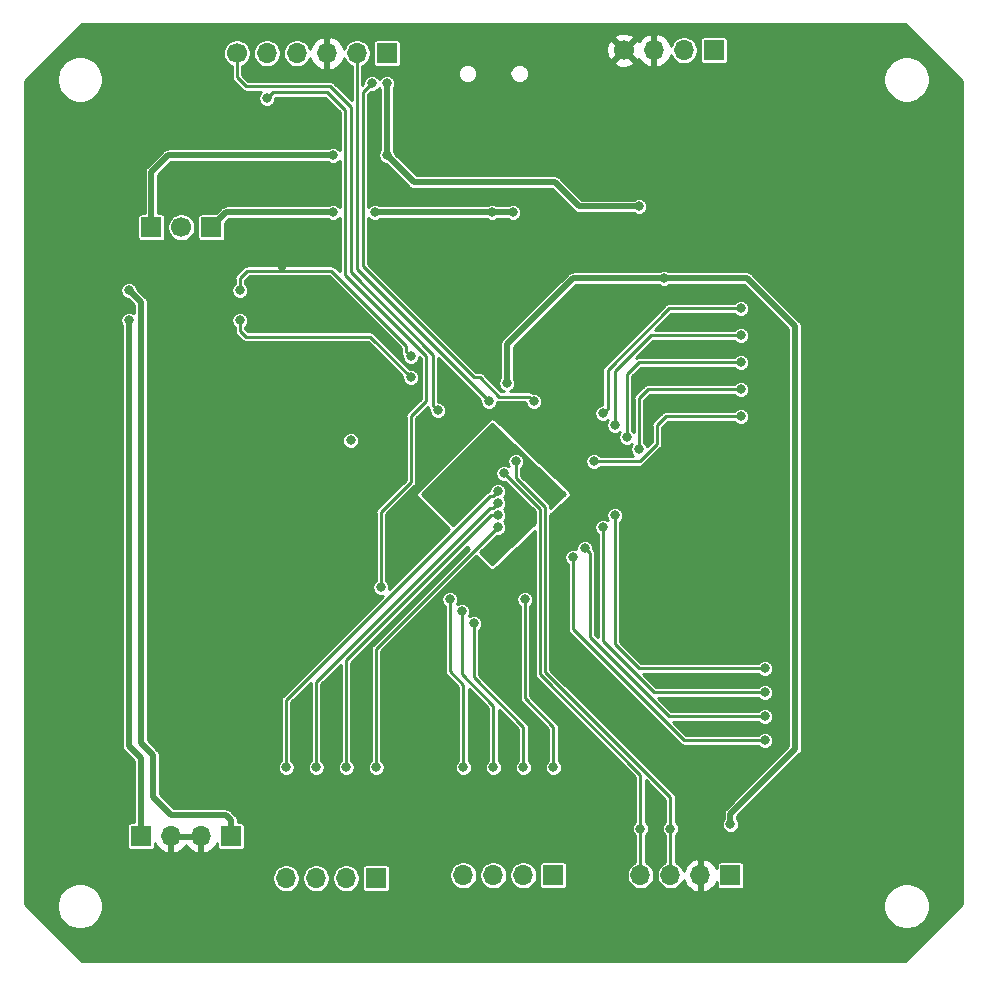
<source format=gbl>
G04 #@! TF.GenerationSoftware,KiCad,Pcbnew,(5.1.5)-2*
G04 #@! TF.CreationDate,2021-02-28T22:06:59+01:00*
G04 #@! TF.ProjectId,USB_TO_I2C,5553425f-544f-45f4-9932-432e6b696361,rev?*
G04 #@! TF.SameCoordinates,Original*
G04 #@! TF.FileFunction,Copper,L2,Bot*
G04 #@! TF.FilePolarity,Positive*
%FSLAX46Y46*%
G04 Gerber Fmt 4.6, Leading zero omitted, Abs format (unit mm)*
G04 Created by KiCad (PCBNEW (5.1.5)-2) date 2021-02-28 22:06:59*
%MOMM*%
%LPD*%
G04 APERTURE LIST*
%ADD10R,1.700000X1.700000*%
%ADD11C,1.700000*%
%ADD12O,1.700000X1.700000*%
%ADD13C,0.800000*%
%ADD14C,0.500000*%
%ADD15C,0.250000*%
%ADD16C,0.254000*%
G04 APERTURE END LIST*
D10*
X136129000Y-77526000D03*
D11*
X133589000Y-77526000D03*
D10*
X131049000Y-77526000D03*
X137780000Y-129088000D03*
D12*
X135240000Y-129088000D03*
X132700000Y-129088000D03*
D10*
X130160000Y-129088000D03*
D12*
X142460000Y-132644000D03*
X145000000Y-132644000D03*
X147540000Y-132644000D03*
D10*
X150080000Y-132644000D03*
D12*
X157460000Y-132390000D03*
X160000000Y-132390000D03*
X162540000Y-132390000D03*
D10*
X165080000Y-132390000D03*
D12*
X172460000Y-132390000D03*
X175000000Y-132390000D03*
X177540000Y-132390000D03*
D10*
X180080000Y-132390000D03*
X178674000Y-62540000D03*
D12*
X176134000Y-62540000D03*
X173594000Y-62540000D03*
D11*
X171054000Y-62540000D03*
D10*
X150988000Y-62794000D03*
D12*
X148448000Y-62794000D03*
X145908000Y-62794000D03*
X143368000Y-62794000D03*
X140828000Y-62794000D03*
D11*
X138288000Y-62794000D03*
D13*
X149972000Y-76256000D03*
X146416000Y-76256000D03*
X159878000Y-76256000D03*
X161656000Y-76256000D03*
X159878000Y-71303000D03*
X162926000Y-108006000D03*
X151750000Y-96068000D03*
X168260000Y-101402000D03*
X180198000Y-130104000D03*
X191120000Y-122992000D03*
X191120000Y-112832000D03*
X189088000Y-82098000D03*
X189088000Y-95814000D03*
X162164000Y-71176000D03*
X164450000Y-69398000D03*
X169530000Y-66858000D03*
X158862000Y-61270000D03*
X161402000Y-61270000D03*
X155560000Y-64318000D03*
X164450000Y-64318000D03*
X173594000Y-66858000D03*
X177150000Y-72446000D03*
X178166000Y-76002000D03*
X180960000Y-69652000D03*
X184516000Y-73462000D03*
X180960000Y-77018000D03*
X148448000Y-101656000D03*
X148448000Y-106736000D03*
X164704000Y-94290000D03*
X159878000Y-108006000D03*
X172070000Y-99116000D03*
X163942000Y-86670000D03*
X147940000Y-99116000D03*
X177540000Y-130104000D03*
X177540000Y-134930000D03*
X154544000Y-72192000D03*
X127620000Y-70160000D03*
X132700000Y-70160000D03*
X137780000Y-70160000D03*
X142860000Y-70160000D03*
X142860000Y-90480000D03*
X142860000Y-95560000D03*
X142860000Y-100640000D03*
X147940000Y-90480000D03*
X147940000Y-85400000D03*
X153020000Y-80320000D03*
X153020000Y-75240000D03*
X158100000Y-80320000D03*
X158100000Y-85400000D03*
X186040000Y-70160000D03*
X191120000Y-70160000D03*
X191120000Y-75240000D03*
X186040000Y-75240000D03*
X186040000Y-80320000D03*
X191120000Y-80320000D03*
X191120000Y-85400000D03*
X191120000Y-90226000D03*
X191120000Y-95560000D03*
X191120000Y-100640000D03*
X191120000Y-105720000D03*
X191120000Y-110800000D03*
X180960000Y-100640000D03*
X180960000Y-105720000D03*
X180960000Y-110800000D03*
X175880000Y-100640000D03*
X175880000Y-105720000D03*
X175880000Y-110800000D03*
X191120000Y-128580000D03*
X122540000Y-85400000D03*
X122540000Y-90480000D03*
X122540000Y-95560000D03*
X122540000Y-100640000D03*
X122540000Y-105720000D03*
X122540000Y-110800000D03*
X122540000Y-115880000D03*
X122540000Y-120960000D03*
X122540000Y-126040000D03*
X122540000Y-131120000D03*
X122540000Y-136200000D03*
X127620000Y-136200000D03*
X132700000Y-136200000D03*
X122540000Y-80320000D03*
X122540000Y-75240000D03*
X122540000Y-70160000D03*
X122540000Y-65080000D03*
X127620000Y-65080000D03*
X196200000Y-70160000D03*
X196200000Y-75240000D03*
X196200000Y-80320000D03*
X196200000Y-85400000D03*
X196200000Y-90480000D03*
X196200000Y-95560000D03*
X196200000Y-100640000D03*
X196200000Y-105720000D03*
X196200000Y-110800000D03*
X196200000Y-115880000D03*
X196200000Y-120960000D03*
X196200000Y-126040000D03*
X196200000Y-131120000D03*
X191120000Y-136200000D03*
X186040000Y-136200000D03*
X191120000Y-65080000D03*
X137780000Y-90480000D03*
X137780000Y-95560000D03*
X137780000Y-100640000D03*
X132700000Y-100640000D03*
X132700000Y-95560000D03*
X132700000Y-90480000D03*
X132700000Y-105720000D03*
X132700000Y-110800000D03*
X132700000Y-115880000D03*
X132700000Y-120960000D03*
X137780000Y-126040000D03*
X137780000Y-120960000D03*
X137780000Y-115880000D03*
X137780000Y-110800000D03*
X137780000Y-105720000D03*
X142860000Y-105720000D03*
X142860000Y-110800000D03*
X127620000Y-75240000D03*
X144384000Y-84130000D03*
X142098000Y-80828000D03*
X133716000Y-84892000D03*
X135240000Y-131374000D03*
X132700000Y-131374000D03*
X146416000Y-71430000D03*
X161148000Y-90734000D03*
X174474000Y-81844000D03*
X150988000Y-65334000D03*
X172324000Y-75762000D03*
X154798000Y-99878000D03*
X159878000Y-105466000D03*
X165212000Y-100386000D03*
X159878000Y-94798000D03*
X180080000Y-128072000D03*
X147931000Y-95569000D03*
X150988000Y-71430000D03*
X142460000Y-123246000D03*
X160386000Y-99878000D03*
X145000000Y-123246000D03*
X160386000Y-100894000D03*
X147540000Y-123246000D03*
X160386000Y-101910000D03*
X150080000Y-123246000D03*
X160386000Y-102926000D03*
X161910000Y-97338000D03*
X175000000Y-128444000D03*
X160894000Y-98354000D03*
X172460000Y-128444000D03*
X159624000Y-92258000D03*
X163434000Y-92258000D03*
X149718000Y-65334000D03*
X150480000Y-108006000D03*
X140828000Y-66604000D03*
X155306000Y-93020000D03*
X170292000Y-101910000D03*
X182992000Y-114864000D03*
X169276000Y-102926000D03*
X182992000Y-116896000D03*
X167752000Y-104704000D03*
X182992000Y-118928000D03*
X166736000Y-105466000D03*
X182992000Y-120960000D03*
X157460000Y-123246000D03*
X156322000Y-109022000D03*
X162540000Y-123246000D03*
X158354000Y-111054000D03*
X160000000Y-123246000D03*
X157338000Y-110038000D03*
X165080000Y-123246000D03*
X162672000Y-109022000D03*
X170292000Y-94290000D03*
X180960000Y-86670000D03*
X171308000Y-95306000D03*
X180960000Y-88956000D03*
X172324000Y-96322000D03*
X180960000Y-91242000D03*
X168514000Y-97338000D03*
X180960000Y-93528000D03*
X169276000Y-93274000D03*
X180960000Y-84384000D03*
X129144000Y-82860000D03*
X129144000Y-85400000D03*
X138542000Y-85400000D03*
X153020000Y-90226000D03*
X138542000Y-82860000D03*
X153020000Y-88448000D03*
D14*
X159878000Y-76256000D02*
X149972000Y-76256000D01*
X159878000Y-76256000D02*
X161656000Y-76256000D01*
X137399000Y-76256000D02*
X136129000Y-77526000D01*
X146416000Y-76256000D02*
X137399000Y-76256000D01*
X174474000Y-81844000D02*
X166736000Y-81844000D01*
X161148000Y-87432000D02*
X161148000Y-90734000D01*
X166736000Y-81844000D02*
X161148000Y-87432000D01*
X181468000Y-81844000D02*
X174474000Y-81844000D01*
X185532000Y-85908000D02*
X181468000Y-81844000D01*
X185532000Y-121722000D02*
X185532000Y-85908000D01*
X180080000Y-128072000D02*
X180080000Y-127174000D01*
X180080000Y-127174000D02*
X185532000Y-121722000D01*
X172324000Y-75762000D02*
X167258000Y-75762000D01*
X167258000Y-75762000D02*
X165212000Y-73716000D01*
X165212000Y-73716000D02*
X153274000Y-73716000D01*
X150988000Y-71430000D02*
X150988000Y-71430000D01*
X153274000Y-73716000D02*
X150988000Y-71430000D01*
X150988000Y-71430000D02*
X150988000Y-65334000D01*
X146416000Y-71430000D02*
X132446000Y-71430000D01*
X132446000Y-71430000D02*
X131049000Y-72827000D01*
X131049000Y-72827000D02*
X131049000Y-77526000D01*
D15*
X159732001Y-100277999D02*
X142460000Y-117550000D01*
X160386000Y-99878000D02*
X159986001Y-100277999D01*
X142460000Y-117550000D02*
X142460000Y-123246000D01*
X159986001Y-100277999D02*
X159732001Y-100277999D01*
X159986001Y-101293999D02*
X159732001Y-101293999D01*
X160386000Y-100894000D02*
X159986001Y-101293999D01*
X145000000Y-116026000D02*
X145000000Y-123246000D01*
X159732001Y-101293999D02*
X145000000Y-116026000D01*
X147540000Y-114190315D02*
X147540000Y-122680315D01*
X160386000Y-101910000D02*
X159820315Y-101910000D01*
X147540000Y-122680315D02*
X147540000Y-123246000D01*
X159820315Y-101910000D02*
X147540000Y-114190315D01*
X150080000Y-113232000D02*
X150080000Y-123246000D01*
X160386000Y-102926000D02*
X150080000Y-113232000D01*
X161910000Y-97338000D02*
X161910000Y-98733590D01*
X161910000Y-98733590D02*
X164392010Y-101215600D01*
X164392010Y-101215600D02*
X164392010Y-115185600D01*
X175000000Y-125793590D02*
X175000000Y-128444000D01*
X164392010Y-115185600D02*
X175000000Y-125793590D01*
X175000000Y-128444000D02*
X175000000Y-132390000D01*
X160894000Y-98354000D02*
X163942000Y-101402000D01*
X163942000Y-101402000D02*
X163942000Y-115372000D01*
X172460000Y-123890000D02*
X172460000Y-128444000D01*
X163942000Y-115372000D02*
X172460000Y-123890000D01*
X172460000Y-128444000D02*
X172460000Y-132390000D01*
X148448000Y-81082000D02*
X159624000Y-92258000D01*
X148448000Y-62794000D02*
X148448000Y-81082000D01*
X163034001Y-91858001D02*
X160494001Y-91858001D01*
X163434000Y-92258000D02*
X163034001Y-91858001D01*
X160494001Y-91858001D02*
X158862000Y-90226000D01*
X158862000Y-90226000D02*
X158354000Y-90226000D01*
X158354000Y-90226000D02*
X148956000Y-80828000D01*
X148956000Y-66096000D02*
X149718000Y-65334000D01*
X148956000Y-80828000D02*
X148956000Y-66096000D01*
X153020000Y-93528000D02*
X154290000Y-92258000D01*
X154290000Y-92258000D02*
X154290000Y-88448000D01*
X154290000Y-88448000D02*
X147432000Y-81590000D01*
X147432000Y-81590000D02*
X147432000Y-67620000D01*
X147432000Y-67620000D02*
X145908000Y-66096000D01*
X141336000Y-66096000D02*
X140828000Y-66604000D01*
X145908000Y-66096000D02*
X141336000Y-66096000D01*
X150480000Y-108006000D02*
X150480000Y-101656000D01*
X153020000Y-99116000D02*
X153020000Y-93528000D01*
X150480000Y-101656000D02*
X153020000Y-99116000D01*
X154906001Y-92620001D02*
X154906001Y-88302001D01*
X155306000Y-93020000D02*
X154906001Y-92620001D01*
X154906001Y-88302001D02*
X147940000Y-81336000D01*
X147940000Y-81336000D02*
X147940000Y-67366000D01*
X147940000Y-67366000D02*
X146162000Y-65588000D01*
X146162000Y-65588000D02*
X139050000Y-65588000D01*
X138288000Y-64826000D02*
X138288000Y-62794000D01*
X139050000Y-65588000D02*
X138288000Y-64826000D01*
X170292000Y-101910000D02*
X170292000Y-112832000D01*
X172324000Y-114864000D02*
X182992000Y-114864000D01*
X170292000Y-112832000D02*
X172324000Y-114864000D01*
X169276000Y-102926000D02*
X169276000Y-112578000D01*
X173594000Y-116896000D02*
X182992000Y-116896000D01*
X169276000Y-112578000D02*
X173594000Y-116896000D01*
X168151999Y-105103999D02*
X168151999Y-112215999D01*
X167752000Y-104704000D02*
X168151999Y-105103999D01*
X174864000Y-118928000D02*
X182992000Y-118928000D01*
X168151999Y-112215999D02*
X174864000Y-118928000D01*
X166736000Y-105466000D02*
X166736000Y-111562000D01*
X176134000Y-120960000D02*
X182992000Y-120960000D01*
X166736000Y-111562000D02*
X176134000Y-120960000D01*
X157460000Y-123246000D02*
X157460000Y-116256000D01*
X156322000Y-115118000D02*
X156322000Y-109022000D01*
X157460000Y-116256000D02*
X156322000Y-115118000D01*
X162540000Y-123246000D02*
X162540000Y-119812000D01*
X158354000Y-115626000D02*
X158354000Y-111054000D01*
X162540000Y-119812000D02*
X158354000Y-115626000D01*
X157338000Y-110038000D02*
X157338000Y-115372000D01*
X160000000Y-118034000D02*
X160000000Y-123246000D01*
X157338000Y-115372000D02*
X160000000Y-118034000D01*
X162672000Y-109022000D02*
X162672000Y-117404000D01*
X165080000Y-119812000D02*
X165080000Y-123246000D01*
X162672000Y-117404000D02*
X165080000Y-119812000D01*
X170292000Y-94290000D02*
X170292000Y-89718000D01*
X173340000Y-86670000D02*
X180960000Y-86670000D01*
X170292000Y-89718000D02*
X173340000Y-86670000D01*
X171308000Y-95306000D02*
X171308000Y-89972000D01*
X172324000Y-88956000D02*
X180960000Y-88956000D01*
X171308000Y-89972000D02*
X172324000Y-88956000D01*
X172324000Y-96322000D02*
X172324000Y-92004000D01*
X173086000Y-91242000D02*
X180960000Y-91242000D01*
X172324000Y-92004000D02*
X173086000Y-91242000D01*
X172381002Y-97338000D02*
X173848000Y-95871002D01*
X168514000Y-97338000D02*
X172381002Y-97338000D01*
X173848000Y-95871002D02*
X173848000Y-94290000D01*
X174610000Y-93528000D02*
X180960000Y-93528000D01*
X173848000Y-94290000D02*
X174610000Y-93528000D01*
X169675999Y-92874001D02*
X169675999Y-89572001D01*
X169276000Y-93274000D02*
X169675999Y-92874001D01*
X174864000Y-84384000D02*
X180960000Y-84384000D01*
X169675999Y-89572001D02*
X174864000Y-84384000D01*
D14*
X132700000Y-127310000D02*
X137352000Y-127310000D01*
X137780000Y-127738000D02*
X137780000Y-129088000D01*
X129144000Y-82860000D02*
X130160000Y-83876000D01*
X130160000Y-121214000D02*
X131176000Y-122230000D01*
X131176000Y-122230000D02*
X131176000Y-125786000D01*
X137352000Y-127310000D02*
X137780000Y-127738000D01*
X131176000Y-125786000D02*
X132700000Y-127310000D01*
X130160000Y-83876000D02*
X130160000Y-121214000D01*
X129144000Y-85400000D02*
X129144000Y-121468000D01*
X130160000Y-122484000D02*
X130160000Y-129088000D01*
X129144000Y-121468000D02*
X130160000Y-122484000D01*
D15*
X153020000Y-90226000D02*
X149591000Y-86797000D01*
X149591000Y-86797000D02*
X139050000Y-86797000D01*
X138542000Y-86289000D02*
X138542000Y-85400000D01*
X139050000Y-86797000D02*
X138542000Y-86289000D01*
X152620001Y-88048001D02*
X152620001Y-87540001D01*
X153020000Y-88448000D02*
X152620001Y-88048001D01*
X152620001Y-87540001D02*
X146289000Y-81209000D01*
X146289000Y-81209000D02*
X139177000Y-81209000D01*
X138542000Y-81844000D02*
X138542000Y-82860000D01*
X139177000Y-81209000D02*
X138542000Y-81844000D01*
D16*
G36*
X166044615Y-100132000D02*
G01*
X164844010Y-101284581D01*
X164844010Y-101237804D01*
X164846197Y-101215599D01*
X164837470Y-101126992D01*
X164823470Y-101080841D01*
X164811624Y-101041790D01*
X164769653Y-100963267D01*
X164713169Y-100894441D01*
X164695922Y-100880287D01*
X162362000Y-98546367D01*
X162362000Y-97910339D01*
X162373436Y-97902698D01*
X162474698Y-97801436D01*
X162554259Y-97682364D01*
X162609062Y-97550058D01*
X162637000Y-97409603D01*
X162637000Y-97266397D01*
X162609062Y-97125942D01*
X162554259Y-96993636D01*
X162474698Y-96874564D01*
X162373436Y-96773302D01*
X162254364Y-96693741D01*
X162122058Y-96638938D01*
X161981603Y-96611000D01*
X161838397Y-96611000D01*
X161697942Y-96638938D01*
X161565636Y-96693741D01*
X161446564Y-96773302D01*
X161345302Y-96874564D01*
X161265741Y-96993636D01*
X161210938Y-97125942D01*
X161183000Y-97266397D01*
X161183000Y-97409603D01*
X161210938Y-97550058D01*
X161265741Y-97682364D01*
X161320868Y-97764868D01*
X161238364Y-97709741D01*
X161106058Y-97654938D01*
X160965603Y-97627000D01*
X160822397Y-97627000D01*
X160681942Y-97654938D01*
X160549636Y-97709741D01*
X160430564Y-97789302D01*
X160329302Y-97890564D01*
X160249741Y-98009636D01*
X160194938Y-98141942D01*
X160167000Y-98282397D01*
X160167000Y-98425603D01*
X160194938Y-98566058D01*
X160249741Y-98698364D01*
X160329302Y-98817436D01*
X160430564Y-98918698D01*
X160549636Y-98998259D01*
X160681942Y-99053062D01*
X160822397Y-99081000D01*
X160965603Y-99081000D01*
X160979093Y-99078317D01*
X163490000Y-101589224D01*
X163490000Y-102584430D01*
X159879814Y-106050208D01*
X158890415Y-105060809D01*
X160300907Y-103650317D01*
X160314397Y-103653000D01*
X160457603Y-103653000D01*
X160598058Y-103625062D01*
X160730364Y-103570259D01*
X160849436Y-103490698D01*
X160950698Y-103389436D01*
X161030259Y-103270364D01*
X161085062Y-103138058D01*
X161113000Y-102997603D01*
X161113000Y-102854397D01*
X161085062Y-102713942D01*
X161030259Y-102581636D01*
X160950698Y-102462564D01*
X160906134Y-102418000D01*
X160950698Y-102373436D01*
X161030259Y-102254364D01*
X161085062Y-102122058D01*
X161113000Y-101981603D01*
X161113000Y-101838397D01*
X161085062Y-101697942D01*
X161030259Y-101565636D01*
X160950698Y-101446564D01*
X160906134Y-101402000D01*
X160950698Y-101357436D01*
X161030259Y-101238364D01*
X161085062Y-101106058D01*
X161113000Y-100965603D01*
X161113000Y-100822397D01*
X161085062Y-100681942D01*
X161030259Y-100549636D01*
X160950698Y-100430564D01*
X160906134Y-100386000D01*
X160950698Y-100341436D01*
X161030259Y-100222364D01*
X161085062Y-100090058D01*
X161113000Y-99949603D01*
X161113000Y-99806397D01*
X161085062Y-99665942D01*
X161030259Y-99533636D01*
X160950698Y-99414564D01*
X160849436Y-99313302D01*
X160730364Y-99233741D01*
X160598058Y-99178938D01*
X160457603Y-99151000D01*
X160314397Y-99151000D01*
X160173942Y-99178938D01*
X160041636Y-99233741D01*
X159922564Y-99313302D01*
X159821302Y-99414564D01*
X159741741Y-99533636D01*
X159686938Y-99665942D01*
X159659000Y-99806397D01*
X159659000Y-99831002D01*
X159643393Y-99832539D01*
X159558191Y-99858385D01*
X159479668Y-99900356D01*
X159410842Y-99956840D01*
X159396687Y-99974088D01*
X156600191Y-102770585D01*
X153961606Y-100132000D01*
X159879814Y-94213792D01*
X166044615Y-100132000D01*
G37*
X166044615Y-100132000D02*
X164844010Y-101284581D01*
X164844010Y-101237804D01*
X164846197Y-101215599D01*
X164837470Y-101126992D01*
X164823470Y-101080841D01*
X164811624Y-101041790D01*
X164769653Y-100963267D01*
X164713169Y-100894441D01*
X164695922Y-100880287D01*
X162362000Y-98546367D01*
X162362000Y-97910339D01*
X162373436Y-97902698D01*
X162474698Y-97801436D01*
X162554259Y-97682364D01*
X162609062Y-97550058D01*
X162637000Y-97409603D01*
X162637000Y-97266397D01*
X162609062Y-97125942D01*
X162554259Y-96993636D01*
X162474698Y-96874564D01*
X162373436Y-96773302D01*
X162254364Y-96693741D01*
X162122058Y-96638938D01*
X161981603Y-96611000D01*
X161838397Y-96611000D01*
X161697942Y-96638938D01*
X161565636Y-96693741D01*
X161446564Y-96773302D01*
X161345302Y-96874564D01*
X161265741Y-96993636D01*
X161210938Y-97125942D01*
X161183000Y-97266397D01*
X161183000Y-97409603D01*
X161210938Y-97550058D01*
X161265741Y-97682364D01*
X161320868Y-97764868D01*
X161238364Y-97709741D01*
X161106058Y-97654938D01*
X160965603Y-97627000D01*
X160822397Y-97627000D01*
X160681942Y-97654938D01*
X160549636Y-97709741D01*
X160430564Y-97789302D01*
X160329302Y-97890564D01*
X160249741Y-98009636D01*
X160194938Y-98141942D01*
X160167000Y-98282397D01*
X160167000Y-98425603D01*
X160194938Y-98566058D01*
X160249741Y-98698364D01*
X160329302Y-98817436D01*
X160430564Y-98918698D01*
X160549636Y-98998259D01*
X160681942Y-99053062D01*
X160822397Y-99081000D01*
X160965603Y-99081000D01*
X160979093Y-99078317D01*
X163490000Y-101589224D01*
X163490000Y-102584430D01*
X159879814Y-106050208D01*
X158890415Y-105060809D01*
X160300907Y-103650317D01*
X160314397Y-103653000D01*
X160457603Y-103653000D01*
X160598058Y-103625062D01*
X160730364Y-103570259D01*
X160849436Y-103490698D01*
X160950698Y-103389436D01*
X161030259Y-103270364D01*
X161085062Y-103138058D01*
X161113000Y-102997603D01*
X161113000Y-102854397D01*
X161085062Y-102713942D01*
X161030259Y-102581636D01*
X160950698Y-102462564D01*
X160906134Y-102418000D01*
X160950698Y-102373436D01*
X161030259Y-102254364D01*
X161085062Y-102122058D01*
X161113000Y-101981603D01*
X161113000Y-101838397D01*
X161085062Y-101697942D01*
X161030259Y-101565636D01*
X160950698Y-101446564D01*
X160906134Y-101402000D01*
X160950698Y-101357436D01*
X161030259Y-101238364D01*
X161085062Y-101106058D01*
X161113000Y-100965603D01*
X161113000Y-100822397D01*
X161085062Y-100681942D01*
X161030259Y-100549636D01*
X160950698Y-100430564D01*
X160906134Y-100386000D01*
X160950698Y-100341436D01*
X161030259Y-100222364D01*
X161085062Y-100090058D01*
X161113000Y-99949603D01*
X161113000Y-99806397D01*
X161085062Y-99665942D01*
X161030259Y-99533636D01*
X160950698Y-99414564D01*
X160849436Y-99313302D01*
X160730364Y-99233741D01*
X160598058Y-99178938D01*
X160457603Y-99151000D01*
X160314397Y-99151000D01*
X160173942Y-99178938D01*
X160041636Y-99233741D01*
X159922564Y-99313302D01*
X159821302Y-99414564D01*
X159741741Y-99533636D01*
X159686938Y-99665942D01*
X159659000Y-99806397D01*
X159659000Y-99831002D01*
X159643393Y-99832539D01*
X159558191Y-99858385D01*
X159479668Y-99900356D01*
X159410842Y-99956840D01*
X159396687Y-99974088D01*
X156600191Y-102770585D01*
X153961606Y-100132000D01*
X159879814Y-94213792D01*
X166044615Y-100132000D01*
G36*
X199648000Y-65145804D02*
G01*
X199648001Y-134854195D01*
X194854198Y-139648000D01*
X125145804Y-139648000D01*
X120352000Y-134854198D01*
X120352000Y-134806710D01*
X123037496Y-134806710D01*
X123037496Y-135193290D01*
X123112914Y-135572441D01*
X123260851Y-135929594D01*
X123475623Y-136251024D01*
X123748976Y-136524377D01*
X124070406Y-136739149D01*
X124427559Y-136887086D01*
X124806710Y-136962504D01*
X125193290Y-136962504D01*
X125572441Y-136887086D01*
X125929594Y-136739149D01*
X126251024Y-136524377D01*
X126524377Y-136251024D01*
X126739149Y-135929594D01*
X126887086Y-135572441D01*
X126962504Y-135193290D01*
X126962504Y-134806710D01*
X193037496Y-134806710D01*
X193037496Y-135193290D01*
X193112914Y-135572441D01*
X193260851Y-135929594D01*
X193475623Y-136251024D01*
X193748976Y-136524377D01*
X194070406Y-136739149D01*
X194427559Y-136887086D01*
X194806710Y-136962504D01*
X195193290Y-136962504D01*
X195572441Y-136887086D01*
X195929594Y-136739149D01*
X196251024Y-136524377D01*
X196524377Y-136251024D01*
X196739149Y-135929594D01*
X196887086Y-135572441D01*
X196962504Y-135193290D01*
X196962504Y-134806710D01*
X196887086Y-134427559D01*
X196739149Y-134070406D01*
X196524377Y-133748976D01*
X196251024Y-133475623D01*
X195929594Y-133260851D01*
X195572441Y-133112914D01*
X195193290Y-133037496D01*
X194806710Y-133037496D01*
X194427559Y-133112914D01*
X194070406Y-133260851D01*
X193748976Y-133475623D01*
X193475623Y-133748976D01*
X193260851Y-134070406D01*
X193112914Y-134427559D01*
X193037496Y-134806710D01*
X126962504Y-134806710D01*
X126887086Y-134427559D01*
X126739149Y-134070406D01*
X126524377Y-133748976D01*
X126251024Y-133475623D01*
X125929594Y-133260851D01*
X125572441Y-133112914D01*
X125193290Y-133037496D01*
X124806710Y-133037496D01*
X124427559Y-133112914D01*
X124070406Y-133260851D01*
X123748976Y-133475623D01*
X123475623Y-133748976D01*
X123260851Y-134070406D01*
X123112914Y-134427559D01*
X123037496Y-134806710D01*
X120352000Y-134806710D01*
X120352000Y-132528076D01*
X141283000Y-132528076D01*
X141283000Y-132759924D01*
X141328231Y-132987318D01*
X141416956Y-133201519D01*
X141545764Y-133394294D01*
X141709706Y-133558236D01*
X141902481Y-133687044D01*
X142116682Y-133775769D01*
X142344076Y-133821000D01*
X142575924Y-133821000D01*
X142803318Y-133775769D01*
X143017519Y-133687044D01*
X143210294Y-133558236D01*
X143374236Y-133394294D01*
X143503044Y-133201519D01*
X143591769Y-132987318D01*
X143637000Y-132759924D01*
X143637000Y-132528076D01*
X143823000Y-132528076D01*
X143823000Y-132759924D01*
X143868231Y-132987318D01*
X143956956Y-133201519D01*
X144085764Y-133394294D01*
X144249706Y-133558236D01*
X144442481Y-133687044D01*
X144656682Y-133775769D01*
X144884076Y-133821000D01*
X145115924Y-133821000D01*
X145343318Y-133775769D01*
X145557519Y-133687044D01*
X145750294Y-133558236D01*
X145914236Y-133394294D01*
X146043044Y-133201519D01*
X146131769Y-132987318D01*
X146177000Y-132759924D01*
X146177000Y-132528076D01*
X146363000Y-132528076D01*
X146363000Y-132759924D01*
X146408231Y-132987318D01*
X146496956Y-133201519D01*
X146625764Y-133394294D01*
X146789706Y-133558236D01*
X146982481Y-133687044D01*
X147196682Y-133775769D01*
X147424076Y-133821000D01*
X147655924Y-133821000D01*
X147883318Y-133775769D01*
X148097519Y-133687044D01*
X148290294Y-133558236D01*
X148454236Y-133394294D01*
X148583044Y-133201519D01*
X148671769Y-132987318D01*
X148717000Y-132759924D01*
X148717000Y-132528076D01*
X148671769Y-132300682D01*
X148583044Y-132086481D01*
X148454236Y-131893706D01*
X148354530Y-131794000D01*
X148901418Y-131794000D01*
X148901418Y-133494000D01*
X148907732Y-133558103D01*
X148926430Y-133619743D01*
X148956794Y-133676550D01*
X148997657Y-133726343D01*
X149047450Y-133767206D01*
X149104257Y-133797570D01*
X149165897Y-133816268D01*
X149230000Y-133822582D01*
X150930000Y-133822582D01*
X150994103Y-133816268D01*
X151055743Y-133797570D01*
X151112550Y-133767206D01*
X151162343Y-133726343D01*
X151203206Y-133676550D01*
X151233570Y-133619743D01*
X151252268Y-133558103D01*
X151258582Y-133494000D01*
X151258582Y-132274076D01*
X156283000Y-132274076D01*
X156283000Y-132505924D01*
X156328231Y-132733318D01*
X156416956Y-132947519D01*
X156545764Y-133140294D01*
X156709706Y-133304236D01*
X156902481Y-133433044D01*
X157116682Y-133521769D01*
X157344076Y-133567000D01*
X157575924Y-133567000D01*
X157803318Y-133521769D01*
X158017519Y-133433044D01*
X158210294Y-133304236D01*
X158374236Y-133140294D01*
X158503044Y-132947519D01*
X158591769Y-132733318D01*
X158637000Y-132505924D01*
X158637000Y-132274076D01*
X158823000Y-132274076D01*
X158823000Y-132505924D01*
X158868231Y-132733318D01*
X158956956Y-132947519D01*
X159085764Y-133140294D01*
X159249706Y-133304236D01*
X159442481Y-133433044D01*
X159656682Y-133521769D01*
X159884076Y-133567000D01*
X160115924Y-133567000D01*
X160343318Y-133521769D01*
X160557519Y-133433044D01*
X160750294Y-133304236D01*
X160914236Y-133140294D01*
X161043044Y-132947519D01*
X161131769Y-132733318D01*
X161177000Y-132505924D01*
X161177000Y-132274076D01*
X161363000Y-132274076D01*
X161363000Y-132505924D01*
X161408231Y-132733318D01*
X161496956Y-132947519D01*
X161625764Y-133140294D01*
X161789706Y-133304236D01*
X161982481Y-133433044D01*
X162196682Y-133521769D01*
X162424076Y-133567000D01*
X162655924Y-133567000D01*
X162883318Y-133521769D01*
X163097519Y-133433044D01*
X163290294Y-133304236D01*
X163454236Y-133140294D01*
X163583044Y-132947519D01*
X163671769Y-132733318D01*
X163717000Y-132505924D01*
X163717000Y-132274076D01*
X163671769Y-132046682D01*
X163583044Y-131832481D01*
X163454236Y-131639706D01*
X163354530Y-131540000D01*
X163901418Y-131540000D01*
X163901418Y-133240000D01*
X163907732Y-133304103D01*
X163926430Y-133365743D01*
X163956794Y-133422550D01*
X163997657Y-133472343D01*
X164047450Y-133513206D01*
X164104257Y-133543570D01*
X164165897Y-133562268D01*
X164230000Y-133568582D01*
X165930000Y-133568582D01*
X165994103Y-133562268D01*
X166055743Y-133543570D01*
X166112550Y-133513206D01*
X166162343Y-133472343D01*
X166203206Y-133422550D01*
X166233570Y-133365743D01*
X166252268Y-133304103D01*
X166258582Y-133240000D01*
X166258582Y-131540000D01*
X166252268Y-131475897D01*
X166233570Y-131414257D01*
X166203206Y-131357450D01*
X166162343Y-131307657D01*
X166112550Y-131266794D01*
X166055743Y-131236430D01*
X165994103Y-131217732D01*
X165930000Y-131211418D01*
X164230000Y-131211418D01*
X164165897Y-131217732D01*
X164104257Y-131236430D01*
X164047450Y-131266794D01*
X163997657Y-131307657D01*
X163956794Y-131357450D01*
X163926430Y-131414257D01*
X163907732Y-131475897D01*
X163901418Y-131540000D01*
X163354530Y-131540000D01*
X163290294Y-131475764D01*
X163097519Y-131346956D01*
X162883318Y-131258231D01*
X162655924Y-131213000D01*
X162424076Y-131213000D01*
X162196682Y-131258231D01*
X161982481Y-131346956D01*
X161789706Y-131475764D01*
X161625764Y-131639706D01*
X161496956Y-131832481D01*
X161408231Y-132046682D01*
X161363000Y-132274076D01*
X161177000Y-132274076D01*
X161131769Y-132046682D01*
X161043044Y-131832481D01*
X160914236Y-131639706D01*
X160750294Y-131475764D01*
X160557519Y-131346956D01*
X160343318Y-131258231D01*
X160115924Y-131213000D01*
X159884076Y-131213000D01*
X159656682Y-131258231D01*
X159442481Y-131346956D01*
X159249706Y-131475764D01*
X159085764Y-131639706D01*
X158956956Y-131832481D01*
X158868231Y-132046682D01*
X158823000Y-132274076D01*
X158637000Y-132274076D01*
X158591769Y-132046682D01*
X158503044Y-131832481D01*
X158374236Y-131639706D01*
X158210294Y-131475764D01*
X158017519Y-131346956D01*
X157803318Y-131258231D01*
X157575924Y-131213000D01*
X157344076Y-131213000D01*
X157116682Y-131258231D01*
X156902481Y-131346956D01*
X156709706Y-131475764D01*
X156545764Y-131639706D01*
X156416956Y-131832481D01*
X156328231Y-132046682D01*
X156283000Y-132274076D01*
X151258582Y-132274076D01*
X151258582Y-131794000D01*
X151252268Y-131729897D01*
X151233570Y-131668257D01*
X151203206Y-131611450D01*
X151162343Y-131561657D01*
X151112550Y-131520794D01*
X151055743Y-131490430D01*
X150994103Y-131471732D01*
X150930000Y-131465418D01*
X149230000Y-131465418D01*
X149165897Y-131471732D01*
X149104257Y-131490430D01*
X149047450Y-131520794D01*
X148997657Y-131561657D01*
X148956794Y-131611450D01*
X148926430Y-131668257D01*
X148907732Y-131729897D01*
X148901418Y-131794000D01*
X148354530Y-131794000D01*
X148290294Y-131729764D01*
X148097519Y-131600956D01*
X147883318Y-131512231D01*
X147655924Y-131467000D01*
X147424076Y-131467000D01*
X147196682Y-131512231D01*
X146982481Y-131600956D01*
X146789706Y-131729764D01*
X146625764Y-131893706D01*
X146496956Y-132086481D01*
X146408231Y-132300682D01*
X146363000Y-132528076D01*
X146177000Y-132528076D01*
X146131769Y-132300682D01*
X146043044Y-132086481D01*
X145914236Y-131893706D01*
X145750294Y-131729764D01*
X145557519Y-131600956D01*
X145343318Y-131512231D01*
X145115924Y-131467000D01*
X144884076Y-131467000D01*
X144656682Y-131512231D01*
X144442481Y-131600956D01*
X144249706Y-131729764D01*
X144085764Y-131893706D01*
X143956956Y-132086481D01*
X143868231Y-132300682D01*
X143823000Y-132528076D01*
X143637000Y-132528076D01*
X143591769Y-132300682D01*
X143503044Y-132086481D01*
X143374236Y-131893706D01*
X143210294Y-131729764D01*
X143017519Y-131600956D01*
X142803318Y-131512231D01*
X142575924Y-131467000D01*
X142344076Y-131467000D01*
X142116682Y-131512231D01*
X141902481Y-131600956D01*
X141709706Y-131729764D01*
X141545764Y-131893706D01*
X141416956Y-132086481D01*
X141328231Y-132300682D01*
X141283000Y-132528076D01*
X120352000Y-132528076D01*
X120352000Y-82788397D01*
X128417000Y-82788397D01*
X128417000Y-82931603D01*
X128444938Y-83072058D01*
X128499741Y-83204364D01*
X128579302Y-83323436D01*
X128680564Y-83424698D01*
X128799636Y-83504259D01*
X128931942Y-83559062D01*
X129050679Y-83582680D01*
X129583000Y-84115002D01*
X129583000Y-84818974D01*
X129488364Y-84755741D01*
X129356058Y-84700938D01*
X129215603Y-84673000D01*
X129072397Y-84673000D01*
X128931942Y-84700938D01*
X128799636Y-84755741D01*
X128680564Y-84835302D01*
X128579302Y-84936564D01*
X128499741Y-85055636D01*
X128444938Y-85187942D01*
X128417000Y-85328397D01*
X128417000Y-85471603D01*
X128444938Y-85612058D01*
X128499741Y-85744364D01*
X128567000Y-85845025D01*
X128567001Y-121439659D01*
X128564210Y-121468000D01*
X128575349Y-121581111D01*
X128607472Y-121687000D01*
X128608344Y-121689876D01*
X128661922Y-121790115D01*
X128686470Y-121820026D01*
X128715963Y-121855964D01*
X128715966Y-121855967D01*
X128734027Y-121877974D01*
X128756033Y-121896034D01*
X129583000Y-122723002D01*
X129583001Y-127909418D01*
X129310000Y-127909418D01*
X129245897Y-127915732D01*
X129184257Y-127934430D01*
X129127450Y-127964794D01*
X129077657Y-128005657D01*
X129036794Y-128055450D01*
X129006430Y-128112257D01*
X128987732Y-128173897D01*
X128981418Y-128238000D01*
X128981418Y-129938000D01*
X128987732Y-130002103D01*
X129006430Y-130063743D01*
X129036794Y-130120550D01*
X129077657Y-130170343D01*
X129127450Y-130211206D01*
X129184257Y-130241570D01*
X129245897Y-130260268D01*
X129310000Y-130266582D01*
X131010000Y-130266582D01*
X131074103Y-130260268D01*
X131135743Y-130241570D01*
X131192550Y-130211206D01*
X131242343Y-130170343D01*
X131283206Y-130120550D01*
X131313570Y-130063743D01*
X131332268Y-130002103D01*
X131338582Y-129938000D01*
X131338582Y-129670592D01*
X131355843Y-129719252D01*
X131504822Y-129969355D01*
X131699731Y-130185588D01*
X131933080Y-130359641D01*
X132195901Y-130484825D01*
X132343110Y-130529476D01*
X132573000Y-130408155D01*
X132573000Y-129215000D01*
X132827000Y-129215000D01*
X132827000Y-130408155D01*
X133056890Y-130529476D01*
X133204099Y-130484825D01*
X133466920Y-130359641D01*
X133700269Y-130185588D01*
X133895178Y-129969355D01*
X133970000Y-129843745D01*
X134044822Y-129969355D01*
X134239731Y-130185588D01*
X134473080Y-130359641D01*
X134735901Y-130484825D01*
X134883110Y-130529476D01*
X135113000Y-130408155D01*
X135113000Y-129215000D01*
X132827000Y-129215000D01*
X132573000Y-129215000D01*
X132553000Y-129215000D01*
X132553000Y-128961000D01*
X132573000Y-128961000D01*
X132573000Y-128941000D01*
X132827000Y-128941000D01*
X132827000Y-128961000D01*
X135113000Y-128961000D01*
X135113000Y-128941000D01*
X135367000Y-128941000D01*
X135367000Y-128961000D01*
X135387000Y-128961000D01*
X135387000Y-129215000D01*
X135367000Y-129215000D01*
X135367000Y-130408155D01*
X135596890Y-130529476D01*
X135744099Y-130484825D01*
X136006920Y-130359641D01*
X136240269Y-130185588D01*
X136435178Y-129969355D01*
X136584157Y-129719252D01*
X136601418Y-129670592D01*
X136601418Y-129938000D01*
X136607732Y-130002103D01*
X136626430Y-130063743D01*
X136656794Y-130120550D01*
X136697657Y-130170343D01*
X136747450Y-130211206D01*
X136804257Y-130241570D01*
X136865897Y-130260268D01*
X136930000Y-130266582D01*
X138630000Y-130266582D01*
X138694103Y-130260268D01*
X138755743Y-130241570D01*
X138812550Y-130211206D01*
X138862343Y-130170343D01*
X138903206Y-130120550D01*
X138933570Y-130063743D01*
X138952268Y-130002103D01*
X138958582Y-129938000D01*
X138958582Y-128238000D01*
X138952268Y-128173897D01*
X138933570Y-128112257D01*
X138903206Y-128055450D01*
X138862343Y-128005657D01*
X138812550Y-127964794D01*
X138755743Y-127934430D01*
X138694103Y-127915732D01*
X138630000Y-127909418D01*
X138357000Y-127909418D01*
X138357000Y-127766328D01*
X138359790Y-127737999D01*
X138357000Y-127709670D01*
X138357000Y-127709664D01*
X138348650Y-127624888D01*
X138315657Y-127516124D01*
X138262079Y-127415885D01*
X138189974Y-127328026D01*
X138167963Y-127309962D01*
X137780039Y-126922038D01*
X137761974Y-126900026D01*
X137674115Y-126827921D01*
X137573876Y-126774343D01*
X137509770Y-126754897D01*
X137465111Y-126741349D01*
X137410045Y-126735926D01*
X137380336Y-126733000D01*
X137380331Y-126733000D01*
X137352000Y-126730210D01*
X137323669Y-126733000D01*
X132939001Y-126733000D01*
X131753000Y-125546999D01*
X131753000Y-122258331D01*
X131755790Y-122230000D01*
X131744651Y-122116888D01*
X131711657Y-122008125D01*
X131711657Y-122008124D01*
X131658079Y-121907885D01*
X131585974Y-121820026D01*
X131563968Y-121801966D01*
X130737000Y-120974999D01*
X130737000Y-95497397D01*
X147204000Y-95497397D01*
X147204000Y-95640603D01*
X147231938Y-95781058D01*
X147286741Y-95913364D01*
X147366302Y-96032436D01*
X147467564Y-96133698D01*
X147586636Y-96213259D01*
X147718942Y-96268062D01*
X147859397Y-96296000D01*
X148002603Y-96296000D01*
X148143058Y-96268062D01*
X148275364Y-96213259D01*
X148394436Y-96133698D01*
X148495698Y-96032436D01*
X148575259Y-95913364D01*
X148630062Y-95781058D01*
X148658000Y-95640603D01*
X148658000Y-95497397D01*
X148630062Y-95356942D01*
X148575259Y-95224636D01*
X148495698Y-95105564D01*
X148394436Y-95004302D01*
X148275364Y-94924741D01*
X148143058Y-94869938D01*
X148002603Y-94842000D01*
X147859397Y-94842000D01*
X147718942Y-94869938D01*
X147586636Y-94924741D01*
X147467564Y-95004302D01*
X147366302Y-95105564D01*
X147286741Y-95224636D01*
X147231938Y-95356942D01*
X147204000Y-95497397D01*
X130737000Y-95497397D01*
X130737000Y-85328397D01*
X137815000Y-85328397D01*
X137815000Y-85471603D01*
X137842938Y-85612058D01*
X137897741Y-85744364D01*
X137977302Y-85863436D01*
X138078564Y-85964698D01*
X138090000Y-85972339D01*
X138090000Y-86266794D01*
X138087813Y-86289000D01*
X138090000Y-86311204D01*
X138096540Y-86377606D01*
X138122386Y-86462809D01*
X138164357Y-86541332D01*
X138220841Y-86610159D01*
X138238100Y-86624323D01*
X138714685Y-87100910D01*
X138728841Y-87118159D01*
X138797667Y-87174643D01*
X138876190Y-87216614D01*
X138961393Y-87242460D01*
X139027795Y-87249000D01*
X139027796Y-87249000D01*
X139049999Y-87251187D01*
X139072202Y-87249000D01*
X149403777Y-87249000D01*
X152295683Y-90140908D01*
X152293000Y-90154397D01*
X152293000Y-90297603D01*
X152320938Y-90438058D01*
X152375741Y-90570364D01*
X152455302Y-90689436D01*
X152556564Y-90790698D01*
X152675636Y-90870259D01*
X152807942Y-90925062D01*
X152948397Y-90953000D01*
X153091603Y-90953000D01*
X153232058Y-90925062D01*
X153364364Y-90870259D01*
X153483436Y-90790698D01*
X153584698Y-90689436D01*
X153664259Y-90570364D01*
X153719062Y-90438058D01*
X153747000Y-90297603D01*
X153747000Y-90154397D01*
X153719062Y-90013942D01*
X153664259Y-89881636D01*
X153584698Y-89762564D01*
X153483436Y-89661302D01*
X153364364Y-89581741D01*
X153232058Y-89526938D01*
X153091603Y-89499000D01*
X152948397Y-89499000D01*
X152934908Y-89501683D01*
X149926323Y-86493100D01*
X149912159Y-86475841D01*
X149843333Y-86419357D01*
X149764810Y-86377386D01*
X149679607Y-86351540D01*
X149652214Y-86348842D01*
X149591000Y-86342813D01*
X149568795Y-86345000D01*
X139237224Y-86345000D01*
X138994000Y-86101776D01*
X138994000Y-85972339D01*
X139005436Y-85964698D01*
X139106698Y-85863436D01*
X139186259Y-85744364D01*
X139241062Y-85612058D01*
X139269000Y-85471603D01*
X139269000Y-85328397D01*
X139241062Y-85187942D01*
X139186259Y-85055636D01*
X139106698Y-84936564D01*
X139005436Y-84835302D01*
X138886364Y-84755741D01*
X138754058Y-84700938D01*
X138613603Y-84673000D01*
X138470397Y-84673000D01*
X138329942Y-84700938D01*
X138197636Y-84755741D01*
X138078564Y-84835302D01*
X137977302Y-84936564D01*
X137897741Y-85055636D01*
X137842938Y-85187942D01*
X137815000Y-85328397D01*
X130737000Y-85328397D01*
X130737000Y-83904331D01*
X130739790Y-83876000D01*
X130728651Y-83762888D01*
X130695657Y-83654125D01*
X130695657Y-83654124D01*
X130642079Y-83553885D01*
X130569974Y-83466026D01*
X130547968Y-83447966D01*
X129866680Y-82766679D01*
X129843062Y-82647942D01*
X129788259Y-82515636D01*
X129708698Y-82396564D01*
X129607436Y-82295302D01*
X129488364Y-82215741D01*
X129356058Y-82160938D01*
X129215603Y-82133000D01*
X129072397Y-82133000D01*
X128931942Y-82160938D01*
X128799636Y-82215741D01*
X128680564Y-82295302D01*
X128579302Y-82396564D01*
X128499741Y-82515636D01*
X128444938Y-82647942D01*
X128417000Y-82788397D01*
X120352000Y-82788397D01*
X120352000Y-76676000D01*
X129870418Y-76676000D01*
X129870418Y-78376000D01*
X129876732Y-78440103D01*
X129895430Y-78501743D01*
X129925794Y-78558550D01*
X129966657Y-78608343D01*
X130016450Y-78649206D01*
X130073257Y-78679570D01*
X130134897Y-78698268D01*
X130199000Y-78704582D01*
X131899000Y-78704582D01*
X131963103Y-78698268D01*
X132024743Y-78679570D01*
X132081550Y-78649206D01*
X132131343Y-78608343D01*
X132172206Y-78558550D01*
X132202570Y-78501743D01*
X132221268Y-78440103D01*
X132227582Y-78376000D01*
X132227582Y-77410076D01*
X132412000Y-77410076D01*
X132412000Y-77641924D01*
X132457231Y-77869318D01*
X132545956Y-78083519D01*
X132674764Y-78276294D01*
X132838706Y-78440236D01*
X133031481Y-78569044D01*
X133245682Y-78657769D01*
X133473076Y-78703000D01*
X133704924Y-78703000D01*
X133932318Y-78657769D01*
X134146519Y-78569044D01*
X134339294Y-78440236D01*
X134503236Y-78276294D01*
X134632044Y-78083519D01*
X134720769Y-77869318D01*
X134766000Y-77641924D01*
X134766000Y-77410076D01*
X134720769Y-77182682D01*
X134632044Y-76968481D01*
X134503236Y-76775706D01*
X134339294Y-76611764D01*
X134146519Y-76482956D01*
X133932318Y-76394231D01*
X133704924Y-76349000D01*
X133473076Y-76349000D01*
X133245682Y-76394231D01*
X133031481Y-76482956D01*
X132838706Y-76611764D01*
X132674764Y-76775706D01*
X132545956Y-76968481D01*
X132457231Y-77182682D01*
X132412000Y-77410076D01*
X132227582Y-77410076D01*
X132227582Y-76676000D01*
X132221268Y-76611897D01*
X132202570Y-76550257D01*
X132172206Y-76493450D01*
X132131343Y-76443657D01*
X132081550Y-76402794D01*
X132024743Y-76372430D01*
X131963103Y-76353732D01*
X131899000Y-76347418D01*
X131626000Y-76347418D01*
X131626000Y-73066001D01*
X132685001Y-72007000D01*
X145970975Y-72007000D01*
X146071636Y-72074259D01*
X146203942Y-72129062D01*
X146344397Y-72157000D01*
X146487603Y-72157000D01*
X146628058Y-72129062D01*
X146760364Y-72074259D01*
X146879436Y-71994698D01*
X146980001Y-71894133D01*
X146980000Y-75791866D01*
X146879436Y-75691302D01*
X146760364Y-75611741D01*
X146628058Y-75556938D01*
X146487603Y-75529000D01*
X146344397Y-75529000D01*
X146203942Y-75556938D01*
X146071636Y-75611741D01*
X145970975Y-75679000D01*
X137427328Y-75679000D01*
X137398999Y-75676210D01*
X137370670Y-75679000D01*
X137370664Y-75679000D01*
X137285888Y-75687350D01*
X137177124Y-75720343D01*
X137076885Y-75773921D01*
X137054169Y-75792564D01*
X137011035Y-75827963D01*
X137011033Y-75827965D01*
X136989026Y-75846026D01*
X136970965Y-75868033D01*
X136491580Y-76347418D01*
X135279000Y-76347418D01*
X135214897Y-76353732D01*
X135153257Y-76372430D01*
X135096450Y-76402794D01*
X135046657Y-76443657D01*
X135005794Y-76493450D01*
X134975430Y-76550257D01*
X134956732Y-76611897D01*
X134950418Y-76676000D01*
X134950418Y-78376000D01*
X134956732Y-78440103D01*
X134975430Y-78501743D01*
X135005794Y-78558550D01*
X135046657Y-78608343D01*
X135096450Y-78649206D01*
X135153257Y-78679570D01*
X135214897Y-78698268D01*
X135279000Y-78704582D01*
X136979000Y-78704582D01*
X137043103Y-78698268D01*
X137104743Y-78679570D01*
X137161550Y-78649206D01*
X137211343Y-78608343D01*
X137252206Y-78558550D01*
X137282570Y-78501743D01*
X137301268Y-78440103D01*
X137307582Y-78376000D01*
X137307582Y-77163420D01*
X137638002Y-76833000D01*
X145970975Y-76833000D01*
X146071636Y-76900259D01*
X146203942Y-76955062D01*
X146344397Y-76983000D01*
X146487603Y-76983000D01*
X146628058Y-76955062D01*
X146760364Y-76900259D01*
X146879436Y-76820698D01*
X146980000Y-76720134D01*
X146980000Y-81260777D01*
X146624323Y-80905100D01*
X146610159Y-80887841D01*
X146541333Y-80831357D01*
X146462810Y-80789386D01*
X146377607Y-80763540D01*
X146311205Y-80757000D01*
X146289000Y-80754813D01*
X146266795Y-80757000D01*
X139199205Y-80757000D01*
X139177000Y-80754813D01*
X139088392Y-80763540D01*
X139003190Y-80789386D01*
X138924667Y-80831357D01*
X138855841Y-80887841D01*
X138841681Y-80905095D01*
X138238100Y-81508677D01*
X138220841Y-81522841D01*
X138164357Y-81591668D01*
X138130794Y-81654460D01*
X138122386Y-81670191D01*
X138096540Y-81755393D01*
X138087813Y-81844000D01*
X138090000Y-81866205D01*
X138090000Y-82287660D01*
X138078564Y-82295302D01*
X137977302Y-82396564D01*
X137897741Y-82515636D01*
X137842938Y-82647942D01*
X137815000Y-82788397D01*
X137815000Y-82931603D01*
X137842938Y-83072058D01*
X137897741Y-83204364D01*
X137977302Y-83323436D01*
X138078564Y-83424698D01*
X138197636Y-83504259D01*
X138329942Y-83559062D01*
X138470397Y-83587000D01*
X138613603Y-83587000D01*
X138754058Y-83559062D01*
X138886364Y-83504259D01*
X139005436Y-83424698D01*
X139106698Y-83323436D01*
X139186259Y-83204364D01*
X139241062Y-83072058D01*
X139269000Y-82931603D01*
X139269000Y-82788397D01*
X139241062Y-82647942D01*
X139186259Y-82515636D01*
X139106698Y-82396564D01*
X139005436Y-82295302D01*
X138994000Y-82287661D01*
X138994000Y-82031223D01*
X139364224Y-81661000D01*
X146101777Y-81661000D01*
X152168002Y-87727227D01*
X152168001Y-88025795D01*
X152165814Y-88048001D01*
X152174541Y-88136608D01*
X152192456Y-88195666D01*
X152200387Y-88221810D01*
X152242358Y-88300333D01*
X152295298Y-88364842D01*
X152293000Y-88376397D01*
X152293000Y-88519603D01*
X152320938Y-88660058D01*
X152375741Y-88792364D01*
X152455302Y-88911436D01*
X152556564Y-89012698D01*
X152675636Y-89092259D01*
X152807942Y-89147062D01*
X152948397Y-89175000D01*
X153091603Y-89175000D01*
X153232058Y-89147062D01*
X153364364Y-89092259D01*
X153483436Y-89012698D01*
X153584698Y-88911436D01*
X153664259Y-88792364D01*
X153719062Y-88660058D01*
X153742915Y-88540139D01*
X153838001Y-88635225D01*
X153838000Y-92070775D01*
X152716096Y-93192681D01*
X152698842Y-93206841D01*
X152645094Y-93272333D01*
X152642358Y-93275667D01*
X152600386Y-93354191D01*
X152574540Y-93439393D01*
X152565813Y-93528000D01*
X152568001Y-93550215D01*
X152568000Y-98928775D01*
X150176096Y-101320681D01*
X150158842Y-101334841D01*
X150114059Y-101389409D01*
X150102358Y-101403667D01*
X150060386Y-101482191D01*
X150034540Y-101567393D01*
X150025813Y-101656000D01*
X150028001Y-101678215D01*
X150028000Y-107433661D01*
X150016564Y-107441302D01*
X149915302Y-107542564D01*
X149835741Y-107661636D01*
X149780938Y-107793942D01*
X149753000Y-107934397D01*
X149753000Y-108077603D01*
X149780938Y-108218058D01*
X149835741Y-108350364D01*
X149915302Y-108469436D01*
X150016564Y-108570698D01*
X150135636Y-108650259D01*
X150267942Y-108705062D01*
X150408397Y-108733000D01*
X150551603Y-108733000D01*
X150659173Y-108711603D01*
X142156100Y-117214677D01*
X142138841Y-117228841D01*
X142102074Y-117273643D01*
X142082358Y-117297667D01*
X142040386Y-117376191D01*
X142014540Y-117461393D01*
X142005813Y-117550000D01*
X142008000Y-117572205D01*
X142008001Y-122673660D01*
X141996564Y-122681302D01*
X141895302Y-122782564D01*
X141815741Y-122901636D01*
X141760938Y-123033942D01*
X141733000Y-123174397D01*
X141733000Y-123317603D01*
X141760938Y-123458058D01*
X141815741Y-123590364D01*
X141895302Y-123709436D01*
X141996564Y-123810698D01*
X142115636Y-123890259D01*
X142247942Y-123945062D01*
X142388397Y-123973000D01*
X142531603Y-123973000D01*
X142672058Y-123945062D01*
X142804364Y-123890259D01*
X142923436Y-123810698D01*
X143024698Y-123709436D01*
X143104259Y-123590364D01*
X143159062Y-123458058D01*
X143187000Y-123317603D01*
X143187000Y-123174397D01*
X143159062Y-123033942D01*
X143104259Y-122901636D01*
X143024698Y-122782564D01*
X142923436Y-122681302D01*
X142912000Y-122673661D01*
X142912000Y-117737223D01*
X144548000Y-116101223D01*
X144548001Y-122673660D01*
X144536564Y-122681302D01*
X144435302Y-122782564D01*
X144355741Y-122901636D01*
X144300938Y-123033942D01*
X144273000Y-123174397D01*
X144273000Y-123317603D01*
X144300938Y-123458058D01*
X144355741Y-123590364D01*
X144435302Y-123709436D01*
X144536564Y-123810698D01*
X144655636Y-123890259D01*
X144787942Y-123945062D01*
X144928397Y-123973000D01*
X145071603Y-123973000D01*
X145212058Y-123945062D01*
X145344364Y-123890259D01*
X145463436Y-123810698D01*
X145564698Y-123709436D01*
X145644259Y-123590364D01*
X145699062Y-123458058D01*
X145727000Y-123317603D01*
X145727000Y-123174397D01*
X145699062Y-123033942D01*
X145644259Y-122901636D01*
X145564698Y-122782564D01*
X145463436Y-122681302D01*
X145452000Y-122673661D01*
X145452000Y-116213223D01*
X147088000Y-114577223D01*
X147088001Y-122658101D01*
X147088000Y-122658111D01*
X147088000Y-122673661D01*
X147076564Y-122681302D01*
X146975302Y-122782564D01*
X146895741Y-122901636D01*
X146840938Y-123033942D01*
X146813000Y-123174397D01*
X146813000Y-123317603D01*
X146840938Y-123458058D01*
X146895741Y-123590364D01*
X146975302Y-123709436D01*
X147076564Y-123810698D01*
X147195636Y-123890259D01*
X147327942Y-123945062D01*
X147468397Y-123973000D01*
X147611603Y-123973000D01*
X147752058Y-123945062D01*
X147884364Y-123890259D01*
X148003436Y-123810698D01*
X148104698Y-123709436D01*
X148184259Y-123590364D01*
X148239062Y-123458058D01*
X148267000Y-123317603D01*
X148267000Y-123174397D01*
X148239062Y-123033942D01*
X148184259Y-122901636D01*
X148104698Y-122782564D01*
X148003436Y-122681302D01*
X147992000Y-122673661D01*
X147992000Y-114377538D01*
X157778545Y-104590993D01*
X157930164Y-104742612D01*
X149776100Y-112896677D01*
X149758841Y-112910841D01*
X149702357Y-112979668D01*
X149688384Y-113005810D01*
X149660386Y-113058191D01*
X149634540Y-113143393D01*
X149625813Y-113232000D01*
X149628000Y-113254205D01*
X149628001Y-122673660D01*
X149616564Y-122681302D01*
X149515302Y-122782564D01*
X149435741Y-122901636D01*
X149380938Y-123033942D01*
X149353000Y-123174397D01*
X149353000Y-123317603D01*
X149380938Y-123458058D01*
X149435741Y-123590364D01*
X149515302Y-123709436D01*
X149616564Y-123810698D01*
X149735636Y-123890259D01*
X149867942Y-123945062D01*
X150008397Y-123973000D01*
X150151603Y-123973000D01*
X150292058Y-123945062D01*
X150424364Y-123890259D01*
X150543436Y-123810698D01*
X150644698Y-123709436D01*
X150724259Y-123590364D01*
X150779062Y-123458058D01*
X150807000Y-123317603D01*
X150807000Y-123174397D01*
X150779062Y-123033942D01*
X150724259Y-122901636D01*
X150644698Y-122782564D01*
X150543436Y-122681302D01*
X150532000Y-122673661D01*
X150532000Y-113419223D01*
X155000826Y-108950397D01*
X155595000Y-108950397D01*
X155595000Y-109093603D01*
X155622938Y-109234058D01*
X155677741Y-109366364D01*
X155757302Y-109485436D01*
X155858564Y-109586698D01*
X155870001Y-109594340D01*
X155870000Y-115095795D01*
X155867813Y-115118000D01*
X155876540Y-115206607D01*
X155899833Y-115283393D01*
X155902386Y-115291809D01*
X155944357Y-115370332D01*
X156000841Y-115439159D01*
X156018100Y-115453323D01*
X157008001Y-116443225D01*
X157008000Y-122673661D01*
X156996564Y-122681302D01*
X156895302Y-122782564D01*
X156815741Y-122901636D01*
X156760938Y-123033942D01*
X156733000Y-123174397D01*
X156733000Y-123317603D01*
X156760938Y-123458058D01*
X156815741Y-123590364D01*
X156895302Y-123709436D01*
X156996564Y-123810698D01*
X157115636Y-123890259D01*
X157247942Y-123945062D01*
X157388397Y-123973000D01*
X157531603Y-123973000D01*
X157672058Y-123945062D01*
X157804364Y-123890259D01*
X157923436Y-123810698D01*
X158024698Y-123709436D01*
X158104259Y-123590364D01*
X158159062Y-123458058D01*
X158187000Y-123317603D01*
X158187000Y-123174397D01*
X158159062Y-123033942D01*
X158104259Y-122901636D01*
X158024698Y-122782564D01*
X157923436Y-122681302D01*
X157912000Y-122673661D01*
X157912000Y-116585223D01*
X159548000Y-118221224D01*
X159548001Y-122673660D01*
X159536564Y-122681302D01*
X159435302Y-122782564D01*
X159355741Y-122901636D01*
X159300938Y-123033942D01*
X159273000Y-123174397D01*
X159273000Y-123317603D01*
X159300938Y-123458058D01*
X159355741Y-123590364D01*
X159435302Y-123709436D01*
X159536564Y-123810698D01*
X159655636Y-123890259D01*
X159787942Y-123945062D01*
X159928397Y-123973000D01*
X160071603Y-123973000D01*
X160212058Y-123945062D01*
X160344364Y-123890259D01*
X160463436Y-123810698D01*
X160564698Y-123709436D01*
X160644259Y-123590364D01*
X160699062Y-123458058D01*
X160727000Y-123317603D01*
X160727000Y-123174397D01*
X160699062Y-123033942D01*
X160644259Y-122901636D01*
X160564698Y-122782564D01*
X160463436Y-122681302D01*
X160452000Y-122673661D01*
X160452000Y-118363224D01*
X162088001Y-119999225D01*
X162088000Y-122673661D01*
X162076564Y-122681302D01*
X161975302Y-122782564D01*
X161895741Y-122901636D01*
X161840938Y-123033942D01*
X161813000Y-123174397D01*
X161813000Y-123317603D01*
X161840938Y-123458058D01*
X161895741Y-123590364D01*
X161975302Y-123709436D01*
X162076564Y-123810698D01*
X162195636Y-123890259D01*
X162327942Y-123945062D01*
X162468397Y-123973000D01*
X162611603Y-123973000D01*
X162752058Y-123945062D01*
X162884364Y-123890259D01*
X163003436Y-123810698D01*
X163104698Y-123709436D01*
X163184259Y-123590364D01*
X163239062Y-123458058D01*
X163267000Y-123317603D01*
X163267000Y-123174397D01*
X163239062Y-123033942D01*
X163184259Y-122901636D01*
X163104698Y-122782564D01*
X163003436Y-122681302D01*
X162992000Y-122673661D01*
X162992000Y-119834205D01*
X162994187Y-119812000D01*
X162985460Y-119723392D01*
X162959614Y-119638190D01*
X162924373Y-119572259D01*
X162917643Y-119559667D01*
X162861159Y-119490841D01*
X162843905Y-119476681D01*
X158806000Y-115438777D01*
X158806000Y-111626339D01*
X158817436Y-111618698D01*
X158918698Y-111517436D01*
X158998259Y-111398364D01*
X159053062Y-111266058D01*
X159081000Y-111125603D01*
X159081000Y-110982397D01*
X159053062Y-110841942D01*
X158998259Y-110709636D01*
X158918698Y-110590564D01*
X158817436Y-110489302D01*
X158698364Y-110409741D01*
X158566058Y-110354938D01*
X158425603Y-110327000D01*
X158282397Y-110327000D01*
X158141942Y-110354938D01*
X158009636Y-110409741D01*
X157927132Y-110464868D01*
X157982259Y-110382364D01*
X158037062Y-110250058D01*
X158065000Y-110109603D01*
X158065000Y-109966397D01*
X158037062Y-109825942D01*
X157982259Y-109693636D01*
X157902698Y-109574564D01*
X157801436Y-109473302D01*
X157682364Y-109393741D01*
X157550058Y-109338938D01*
X157409603Y-109311000D01*
X157266397Y-109311000D01*
X157125942Y-109338938D01*
X156993636Y-109393741D01*
X156911132Y-109448868D01*
X156966259Y-109366364D01*
X157021062Y-109234058D01*
X157049000Y-109093603D01*
X157049000Y-108950397D01*
X161945000Y-108950397D01*
X161945000Y-109093603D01*
X161972938Y-109234058D01*
X162027741Y-109366364D01*
X162107302Y-109485436D01*
X162208564Y-109586698D01*
X162220000Y-109594339D01*
X162220001Y-117381785D01*
X162217813Y-117404000D01*
X162226540Y-117492607D01*
X162252386Y-117577809D01*
X162258122Y-117588540D01*
X162294358Y-117656333D01*
X162350842Y-117725159D01*
X162368096Y-117739319D01*
X164628000Y-119999225D01*
X164628001Y-122673660D01*
X164616564Y-122681302D01*
X164515302Y-122782564D01*
X164435741Y-122901636D01*
X164380938Y-123033942D01*
X164353000Y-123174397D01*
X164353000Y-123317603D01*
X164380938Y-123458058D01*
X164435741Y-123590364D01*
X164515302Y-123709436D01*
X164616564Y-123810698D01*
X164735636Y-123890259D01*
X164867942Y-123945062D01*
X165008397Y-123973000D01*
X165151603Y-123973000D01*
X165292058Y-123945062D01*
X165424364Y-123890259D01*
X165543436Y-123810698D01*
X165644698Y-123709436D01*
X165724259Y-123590364D01*
X165779062Y-123458058D01*
X165807000Y-123317603D01*
X165807000Y-123174397D01*
X165779062Y-123033942D01*
X165724259Y-122901636D01*
X165644698Y-122782564D01*
X165543436Y-122681302D01*
X165532000Y-122673661D01*
X165532000Y-119834204D01*
X165534187Y-119811999D01*
X165525460Y-119723392D01*
X165504713Y-119655000D01*
X165499614Y-119638190D01*
X165457643Y-119559667D01*
X165401159Y-119490841D01*
X165383912Y-119476687D01*
X163124000Y-117216777D01*
X163124000Y-109594339D01*
X163135436Y-109586698D01*
X163236698Y-109485436D01*
X163316259Y-109366364D01*
X163371062Y-109234058D01*
X163399000Y-109093603D01*
X163399000Y-108950397D01*
X163371062Y-108809942D01*
X163316259Y-108677636D01*
X163236698Y-108558564D01*
X163135436Y-108457302D01*
X163016364Y-108377741D01*
X162884058Y-108322938D01*
X162743603Y-108295000D01*
X162600397Y-108295000D01*
X162459942Y-108322938D01*
X162327636Y-108377741D01*
X162208564Y-108457302D01*
X162107302Y-108558564D01*
X162027741Y-108677636D01*
X161972938Y-108809942D01*
X161945000Y-108950397D01*
X157049000Y-108950397D01*
X157021062Y-108809942D01*
X156966259Y-108677636D01*
X156886698Y-108558564D01*
X156785436Y-108457302D01*
X156666364Y-108377741D01*
X156534058Y-108322938D01*
X156393603Y-108295000D01*
X156250397Y-108295000D01*
X156109942Y-108322938D01*
X155977636Y-108377741D01*
X155858564Y-108457302D01*
X155757302Y-108558564D01*
X155677741Y-108677636D01*
X155622938Y-108809942D01*
X155595000Y-108950397D01*
X155000826Y-108950397D01*
X158569388Y-105381836D01*
X159646776Y-106459224D01*
X159690819Y-106496127D01*
X159746724Y-106527492D01*
X159807675Y-106547348D01*
X159871328Y-106554932D01*
X159935237Y-106549952D01*
X159996947Y-106532599D01*
X160054086Y-106503541D01*
X160104458Y-106463894D01*
X163490000Y-103213774D01*
X163490001Y-115349785D01*
X163487813Y-115372000D01*
X163496540Y-115460607D01*
X163522386Y-115545809D01*
X163540950Y-115580540D01*
X163564358Y-115624333D01*
X163620842Y-115693159D01*
X163638096Y-115707319D01*
X172008000Y-124077225D01*
X172008001Y-127871660D01*
X171996564Y-127879302D01*
X171895302Y-127980564D01*
X171815741Y-128099636D01*
X171760938Y-128231942D01*
X171733000Y-128372397D01*
X171733000Y-128515603D01*
X171760938Y-128656058D01*
X171815741Y-128788364D01*
X171895302Y-128907436D01*
X171996564Y-129008698D01*
X172008000Y-129016339D01*
X172008001Y-131303248D01*
X171902481Y-131346956D01*
X171709706Y-131475764D01*
X171545764Y-131639706D01*
X171416956Y-131832481D01*
X171328231Y-132046682D01*
X171283000Y-132274076D01*
X171283000Y-132505924D01*
X171328231Y-132733318D01*
X171416956Y-132947519D01*
X171545764Y-133140294D01*
X171709706Y-133304236D01*
X171902481Y-133433044D01*
X172116682Y-133521769D01*
X172344076Y-133567000D01*
X172575924Y-133567000D01*
X172803318Y-133521769D01*
X173017519Y-133433044D01*
X173210294Y-133304236D01*
X173374236Y-133140294D01*
X173503044Y-132947519D01*
X173591769Y-132733318D01*
X173637000Y-132505924D01*
X173637000Y-132274076D01*
X173591769Y-132046682D01*
X173503044Y-131832481D01*
X173374236Y-131639706D01*
X173210294Y-131475764D01*
X173017519Y-131346956D01*
X172912000Y-131303249D01*
X172912000Y-129016339D01*
X172923436Y-129008698D01*
X173024698Y-128907436D01*
X173104259Y-128788364D01*
X173159062Y-128656058D01*
X173187000Y-128515603D01*
X173187000Y-128372397D01*
X173159062Y-128231942D01*
X173104259Y-128099636D01*
X173024698Y-127980564D01*
X172923436Y-127879302D01*
X172912000Y-127871661D01*
X172912000Y-124344815D01*
X174548000Y-125980815D01*
X174548001Y-127871660D01*
X174536564Y-127879302D01*
X174435302Y-127980564D01*
X174355741Y-128099636D01*
X174300938Y-128231942D01*
X174273000Y-128372397D01*
X174273000Y-128515603D01*
X174300938Y-128656058D01*
X174355741Y-128788364D01*
X174435302Y-128907436D01*
X174536564Y-129008698D01*
X174548000Y-129016339D01*
X174548001Y-131303248D01*
X174442481Y-131346956D01*
X174249706Y-131475764D01*
X174085764Y-131639706D01*
X173956956Y-131832481D01*
X173868231Y-132046682D01*
X173823000Y-132274076D01*
X173823000Y-132505924D01*
X173868231Y-132733318D01*
X173956956Y-132947519D01*
X174085764Y-133140294D01*
X174249706Y-133304236D01*
X174442481Y-133433044D01*
X174656682Y-133521769D01*
X174884076Y-133567000D01*
X175115924Y-133567000D01*
X175343318Y-133521769D01*
X175557519Y-133433044D01*
X175750294Y-133304236D01*
X175914236Y-133140294D01*
X176043044Y-132947519D01*
X176111264Y-132782821D01*
X176195843Y-133021252D01*
X176344822Y-133271355D01*
X176539731Y-133487588D01*
X176773080Y-133661641D01*
X177035901Y-133786825D01*
X177183110Y-133831476D01*
X177413000Y-133710155D01*
X177413000Y-132517000D01*
X177393000Y-132517000D01*
X177393000Y-132263000D01*
X177413000Y-132263000D01*
X177413000Y-131069845D01*
X177667000Y-131069845D01*
X177667000Y-132263000D01*
X177687000Y-132263000D01*
X177687000Y-132517000D01*
X177667000Y-132517000D01*
X177667000Y-133710155D01*
X177896890Y-133831476D01*
X178044099Y-133786825D01*
X178306920Y-133661641D01*
X178540269Y-133487588D01*
X178735178Y-133271355D01*
X178884157Y-133021252D01*
X178901418Y-132972592D01*
X178901418Y-133240000D01*
X178907732Y-133304103D01*
X178926430Y-133365743D01*
X178956794Y-133422550D01*
X178997657Y-133472343D01*
X179047450Y-133513206D01*
X179104257Y-133543570D01*
X179165897Y-133562268D01*
X179230000Y-133568582D01*
X180930000Y-133568582D01*
X180994103Y-133562268D01*
X181055743Y-133543570D01*
X181112550Y-133513206D01*
X181162343Y-133472343D01*
X181203206Y-133422550D01*
X181233570Y-133365743D01*
X181252268Y-133304103D01*
X181258582Y-133240000D01*
X181258582Y-131540000D01*
X181252268Y-131475897D01*
X181233570Y-131414257D01*
X181203206Y-131357450D01*
X181162343Y-131307657D01*
X181112550Y-131266794D01*
X181055743Y-131236430D01*
X180994103Y-131217732D01*
X180930000Y-131211418D01*
X179230000Y-131211418D01*
X179165897Y-131217732D01*
X179104257Y-131236430D01*
X179047450Y-131266794D01*
X178997657Y-131307657D01*
X178956794Y-131357450D01*
X178926430Y-131414257D01*
X178907732Y-131475897D01*
X178901418Y-131540000D01*
X178901418Y-131807408D01*
X178884157Y-131758748D01*
X178735178Y-131508645D01*
X178540269Y-131292412D01*
X178306920Y-131118359D01*
X178044099Y-130993175D01*
X177896890Y-130948524D01*
X177667000Y-131069845D01*
X177413000Y-131069845D01*
X177183110Y-130948524D01*
X177035901Y-130993175D01*
X176773080Y-131118359D01*
X176539731Y-131292412D01*
X176344822Y-131508645D01*
X176195843Y-131758748D01*
X176111264Y-131997179D01*
X176043044Y-131832481D01*
X175914236Y-131639706D01*
X175750294Y-131475764D01*
X175557519Y-131346956D01*
X175452000Y-131303249D01*
X175452000Y-129016339D01*
X175463436Y-129008698D01*
X175564698Y-128907436D01*
X175644259Y-128788364D01*
X175699062Y-128656058D01*
X175727000Y-128515603D01*
X175727000Y-128372397D01*
X175699062Y-128231942D01*
X175644259Y-128099636D01*
X175564698Y-127980564D01*
X175463436Y-127879302D01*
X175452000Y-127871661D01*
X175452000Y-125815794D01*
X175454187Y-125793589D01*
X175445460Y-125704982D01*
X175435724Y-125672889D01*
X175419614Y-125619780D01*
X175377643Y-125541257D01*
X175321159Y-125472431D01*
X175303912Y-125458277D01*
X164844010Y-114998377D01*
X164844010Y-105394397D01*
X166009000Y-105394397D01*
X166009000Y-105537603D01*
X166036938Y-105678058D01*
X166091741Y-105810364D01*
X166171302Y-105929436D01*
X166272564Y-106030698D01*
X166284000Y-106038339D01*
X166284001Y-111539785D01*
X166281813Y-111562000D01*
X166290540Y-111650607D01*
X166316386Y-111735809D01*
X166316387Y-111735810D01*
X166358358Y-111814333D01*
X166414842Y-111883159D01*
X166432096Y-111897319D01*
X175798686Y-121263911D01*
X175812841Y-121281159D01*
X175881667Y-121337643D01*
X175960190Y-121379614D01*
X176045392Y-121405460D01*
X176133999Y-121414187D01*
X176156204Y-121412000D01*
X182419661Y-121412000D01*
X182427302Y-121423436D01*
X182528564Y-121524698D01*
X182647636Y-121604259D01*
X182779942Y-121659062D01*
X182920397Y-121687000D01*
X183063603Y-121687000D01*
X183204058Y-121659062D01*
X183336364Y-121604259D01*
X183455436Y-121524698D01*
X183556698Y-121423436D01*
X183636259Y-121304364D01*
X183691062Y-121172058D01*
X183719000Y-121031603D01*
X183719000Y-120888397D01*
X183691062Y-120747942D01*
X183636259Y-120615636D01*
X183556698Y-120496564D01*
X183455436Y-120395302D01*
X183336364Y-120315741D01*
X183204058Y-120260938D01*
X183063603Y-120233000D01*
X182920397Y-120233000D01*
X182779942Y-120260938D01*
X182647636Y-120315741D01*
X182528564Y-120395302D01*
X182427302Y-120496564D01*
X182419661Y-120508000D01*
X176321225Y-120508000D01*
X175193225Y-119380000D01*
X182419661Y-119380000D01*
X182427302Y-119391436D01*
X182528564Y-119492698D01*
X182647636Y-119572259D01*
X182779942Y-119627062D01*
X182920397Y-119655000D01*
X183063603Y-119655000D01*
X183204058Y-119627062D01*
X183336364Y-119572259D01*
X183455436Y-119492698D01*
X183556698Y-119391436D01*
X183636259Y-119272364D01*
X183691062Y-119140058D01*
X183719000Y-118999603D01*
X183719000Y-118856397D01*
X183691062Y-118715942D01*
X183636259Y-118583636D01*
X183556698Y-118464564D01*
X183455436Y-118363302D01*
X183336364Y-118283741D01*
X183204058Y-118228938D01*
X183063603Y-118201000D01*
X182920397Y-118201000D01*
X182779942Y-118228938D01*
X182647636Y-118283741D01*
X182528564Y-118363302D01*
X182427302Y-118464564D01*
X182419661Y-118476000D01*
X175051224Y-118476000D01*
X173923224Y-117348000D01*
X182419661Y-117348000D01*
X182427302Y-117359436D01*
X182528564Y-117460698D01*
X182647636Y-117540259D01*
X182779942Y-117595062D01*
X182920397Y-117623000D01*
X183063603Y-117623000D01*
X183204058Y-117595062D01*
X183336364Y-117540259D01*
X183455436Y-117460698D01*
X183556698Y-117359436D01*
X183636259Y-117240364D01*
X183691062Y-117108058D01*
X183719000Y-116967603D01*
X183719000Y-116824397D01*
X183691062Y-116683942D01*
X183636259Y-116551636D01*
X183556698Y-116432564D01*
X183455436Y-116331302D01*
X183336364Y-116251741D01*
X183204058Y-116196938D01*
X183063603Y-116169000D01*
X182920397Y-116169000D01*
X182779942Y-116196938D01*
X182647636Y-116251741D01*
X182528564Y-116331302D01*
X182427302Y-116432564D01*
X182419661Y-116444000D01*
X173781225Y-116444000D01*
X172653224Y-115316000D01*
X182419661Y-115316000D01*
X182427302Y-115327436D01*
X182528564Y-115428698D01*
X182647636Y-115508259D01*
X182779942Y-115563062D01*
X182920397Y-115591000D01*
X183063603Y-115591000D01*
X183204058Y-115563062D01*
X183336364Y-115508259D01*
X183455436Y-115428698D01*
X183556698Y-115327436D01*
X183636259Y-115208364D01*
X183691062Y-115076058D01*
X183719000Y-114935603D01*
X183719000Y-114792397D01*
X183691062Y-114651942D01*
X183636259Y-114519636D01*
X183556698Y-114400564D01*
X183455436Y-114299302D01*
X183336364Y-114219741D01*
X183204058Y-114164938D01*
X183063603Y-114137000D01*
X182920397Y-114137000D01*
X182779942Y-114164938D01*
X182647636Y-114219741D01*
X182528564Y-114299302D01*
X182427302Y-114400564D01*
X182419661Y-114412000D01*
X172511224Y-114412000D01*
X170744000Y-112644777D01*
X170744000Y-102482339D01*
X170755436Y-102474698D01*
X170856698Y-102373436D01*
X170936259Y-102254364D01*
X170991062Y-102122058D01*
X171019000Y-101981603D01*
X171019000Y-101838397D01*
X170991062Y-101697942D01*
X170936259Y-101565636D01*
X170856698Y-101446564D01*
X170755436Y-101345302D01*
X170636364Y-101265741D01*
X170504058Y-101210938D01*
X170363603Y-101183000D01*
X170220397Y-101183000D01*
X170079942Y-101210938D01*
X169947636Y-101265741D01*
X169828564Y-101345302D01*
X169727302Y-101446564D01*
X169647741Y-101565636D01*
X169592938Y-101697942D01*
X169565000Y-101838397D01*
X169565000Y-101981603D01*
X169592938Y-102122058D01*
X169647741Y-102254364D01*
X169702868Y-102336868D01*
X169620364Y-102281741D01*
X169488058Y-102226938D01*
X169347603Y-102199000D01*
X169204397Y-102199000D01*
X169063942Y-102226938D01*
X168931636Y-102281741D01*
X168812564Y-102361302D01*
X168711302Y-102462564D01*
X168631741Y-102581636D01*
X168576938Y-102713942D01*
X168549000Y-102854397D01*
X168549000Y-102997603D01*
X168576938Y-103138058D01*
X168631741Y-103270364D01*
X168711302Y-103389436D01*
X168812564Y-103490698D01*
X168824000Y-103498339D01*
X168824001Y-112248778D01*
X168603999Y-112028776D01*
X168603999Y-105126203D01*
X168606186Y-105103998D01*
X168597459Y-105015391D01*
X168571613Y-104930189D01*
X168556173Y-104901302D01*
X168529642Y-104851666D01*
X168476702Y-104787158D01*
X168479000Y-104775603D01*
X168479000Y-104632397D01*
X168451062Y-104491942D01*
X168396259Y-104359636D01*
X168316698Y-104240564D01*
X168215436Y-104139302D01*
X168096364Y-104059741D01*
X167964058Y-104004938D01*
X167823603Y-103977000D01*
X167680397Y-103977000D01*
X167539942Y-104004938D01*
X167407636Y-104059741D01*
X167288564Y-104139302D01*
X167187302Y-104240564D01*
X167107741Y-104359636D01*
X167052938Y-104491942D01*
X167025000Y-104632397D01*
X167025000Y-104775603D01*
X167030030Y-104800892D01*
X166948058Y-104766938D01*
X166807603Y-104739000D01*
X166664397Y-104739000D01*
X166523942Y-104766938D01*
X166391636Y-104821741D01*
X166272564Y-104901302D01*
X166171302Y-105002564D01*
X166091741Y-105121636D01*
X166036938Y-105253942D01*
X166009000Y-105394397D01*
X164844010Y-105394397D01*
X164844010Y-101913924D01*
X166454458Y-100367894D01*
X166503541Y-100308086D01*
X166532599Y-100250947D01*
X166549952Y-100189237D01*
X166554932Y-100125328D01*
X166547348Y-100061675D01*
X166527492Y-100000724D01*
X166496127Y-99944819D01*
X166454458Y-99896106D01*
X163715178Y-97266397D01*
X167787000Y-97266397D01*
X167787000Y-97409603D01*
X167814938Y-97550058D01*
X167869741Y-97682364D01*
X167949302Y-97801436D01*
X168050564Y-97902698D01*
X168169636Y-97982259D01*
X168301942Y-98037062D01*
X168442397Y-98065000D01*
X168585603Y-98065000D01*
X168726058Y-98037062D01*
X168858364Y-97982259D01*
X168977436Y-97902698D01*
X169078698Y-97801436D01*
X169086339Y-97790000D01*
X172358797Y-97790000D01*
X172381002Y-97792187D01*
X172403207Y-97790000D01*
X172469609Y-97783460D01*
X172554812Y-97757614D01*
X172633335Y-97715643D01*
X172702161Y-97659159D01*
X172716325Y-97641900D01*
X174151912Y-96206315D01*
X174169159Y-96192161D01*
X174225643Y-96123335D01*
X174267614Y-96044812D01*
X174293460Y-95959609D01*
X174300000Y-95893207D01*
X174300000Y-95893206D01*
X174302187Y-95871003D01*
X174300000Y-95848800D01*
X174300000Y-94477223D01*
X174797224Y-93980000D01*
X180387661Y-93980000D01*
X180395302Y-93991436D01*
X180496564Y-94092698D01*
X180615636Y-94172259D01*
X180747942Y-94227062D01*
X180888397Y-94255000D01*
X181031603Y-94255000D01*
X181172058Y-94227062D01*
X181304364Y-94172259D01*
X181423436Y-94092698D01*
X181524698Y-93991436D01*
X181604259Y-93872364D01*
X181659062Y-93740058D01*
X181687000Y-93599603D01*
X181687000Y-93456397D01*
X181659062Y-93315942D01*
X181604259Y-93183636D01*
X181524698Y-93064564D01*
X181423436Y-92963302D01*
X181304364Y-92883741D01*
X181172058Y-92828938D01*
X181031603Y-92801000D01*
X180888397Y-92801000D01*
X180747942Y-92828938D01*
X180615636Y-92883741D01*
X180496564Y-92963302D01*
X180395302Y-93064564D01*
X180387661Y-93076000D01*
X174632205Y-93076000D01*
X174610000Y-93073813D01*
X174521392Y-93082540D01*
X174491516Y-93091603D01*
X174436190Y-93108386D01*
X174357667Y-93150357D01*
X174288841Y-93206841D01*
X174274681Y-93224095D01*
X173544096Y-93954681D01*
X173526842Y-93968841D01*
X173500450Y-94001000D01*
X173470358Y-94037667D01*
X173428386Y-94116191D01*
X173402540Y-94201393D01*
X173393813Y-94290000D01*
X173396001Y-94312215D01*
X173396000Y-95683777D01*
X173007472Y-96072305D01*
X172968259Y-95977636D01*
X172888698Y-95858564D01*
X172787436Y-95757302D01*
X172776000Y-95749661D01*
X172776000Y-92191223D01*
X173273224Y-91694000D01*
X180387661Y-91694000D01*
X180395302Y-91705436D01*
X180496564Y-91806698D01*
X180615636Y-91886259D01*
X180747942Y-91941062D01*
X180888397Y-91969000D01*
X181031603Y-91969000D01*
X181172058Y-91941062D01*
X181304364Y-91886259D01*
X181423436Y-91806698D01*
X181524698Y-91705436D01*
X181604259Y-91586364D01*
X181659062Y-91454058D01*
X181687000Y-91313603D01*
X181687000Y-91170397D01*
X181659062Y-91029942D01*
X181604259Y-90897636D01*
X181524698Y-90778564D01*
X181423436Y-90677302D01*
X181304364Y-90597741D01*
X181172058Y-90542938D01*
X181031603Y-90515000D01*
X180888397Y-90515000D01*
X180747942Y-90542938D01*
X180615636Y-90597741D01*
X180496564Y-90677302D01*
X180395302Y-90778564D01*
X180387661Y-90790000D01*
X173108205Y-90790000D01*
X173086000Y-90787813D01*
X172997392Y-90796540D01*
X172967516Y-90805603D01*
X172912190Y-90822386D01*
X172833667Y-90864357D01*
X172764841Y-90920841D01*
X172750681Y-90938095D01*
X172020096Y-91668681D01*
X172002842Y-91682841D01*
X171946358Y-91751667D01*
X171904386Y-91830191D01*
X171878540Y-91915393D01*
X171869813Y-92004000D01*
X171872001Y-92026215D01*
X171872000Y-94841866D01*
X171771436Y-94741302D01*
X171760000Y-94733661D01*
X171760000Y-90159223D01*
X172511224Y-89408000D01*
X180387661Y-89408000D01*
X180395302Y-89419436D01*
X180496564Y-89520698D01*
X180615636Y-89600259D01*
X180747942Y-89655062D01*
X180888397Y-89683000D01*
X181031603Y-89683000D01*
X181172058Y-89655062D01*
X181304364Y-89600259D01*
X181423436Y-89520698D01*
X181524698Y-89419436D01*
X181604259Y-89300364D01*
X181659062Y-89168058D01*
X181687000Y-89027603D01*
X181687000Y-88884397D01*
X181659062Y-88743942D01*
X181604259Y-88611636D01*
X181524698Y-88492564D01*
X181423436Y-88391302D01*
X181304364Y-88311741D01*
X181172058Y-88256938D01*
X181031603Y-88229000D01*
X180888397Y-88229000D01*
X180747942Y-88256938D01*
X180615636Y-88311741D01*
X180496564Y-88391302D01*
X180395302Y-88492564D01*
X180387661Y-88504000D01*
X172346205Y-88504000D01*
X172324000Y-88501813D01*
X172235392Y-88510540D01*
X172205516Y-88519603D01*
X172150190Y-88536386D01*
X172071667Y-88578357D01*
X172067203Y-88582021D01*
X173527224Y-87122000D01*
X180387661Y-87122000D01*
X180395302Y-87133436D01*
X180496564Y-87234698D01*
X180615636Y-87314259D01*
X180747942Y-87369062D01*
X180888397Y-87397000D01*
X181031603Y-87397000D01*
X181172058Y-87369062D01*
X181304364Y-87314259D01*
X181423436Y-87234698D01*
X181524698Y-87133436D01*
X181604259Y-87014364D01*
X181659062Y-86882058D01*
X181687000Y-86741603D01*
X181687000Y-86598397D01*
X181659062Y-86457942D01*
X181604259Y-86325636D01*
X181524698Y-86206564D01*
X181423436Y-86105302D01*
X181304364Y-86025741D01*
X181172058Y-85970938D01*
X181031603Y-85943000D01*
X180888397Y-85943000D01*
X180747942Y-85970938D01*
X180615636Y-86025741D01*
X180496564Y-86105302D01*
X180395302Y-86206564D01*
X180387661Y-86218000D01*
X173669224Y-86218000D01*
X175051225Y-84836000D01*
X180387661Y-84836000D01*
X180395302Y-84847436D01*
X180496564Y-84948698D01*
X180615636Y-85028259D01*
X180747942Y-85083062D01*
X180888397Y-85111000D01*
X181031603Y-85111000D01*
X181172058Y-85083062D01*
X181304364Y-85028259D01*
X181423436Y-84948698D01*
X181524698Y-84847436D01*
X181604259Y-84728364D01*
X181659062Y-84596058D01*
X181687000Y-84455603D01*
X181687000Y-84312397D01*
X181659062Y-84171942D01*
X181604259Y-84039636D01*
X181524698Y-83920564D01*
X181423436Y-83819302D01*
X181304364Y-83739741D01*
X181172058Y-83684938D01*
X181031603Y-83657000D01*
X180888397Y-83657000D01*
X180747942Y-83684938D01*
X180615636Y-83739741D01*
X180496564Y-83819302D01*
X180395302Y-83920564D01*
X180387661Y-83932000D01*
X174886204Y-83932000D01*
X174863999Y-83929813D01*
X174775392Y-83938540D01*
X174755562Y-83944556D01*
X174690190Y-83964386D01*
X174611667Y-84006357D01*
X174542841Y-84062841D01*
X174528686Y-84080089D01*
X169372095Y-89236682D01*
X169354841Y-89250842D01*
X169298357Y-89319668D01*
X169256385Y-89398192D01*
X169230539Y-89483394D01*
X169221812Y-89572001D01*
X169224000Y-89594216D01*
X169223999Y-92547000D01*
X169204397Y-92547000D01*
X169063942Y-92574938D01*
X168931636Y-92629741D01*
X168812564Y-92709302D01*
X168711302Y-92810564D01*
X168631741Y-92929636D01*
X168576938Y-93061942D01*
X168549000Y-93202397D01*
X168549000Y-93345603D01*
X168576938Y-93486058D01*
X168631741Y-93618364D01*
X168711302Y-93737436D01*
X168812564Y-93838698D01*
X168931636Y-93918259D01*
X169063942Y-93973062D01*
X169204397Y-94001000D01*
X169347603Y-94001000D01*
X169488058Y-93973062D01*
X169620364Y-93918259D01*
X169702868Y-93863132D01*
X169647741Y-93945636D01*
X169592938Y-94077942D01*
X169565000Y-94218397D01*
X169565000Y-94361603D01*
X169592938Y-94502058D01*
X169647741Y-94634364D01*
X169727302Y-94753436D01*
X169828564Y-94854698D01*
X169947636Y-94934259D01*
X170079942Y-94989062D01*
X170220397Y-95017000D01*
X170363603Y-95017000D01*
X170504058Y-94989062D01*
X170636364Y-94934259D01*
X170718868Y-94879132D01*
X170663741Y-94961636D01*
X170608938Y-95093942D01*
X170581000Y-95234397D01*
X170581000Y-95377603D01*
X170608938Y-95518058D01*
X170663741Y-95650364D01*
X170743302Y-95769436D01*
X170844564Y-95870698D01*
X170963636Y-95950259D01*
X171095942Y-96005062D01*
X171236397Y-96033000D01*
X171379603Y-96033000D01*
X171520058Y-96005062D01*
X171652364Y-95950259D01*
X171734868Y-95895132D01*
X171679741Y-95977636D01*
X171624938Y-96109942D01*
X171597000Y-96250397D01*
X171597000Y-96393603D01*
X171624938Y-96534058D01*
X171679741Y-96666364D01*
X171759302Y-96785436D01*
X171859866Y-96886000D01*
X169086339Y-96886000D01*
X169078698Y-96874564D01*
X168977436Y-96773302D01*
X168858364Y-96693741D01*
X168726058Y-96638938D01*
X168585603Y-96611000D01*
X168442397Y-96611000D01*
X168301942Y-96638938D01*
X168169636Y-96693741D01*
X168050564Y-96773302D01*
X167949302Y-96874564D01*
X167869741Y-96993636D01*
X167814938Y-97125942D01*
X167787000Y-97266397D01*
X163715178Y-97266397D01*
X160104458Y-93800106D01*
X160059671Y-93764109D01*
X160003137Y-93733891D01*
X159941795Y-93715283D01*
X159878000Y-93709000D01*
X159814205Y-93715283D01*
X159752863Y-93733891D01*
X159696329Y-93764109D01*
X159646776Y-93804776D01*
X153550776Y-99900776D01*
X153510109Y-99950329D01*
X153479891Y-100006863D01*
X153461283Y-100068205D01*
X153455000Y-100132000D01*
X153461283Y-100195795D01*
X153479891Y-100257137D01*
X153510109Y-100313671D01*
X153550776Y-100363224D01*
X156279164Y-103091612D01*
X151185603Y-108185173D01*
X151207000Y-108077603D01*
X151207000Y-107934397D01*
X151179062Y-107793942D01*
X151124259Y-107661636D01*
X151044698Y-107542564D01*
X150943436Y-107441302D01*
X150932000Y-107433661D01*
X150932000Y-101843223D01*
X153323912Y-99451313D01*
X153341159Y-99437159D01*
X153397643Y-99368333D01*
X153439614Y-99289810D01*
X153465460Y-99204607D01*
X153472000Y-99138205D01*
X153472000Y-99138204D01*
X153474187Y-99116001D01*
X153472000Y-99093798D01*
X153472000Y-93715223D01*
X154464748Y-92722477D01*
X154478456Y-92767666D01*
X154486387Y-92793810D01*
X154528358Y-92872333D01*
X154581298Y-92936842D01*
X154579000Y-92948397D01*
X154579000Y-93091603D01*
X154606938Y-93232058D01*
X154661741Y-93364364D01*
X154741302Y-93483436D01*
X154842564Y-93584698D01*
X154961636Y-93664259D01*
X155093942Y-93719062D01*
X155234397Y-93747000D01*
X155377603Y-93747000D01*
X155518058Y-93719062D01*
X155650364Y-93664259D01*
X155769436Y-93584698D01*
X155870698Y-93483436D01*
X155950259Y-93364364D01*
X156005062Y-93232058D01*
X156033000Y-93091603D01*
X156033000Y-92948397D01*
X156005062Y-92807942D01*
X155950259Y-92675636D01*
X155870698Y-92556564D01*
X155769436Y-92455302D01*
X155650364Y-92375741D01*
X155518058Y-92320938D01*
X155377603Y-92293000D01*
X155358001Y-92293000D01*
X155358001Y-88631225D01*
X158899683Y-92172907D01*
X158897000Y-92186397D01*
X158897000Y-92329603D01*
X158924938Y-92470058D01*
X158979741Y-92602364D01*
X159059302Y-92721436D01*
X159160564Y-92822698D01*
X159279636Y-92902259D01*
X159411942Y-92957062D01*
X159552397Y-92985000D01*
X159695603Y-92985000D01*
X159836058Y-92957062D01*
X159968364Y-92902259D01*
X160087436Y-92822698D01*
X160188698Y-92721436D01*
X160268259Y-92602364D01*
X160323062Y-92470058D01*
X160351000Y-92329603D01*
X160351000Y-92286961D01*
X160405393Y-92303461D01*
X160494001Y-92312188D01*
X160516206Y-92310001D01*
X162707000Y-92310001D01*
X162707000Y-92329603D01*
X162734938Y-92470058D01*
X162789741Y-92602364D01*
X162869302Y-92721436D01*
X162970564Y-92822698D01*
X163089636Y-92902259D01*
X163221942Y-92957062D01*
X163362397Y-92985000D01*
X163505603Y-92985000D01*
X163646058Y-92957062D01*
X163778364Y-92902259D01*
X163897436Y-92822698D01*
X163998698Y-92721436D01*
X164078259Y-92602364D01*
X164133062Y-92470058D01*
X164161000Y-92329603D01*
X164161000Y-92186397D01*
X164133062Y-92045942D01*
X164078259Y-91913636D01*
X163998698Y-91794564D01*
X163897436Y-91693302D01*
X163778364Y-91613741D01*
X163646058Y-91558938D01*
X163505603Y-91531000D01*
X163362397Y-91531000D01*
X163350842Y-91533298D01*
X163286334Y-91480358D01*
X163207811Y-91438387D01*
X163122608Y-91412541D01*
X163056206Y-91406001D01*
X163034001Y-91403814D01*
X163011796Y-91406001D01*
X161425389Y-91406001D01*
X161492364Y-91378259D01*
X161611436Y-91298698D01*
X161712698Y-91197436D01*
X161792259Y-91078364D01*
X161847062Y-90946058D01*
X161875000Y-90805603D01*
X161875000Y-90662397D01*
X161847062Y-90521942D01*
X161792259Y-90389636D01*
X161725000Y-90288975D01*
X161725000Y-87671001D01*
X166975001Y-82421000D01*
X174028975Y-82421000D01*
X174129636Y-82488259D01*
X174261942Y-82543062D01*
X174402397Y-82571000D01*
X174545603Y-82571000D01*
X174686058Y-82543062D01*
X174818364Y-82488259D01*
X174919025Y-82421000D01*
X181228999Y-82421000D01*
X184955001Y-86147002D01*
X184955000Y-121482999D01*
X179692034Y-126745965D01*
X179670027Y-126764026D01*
X179651966Y-126786033D01*
X179651963Y-126786036D01*
X179628840Y-126814212D01*
X179597922Y-126851885D01*
X179572191Y-126900026D01*
X179544344Y-126952124D01*
X179511349Y-127060889D01*
X179500210Y-127174000D01*
X179503000Y-127202331D01*
X179503000Y-127626975D01*
X179435741Y-127727636D01*
X179380938Y-127859942D01*
X179353000Y-128000397D01*
X179353000Y-128143603D01*
X179380938Y-128284058D01*
X179435741Y-128416364D01*
X179515302Y-128535436D01*
X179616564Y-128636698D01*
X179735636Y-128716259D01*
X179867942Y-128771062D01*
X180008397Y-128799000D01*
X180151603Y-128799000D01*
X180292058Y-128771062D01*
X180424364Y-128716259D01*
X180543436Y-128636698D01*
X180644698Y-128535436D01*
X180724259Y-128416364D01*
X180779062Y-128284058D01*
X180807000Y-128143603D01*
X180807000Y-128000397D01*
X180779062Y-127859942D01*
X180724259Y-127727636D01*
X180657000Y-127626975D01*
X180657000Y-127413001D01*
X185919963Y-122150038D01*
X185941974Y-122131974D01*
X186014079Y-122044115D01*
X186067657Y-121943876D01*
X186100650Y-121835112D01*
X186109000Y-121750336D01*
X186109000Y-121750330D01*
X186111790Y-121722001D01*
X186109000Y-121693672D01*
X186109000Y-85936331D01*
X186111790Y-85908000D01*
X186107988Y-85869386D01*
X186105442Y-85843540D01*
X186100651Y-85794888D01*
X186081204Y-85730782D01*
X186067657Y-85686124D01*
X186014079Y-85585885D01*
X185941974Y-85498026D01*
X185919962Y-85479961D01*
X181896039Y-81456038D01*
X181877974Y-81434026D01*
X181790115Y-81361921D01*
X181689876Y-81308343D01*
X181625770Y-81288897D01*
X181581111Y-81275349D01*
X181526045Y-81269926D01*
X181496336Y-81267000D01*
X181496331Y-81267000D01*
X181468000Y-81264210D01*
X181439669Y-81267000D01*
X174919025Y-81267000D01*
X174818364Y-81199741D01*
X174686058Y-81144938D01*
X174545603Y-81117000D01*
X174402397Y-81117000D01*
X174261942Y-81144938D01*
X174129636Y-81199741D01*
X174028975Y-81267000D01*
X166764328Y-81267000D01*
X166735999Y-81264210D01*
X166707670Y-81267000D01*
X166707664Y-81267000D01*
X166622888Y-81275350D01*
X166514124Y-81308343D01*
X166413885Y-81361921D01*
X166326026Y-81434026D01*
X166307961Y-81456038D01*
X160760038Y-87003961D01*
X160738026Y-87022026D01*
X160665921Y-87109886D01*
X160612343Y-87210125D01*
X160599887Y-87251187D01*
X160579349Y-87318889D01*
X160574691Y-87366190D01*
X160571657Y-87397000D01*
X160568210Y-87432000D01*
X160571000Y-87460331D01*
X160571001Y-90288974D01*
X160503741Y-90389636D01*
X160448938Y-90521942D01*
X160421000Y-90662397D01*
X160421000Y-90805603D01*
X160448938Y-90946058D01*
X160503741Y-91078364D01*
X160583302Y-91197436D01*
X160684564Y-91298698D01*
X160803636Y-91378259D01*
X160870611Y-91406001D01*
X160681225Y-91406001D01*
X159197323Y-89922100D01*
X159183159Y-89904841D01*
X159114333Y-89848357D01*
X159035810Y-89806386D01*
X158950607Y-89780540D01*
X158884205Y-89774000D01*
X158862000Y-89771813D01*
X158839795Y-89774000D01*
X158541225Y-89774000D01*
X149408000Y-80640777D01*
X149408000Y-76720134D01*
X149508564Y-76820698D01*
X149627636Y-76900259D01*
X149759942Y-76955062D01*
X149900397Y-76983000D01*
X150043603Y-76983000D01*
X150184058Y-76955062D01*
X150316364Y-76900259D01*
X150417025Y-76833000D01*
X159432975Y-76833000D01*
X159533636Y-76900259D01*
X159665942Y-76955062D01*
X159806397Y-76983000D01*
X159949603Y-76983000D01*
X160090058Y-76955062D01*
X160222364Y-76900259D01*
X160323025Y-76833000D01*
X161210975Y-76833000D01*
X161311636Y-76900259D01*
X161443942Y-76955062D01*
X161584397Y-76983000D01*
X161727603Y-76983000D01*
X161868058Y-76955062D01*
X162000364Y-76900259D01*
X162119436Y-76820698D01*
X162220698Y-76719436D01*
X162300259Y-76600364D01*
X162355062Y-76468058D01*
X162383000Y-76327603D01*
X162383000Y-76184397D01*
X162355062Y-76043942D01*
X162300259Y-75911636D01*
X162220698Y-75792564D01*
X162119436Y-75691302D01*
X162000364Y-75611741D01*
X161868058Y-75556938D01*
X161727603Y-75529000D01*
X161584397Y-75529000D01*
X161443942Y-75556938D01*
X161311636Y-75611741D01*
X161210975Y-75679000D01*
X160323025Y-75679000D01*
X160222364Y-75611741D01*
X160090058Y-75556938D01*
X159949603Y-75529000D01*
X159806397Y-75529000D01*
X159665942Y-75556938D01*
X159533636Y-75611741D01*
X159432975Y-75679000D01*
X150417025Y-75679000D01*
X150316364Y-75611741D01*
X150184058Y-75556938D01*
X150043603Y-75529000D01*
X149900397Y-75529000D01*
X149759942Y-75556938D01*
X149627636Y-75611741D01*
X149508564Y-75691302D01*
X149408000Y-75791866D01*
X149408000Y-66283223D01*
X149632907Y-66058317D01*
X149646397Y-66061000D01*
X149789603Y-66061000D01*
X149930058Y-66033062D01*
X150062364Y-65978259D01*
X150181436Y-65898698D01*
X150282698Y-65797436D01*
X150353000Y-65692221D01*
X150411001Y-65779026D01*
X150411000Y-70984975D01*
X150343741Y-71085636D01*
X150288938Y-71217942D01*
X150261000Y-71358397D01*
X150261000Y-71501603D01*
X150288938Y-71642058D01*
X150343741Y-71774364D01*
X150423302Y-71893436D01*
X150524564Y-71994698D01*
X150643636Y-72074259D01*
X150775942Y-72129062D01*
X150894679Y-72152680D01*
X152845965Y-74103967D01*
X152864026Y-74125974D01*
X152886033Y-74144035D01*
X152886035Y-74144037D01*
X152905980Y-74160405D01*
X152951885Y-74198079D01*
X153052124Y-74251657D01*
X153160888Y-74284650D01*
X153245664Y-74293000D01*
X153245670Y-74293000D01*
X153273999Y-74295790D01*
X153302328Y-74293000D01*
X164972999Y-74293000D01*
X166829961Y-76149962D01*
X166848026Y-76171974D01*
X166935885Y-76244079D01*
X167036124Y-76297657D01*
X167080782Y-76311204D01*
X167144888Y-76330651D01*
X167202886Y-76336363D01*
X167229664Y-76339000D01*
X167229669Y-76339000D01*
X167258000Y-76341790D01*
X167286331Y-76339000D01*
X171878975Y-76339000D01*
X171979636Y-76406259D01*
X172111942Y-76461062D01*
X172252397Y-76489000D01*
X172395603Y-76489000D01*
X172536058Y-76461062D01*
X172668364Y-76406259D01*
X172787436Y-76326698D01*
X172888698Y-76225436D01*
X172968259Y-76106364D01*
X173023062Y-75974058D01*
X173051000Y-75833603D01*
X173051000Y-75690397D01*
X173023062Y-75549942D01*
X172968259Y-75417636D01*
X172888698Y-75298564D01*
X172787436Y-75197302D01*
X172668364Y-75117741D01*
X172536058Y-75062938D01*
X172395603Y-75035000D01*
X172252397Y-75035000D01*
X172111942Y-75062938D01*
X171979636Y-75117741D01*
X171878975Y-75185000D01*
X167497001Y-75185000D01*
X165640039Y-73328038D01*
X165621974Y-73306026D01*
X165534115Y-73233921D01*
X165433876Y-73180343D01*
X165369770Y-73160897D01*
X165325111Y-73147349D01*
X165270045Y-73141926D01*
X165240336Y-73139000D01*
X165240331Y-73139000D01*
X165212000Y-73136210D01*
X165183669Y-73139000D01*
X153513002Y-73139000D01*
X151710680Y-71336679D01*
X151687062Y-71217942D01*
X151632259Y-71085636D01*
X151565000Y-70984975D01*
X151565000Y-65779025D01*
X151632259Y-65678364D01*
X151687062Y-65546058D01*
X151715000Y-65405603D01*
X151715000Y-65262397D01*
X151687062Y-65121942D01*
X151632259Y-64989636D01*
X151552698Y-64870564D01*
X151451436Y-64769302D01*
X151332364Y-64689741D01*
X151200058Y-64634938D01*
X151059603Y-64607000D01*
X150916397Y-64607000D01*
X150775942Y-64634938D01*
X150643636Y-64689741D01*
X150524564Y-64769302D01*
X150423302Y-64870564D01*
X150353000Y-64975779D01*
X150282698Y-64870564D01*
X150181436Y-64769302D01*
X150062364Y-64689741D01*
X149930058Y-64634938D01*
X149789603Y-64607000D01*
X149646397Y-64607000D01*
X149505942Y-64634938D01*
X149373636Y-64689741D01*
X149254564Y-64769302D01*
X149153302Y-64870564D01*
X149073741Y-64989636D01*
X149018938Y-65121942D01*
X148991000Y-65262397D01*
X148991000Y-65405603D01*
X148993683Y-65419093D01*
X148900000Y-65512777D01*
X148900000Y-64418548D01*
X156973000Y-64418548D01*
X156973000Y-64581452D01*
X157004782Y-64741227D01*
X157067123Y-64891731D01*
X157157628Y-65027181D01*
X157272819Y-65142372D01*
X157408269Y-65232877D01*
X157558773Y-65295218D01*
X157718548Y-65327000D01*
X157881452Y-65327000D01*
X158041227Y-65295218D01*
X158191731Y-65232877D01*
X158327181Y-65142372D01*
X158442372Y-65027181D01*
X158532877Y-64891731D01*
X158595218Y-64741227D01*
X158627000Y-64581452D01*
X158627000Y-64418548D01*
X161373000Y-64418548D01*
X161373000Y-64581452D01*
X161404782Y-64741227D01*
X161467123Y-64891731D01*
X161557628Y-65027181D01*
X161672819Y-65142372D01*
X161808269Y-65232877D01*
X161958773Y-65295218D01*
X162118548Y-65327000D01*
X162281452Y-65327000D01*
X162441227Y-65295218D01*
X162591731Y-65232877D01*
X162727181Y-65142372D01*
X162842372Y-65027181D01*
X162932877Y-64891731D01*
X162968093Y-64806710D01*
X193037496Y-64806710D01*
X193037496Y-65193290D01*
X193112914Y-65572441D01*
X193260851Y-65929594D01*
X193475623Y-66251024D01*
X193748976Y-66524377D01*
X194070406Y-66739149D01*
X194427559Y-66887086D01*
X194806710Y-66962504D01*
X195193290Y-66962504D01*
X195572441Y-66887086D01*
X195929594Y-66739149D01*
X196251024Y-66524377D01*
X196524377Y-66251024D01*
X196739149Y-65929594D01*
X196887086Y-65572441D01*
X196962504Y-65193290D01*
X196962504Y-64806710D01*
X196887086Y-64427559D01*
X196739149Y-64070406D01*
X196524377Y-63748976D01*
X196251024Y-63475623D01*
X195929594Y-63260851D01*
X195572441Y-63112914D01*
X195193290Y-63037496D01*
X194806710Y-63037496D01*
X194427559Y-63112914D01*
X194070406Y-63260851D01*
X193748976Y-63475623D01*
X193475623Y-63748976D01*
X193260851Y-64070406D01*
X193112914Y-64427559D01*
X193037496Y-64806710D01*
X162968093Y-64806710D01*
X162995218Y-64741227D01*
X163027000Y-64581452D01*
X163027000Y-64418548D01*
X162995218Y-64258773D01*
X162932877Y-64108269D01*
X162842372Y-63972819D01*
X162727181Y-63857628D01*
X162591731Y-63767123D01*
X162441227Y-63704782D01*
X162281452Y-63673000D01*
X162118548Y-63673000D01*
X161958773Y-63704782D01*
X161808269Y-63767123D01*
X161672819Y-63857628D01*
X161557628Y-63972819D01*
X161467123Y-64108269D01*
X161404782Y-64258773D01*
X161373000Y-64418548D01*
X158627000Y-64418548D01*
X158595218Y-64258773D01*
X158532877Y-64108269D01*
X158442372Y-63972819D01*
X158327181Y-63857628D01*
X158191731Y-63767123D01*
X158041227Y-63704782D01*
X157881452Y-63673000D01*
X157718548Y-63673000D01*
X157558773Y-63704782D01*
X157408269Y-63767123D01*
X157272819Y-63857628D01*
X157157628Y-63972819D01*
X157067123Y-64108269D01*
X157004782Y-64258773D01*
X156973000Y-64418548D01*
X148900000Y-64418548D01*
X148900000Y-63880751D01*
X149005519Y-63837044D01*
X149198294Y-63708236D01*
X149362236Y-63544294D01*
X149491044Y-63351519D01*
X149579769Y-63137318D01*
X149625000Y-62909924D01*
X149625000Y-62678076D01*
X149579769Y-62450682D01*
X149491044Y-62236481D01*
X149362236Y-62043706D01*
X149262530Y-61944000D01*
X149809418Y-61944000D01*
X149809418Y-63644000D01*
X149815732Y-63708103D01*
X149834430Y-63769743D01*
X149864794Y-63826550D01*
X149905657Y-63876343D01*
X149955450Y-63917206D01*
X150012257Y-63947570D01*
X150073897Y-63966268D01*
X150138000Y-63972582D01*
X151838000Y-63972582D01*
X151902103Y-63966268D01*
X151963743Y-63947570D01*
X152020550Y-63917206D01*
X152070343Y-63876343D01*
X152111206Y-63826550D01*
X152141570Y-63769743D01*
X152160268Y-63708103D01*
X152166582Y-63644000D01*
X152166582Y-63568397D01*
X170205208Y-63568397D01*
X170282843Y-63817472D01*
X170546883Y-63943371D01*
X170830411Y-64015339D01*
X171122531Y-64030611D01*
X171412019Y-63988599D01*
X171687747Y-63890919D01*
X171825157Y-63817472D01*
X171902792Y-63568397D01*
X171054000Y-62719605D01*
X170205208Y-63568397D01*
X152166582Y-63568397D01*
X152166582Y-62608531D01*
X169563389Y-62608531D01*
X169605401Y-62898019D01*
X169703081Y-63173747D01*
X169776528Y-63311157D01*
X170025603Y-63388792D01*
X170874395Y-62540000D01*
X171233605Y-62540000D01*
X172082397Y-63388792D01*
X172331472Y-63311157D01*
X172332231Y-63309564D01*
X172398822Y-63421355D01*
X172593731Y-63637588D01*
X172827080Y-63811641D01*
X173089901Y-63936825D01*
X173237110Y-63981476D01*
X173467000Y-63860155D01*
X173467000Y-62667000D01*
X173447000Y-62667000D01*
X173447000Y-62413000D01*
X173467000Y-62413000D01*
X173467000Y-61219845D01*
X173721000Y-61219845D01*
X173721000Y-62413000D01*
X173741000Y-62413000D01*
X173741000Y-62667000D01*
X173721000Y-62667000D01*
X173721000Y-63860155D01*
X173950890Y-63981476D01*
X174098099Y-63936825D01*
X174360920Y-63811641D01*
X174594269Y-63637588D01*
X174789178Y-63421355D01*
X174938157Y-63171252D01*
X175022736Y-62932821D01*
X175090956Y-63097519D01*
X175219764Y-63290294D01*
X175383706Y-63454236D01*
X175576481Y-63583044D01*
X175790682Y-63671769D01*
X176018076Y-63717000D01*
X176249924Y-63717000D01*
X176477318Y-63671769D01*
X176691519Y-63583044D01*
X176884294Y-63454236D01*
X177048236Y-63290294D01*
X177177044Y-63097519D01*
X177265769Y-62883318D01*
X177311000Y-62655924D01*
X177311000Y-62424076D01*
X177265769Y-62196682D01*
X177177044Y-61982481D01*
X177048236Y-61789706D01*
X176948530Y-61690000D01*
X177495418Y-61690000D01*
X177495418Y-63390000D01*
X177501732Y-63454103D01*
X177520430Y-63515743D01*
X177550794Y-63572550D01*
X177591657Y-63622343D01*
X177641450Y-63663206D01*
X177698257Y-63693570D01*
X177759897Y-63712268D01*
X177824000Y-63718582D01*
X179524000Y-63718582D01*
X179588103Y-63712268D01*
X179649743Y-63693570D01*
X179706550Y-63663206D01*
X179756343Y-63622343D01*
X179797206Y-63572550D01*
X179827570Y-63515743D01*
X179846268Y-63454103D01*
X179852582Y-63390000D01*
X179852582Y-61690000D01*
X179846268Y-61625897D01*
X179827570Y-61564257D01*
X179797206Y-61507450D01*
X179756343Y-61457657D01*
X179706550Y-61416794D01*
X179649743Y-61386430D01*
X179588103Y-61367732D01*
X179524000Y-61361418D01*
X177824000Y-61361418D01*
X177759897Y-61367732D01*
X177698257Y-61386430D01*
X177641450Y-61416794D01*
X177591657Y-61457657D01*
X177550794Y-61507450D01*
X177520430Y-61564257D01*
X177501732Y-61625897D01*
X177495418Y-61690000D01*
X176948530Y-61690000D01*
X176884294Y-61625764D01*
X176691519Y-61496956D01*
X176477318Y-61408231D01*
X176249924Y-61363000D01*
X176018076Y-61363000D01*
X175790682Y-61408231D01*
X175576481Y-61496956D01*
X175383706Y-61625764D01*
X175219764Y-61789706D01*
X175090956Y-61982481D01*
X175022736Y-62147179D01*
X174938157Y-61908748D01*
X174789178Y-61658645D01*
X174594269Y-61442412D01*
X174360920Y-61268359D01*
X174098099Y-61143175D01*
X173950890Y-61098524D01*
X173721000Y-61219845D01*
X173467000Y-61219845D01*
X173237110Y-61098524D01*
X173089901Y-61143175D01*
X172827080Y-61268359D01*
X172593731Y-61442412D01*
X172398822Y-61658645D01*
X172332280Y-61770355D01*
X172331472Y-61768843D01*
X172082397Y-61691208D01*
X171233605Y-62540000D01*
X170874395Y-62540000D01*
X170025603Y-61691208D01*
X169776528Y-61768843D01*
X169650629Y-62032883D01*
X169578661Y-62316411D01*
X169563389Y-62608531D01*
X152166582Y-62608531D01*
X152166582Y-61944000D01*
X152160268Y-61879897D01*
X152141570Y-61818257D01*
X152111206Y-61761450D01*
X152070343Y-61711657D01*
X152020550Y-61670794D01*
X151963743Y-61640430D01*
X151902103Y-61621732D01*
X151838000Y-61615418D01*
X150138000Y-61615418D01*
X150073897Y-61621732D01*
X150012257Y-61640430D01*
X149955450Y-61670794D01*
X149905657Y-61711657D01*
X149864794Y-61761450D01*
X149834430Y-61818257D01*
X149815732Y-61879897D01*
X149809418Y-61944000D01*
X149262530Y-61944000D01*
X149198294Y-61879764D01*
X149005519Y-61750956D01*
X148791318Y-61662231D01*
X148563924Y-61617000D01*
X148332076Y-61617000D01*
X148104682Y-61662231D01*
X147890481Y-61750956D01*
X147697706Y-61879764D01*
X147533764Y-62043706D01*
X147404956Y-62236481D01*
X147336736Y-62401179D01*
X147252157Y-62162748D01*
X147103178Y-61912645D01*
X146908269Y-61696412D01*
X146674920Y-61522359D01*
X146652339Y-61511603D01*
X170205208Y-61511603D01*
X171054000Y-62360395D01*
X171902792Y-61511603D01*
X171825157Y-61262528D01*
X171561117Y-61136629D01*
X171277589Y-61064661D01*
X170985469Y-61049389D01*
X170695981Y-61091401D01*
X170420253Y-61189081D01*
X170282843Y-61262528D01*
X170205208Y-61511603D01*
X146652339Y-61511603D01*
X146412099Y-61397175D01*
X146264890Y-61352524D01*
X146035000Y-61473845D01*
X146035000Y-62667000D01*
X146055000Y-62667000D01*
X146055000Y-62921000D01*
X146035000Y-62921000D01*
X146035000Y-64114155D01*
X146264890Y-64235476D01*
X146412099Y-64190825D01*
X146674920Y-64065641D01*
X146908269Y-63891588D01*
X147103178Y-63675355D01*
X147252157Y-63425252D01*
X147336736Y-63186821D01*
X147404956Y-63351519D01*
X147533764Y-63544294D01*
X147697706Y-63708236D01*
X147890481Y-63837044D01*
X147996000Y-63880751D01*
X147996000Y-66782776D01*
X146497323Y-65284100D01*
X146483159Y-65266841D01*
X146414333Y-65210357D01*
X146335810Y-65168386D01*
X146250607Y-65142540D01*
X146184205Y-65136000D01*
X146162000Y-65133813D01*
X146139795Y-65136000D01*
X139237224Y-65136000D01*
X138740000Y-64638777D01*
X138740000Y-63880751D01*
X138845519Y-63837044D01*
X139038294Y-63708236D01*
X139202236Y-63544294D01*
X139331044Y-63351519D01*
X139419769Y-63137318D01*
X139465000Y-62909924D01*
X139465000Y-62678076D01*
X139651000Y-62678076D01*
X139651000Y-62909924D01*
X139696231Y-63137318D01*
X139784956Y-63351519D01*
X139913764Y-63544294D01*
X140077706Y-63708236D01*
X140270481Y-63837044D01*
X140484682Y-63925769D01*
X140712076Y-63971000D01*
X140943924Y-63971000D01*
X141171318Y-63925769D01*
X141385519Y-63837044D01*
X141578294Y-63708236D01*
X141742236Y-63544294D01*
X141871044Y-63351519D01*
X141959769Y-63137318D01*
X142005000Y-62909924D01*
X142005000Y-62678076D01*
X142191000Y-62678076D01*
X142191000Y-62909924D01*
X142236231Y-63137318D01*
X142324956Y-63351519D01*
X142453764Y-63544294D01*
X142617706Y-63708236D01*
X142810481Y-63837044D01*
X143024682Y-63925769D01*
X143252076Y-63971000D01*
X143483924Y-63971000D01*
X143711318Y-63925769D01*
X143925519Y-63837044D01*
X144118294Y-63708236D01*
X144282236Y-63544294D01*
X144411044Y-63351519D01*
X144479264Y-63186821D01*
X144563843Y-63425252D01*
X144712822Y-63675355D01*
X144907731Y-63891588D01*
X145141080Y-64065641D01*
X145403901Y-64190825D01*
X145551110Y-64235476D01*
X145781000Y-64114155D01*
X145781000Y-62921000D01*
X145761000Y-62921000D01*
X145761000Y-62667000D01*
X145781000Y-62667000D01*
X145781000Y-61473845D01*
X145551110Y-61352524D01*
X145403901Y-61397175D01*
X145141080Y-61522359D01*
X144907731Y-61696412D01*
X144712822Y-61912645D01*
X144563843Y-62162748D01*
X144479264Y-62401179D01*
X144411044Y-62236481D01*
X144282236Y-62043706D01*
X144118294Y-61879764D01*
X143925519Y-61750956D01*
X143711318Y-61662231D01*
X143483924Y-61617000D01*
X143252076Y-61617000D01*
X143024682Y-61662231D01*
X142810481Y-61750956D01*
X142617706Y-61879764D01*
X142453764Y-62043706D01*
X142324956Y-62236481D01*
X142236231Y-62450682D01*
X142191000Y-62678076D01*
X142005000Y-62678076D01*
X141959769Y-62450682D01*
X141871044Y-62236481D01*
X141742236Y-62043706D01*
X141578294Y-61879764D01*
X141385519Y-61750956D01*
X141171318Y-61662231D01*
X140943924Y-61617000D01*
X140712076Y-61617000D01*
X140484682Y-61662231D01*
X140270481Y-61750956D01*
X140077706Y-61879764D01*
X139913764Y-62043706D01*
X139784956Y-62236481D01*
X139696231Y-62450682D01*
X139651000Y-62678076D01*
X139465000Y-62678076D01*
X139419769Y-62450682D01*
X139331044Y-62236481D01*
X139202236Y-62043706D01*
X139038294Y-61879764D01*
X138845519Y-61750956D01*
X138631318Y-61662231D01*
X138403924Y-61617000D01*
X138172076Y-61617000D01*
X137944682Y-61662231D01*
X137730481Y-61750956D01*
X137537706Y-61879764D01*
X137373764Y-62043706D01*
X137244956Y-62236481D01*
X137156231Y-62450682D01*
X137111000Y-62678076D01*
X137111000Y-62909924D01*
X137156231Y-63137318D01*
X137244956Y-63351519D01*
X137373764Y-63544294D01*
X137537706Y-63708236D01*
X137730481Y-63837044D01*
X137836000Y-63880752D01*
X137836000Y-64803795D01*
X137833813Y-64826000D01*
X137842540Y-64914607D01*
X137847512Y-64930996D01*
X137868386Y-64999809D01*
X137910357Y-65078332D01*
X137966841Y-65147159D01*
X137984100Y-65161323D01*
X138714681Y-65891905D01*
X138728841Y-65909159D01*
X138797667Y-65965643D01*
X138875777Y-66007393D01*
X138876190Y-66007614D01*
X138961392Y-66033460D01*
X139050000Y-66042187D01*
X139072205Y-66040000D01*
X140363866Y-66040000D01*
X140263302Y-66140564D01*
X140183741Y-66259636D01*
X140128938Y-66391942D01*
X140101000Y-66532397D01*
X140101000Y-66675603D01*
X140128938Y-66816058D01*
X140183741Y-66948364D01*
X140263302Y-67067436D01*
X140364564Y-67168698D01*
X140483636Y-67248259D01*
X140615942Y-67303062D01*
X140756397Y-67331000D01*
X140899603Y-67331000D01*
X141040058Y-67303062D01*
X141172364Y-67248259D01*
X141291436Y-67168698D01*
X141392698Y-67067436D01*
X141472259Y-66948364D01*
X141527062Y-66816058D01*
X141555000Y-66675603D01*
X141555000Y-66548000D01*
X145720777Y-66548000D01*
X146980001Y-67807226D01*
X146980001Y-70965867D01*
X146879436Y-70865302D01*
X146760364Y-70785741D01*
X146628058Y-70730938D01*
X146487603Y-70703000D01*
X146344397Y-70703000D01*
X146203942Y-70730938D01*
X146071636Y-70785741D01*
X145970975Y-70853000D01*
X132474328Y-70853000D01*
X132445999Y-70850210D01*
X132417670Y-70853000D01*
X132417664Y-70853000D01*
X132332888Y-70861350D01*
X132224124Y-70894343D01*
X132123885Y-70947921D01*
X132036026Y-71020026D01*
X132017961Y-71042038D01*
X130661038Y-72398961D01*
X130639026Y-72417026D01*
X130566921Y-72504886D01*
X130513343Y-72605125D01*
X130499796Y-72649783D01*
X130480349Y-72713889D01*
X130469210Y-72827000D01*
X130472000Y-72855331D01*
X130472001Y-76347418D01*
X130199000Y-76347418D01*
X130134897Y-76353732D01*
X130073257Y-76372430D01*
X130016450Y-76402794D01*
X129966657Y-76443657D01*
X129925794Y-76493450D01*
X129895430Y-76550257D01*
X129876732Y-76611897D01*
X129870418Y-76676000D01*
X120352000Y-76676000D01*
X120352000Y-65145802D01*
X120691092Y-64806710D01*
X123037496Y-64806710D01*
X123037496Y-65193290D01*
X123112914Y-65572441D01*
X123260851Y-65929594D01*
X123475623Y-66251024D01*
X123748976Y-66524377D01*
X124070406Y-66739149D01*
X124427559Y-66887086D01*
X124806710Y-66962504D01*
X125193290Y-66962504D01*
X125572441Y-66887086D01*
X125929594Y-66739149D01*
X126251024Y-66524377D01*
X126524377Y-66251024D01*
X126739149Y-65929594D01*
X126887086Y-65572441D01*
X126962504Y-65193290D01*
X126962504Y-64806710D01*
X126887086Y-64427559D01*
X126739149Y-64070406D01*
X126524377Y-63748976D01*
X126251024Y-63475623D01*
X125929594Y-63260851D01*
X125572441Y-63112914D01*
X125193290Y-63037496D01*
X124806710Y-63037496D01*
X124427559Y-63112914D01*
X124070406Y-63260851D01*
X123748976Y-63475623D01*
X123475623Y-63748976D01*
X123260851Y-64070406D01*
X123112914Y-64427559D01*
X123037496Y-64806710D01*
X120691092Y-64806710D01*
X125145804Y-60352000D01*
X194854198Y-60352000D01*
X199648000Y-65145804D01*
G37*
X199648000Y-65145804D02*
X199648001Y-134854195D01*
X194854198Y-139648000D01*
X125145804Y-139648000D01*
X120352000Y-134854198D01*
X120352000Y-134806710D01*
X123037496Y-134806710D01*
X123037496Y-135193290D01*
X123112914Y-135572441D01*
X123260851Y-135929594D01*
X123475623Y-136251024D01*
X123748976Y-136524377D01*
X124070406Y-136739149D01*
X124427559Y-136887086D01*
X124806710Y-136962504D01*
X125193290Y-136962504D01*
X125572441Y-136887086D01*
X125929594Y-136739149D01*
X126251024Y-136524377D01*
X126524377Y-136251024D01*
X126739149Y-135929594D01*
X126887086Y-135572441D01*
X126962504Y-135193290D01*
X126962504Y-134806710D01*
X193037496Y-134806710D01*
X193037496Y-135193290D01*
X193112914Y-135572441D01*
X193260851Y-135929594D01*
X193475623Y-136251024D01*
X193748976Y-136524377D01*
X194070406Y-136739149D01*
X194427559Y-136887086D01*
X194806710Y-136962504D01*
X195193290Y-136962504D01*
X195572441Y-136887086D01*
X195929594Y-136739149D01*
X196251024Y-136524377D01*
X196524377Y-136251024D01*
X196739149Y-135929594D01*
X196887086Y-135572441D01*
X196962504Y-135193290D01*
X196962504Y-134806710D01*
X196887086Y-134427559D01*
X196739149Y-134070406D01*
X196524377Y-133748976D01*
X196251024Y-133475623D01*
X195929594Y-133260851D01*
X195572441Y-133112914D01*
X195193290Y-133037496D01*
X194806710Y-133037496D01*
X194427559Y-133112914D01*
X194070406Y-133260851D01*
X193748976Y-133475623D01*
X193475623Y-133748976D01*
X193260851Y-134070406D01*
X193112914Y-134427559D01*
X193037496Y-134806710D01*
X126962504Y-134806710D01*
X126887086Y-134427559D01*
X126739149Y-134070406D01*
X126524377Y-133748976D01*
X126251024Y-133475623D01*
X125929594Y-133260851D01*
X125572441Y-133112914D01*
X125193290Y-133037496D01*
X124806710Y-133037496D01*
X124427559Y-133112914D01*
X124070406Y-133260851D01*
X123748976Y-133475623D01*
X123475623Y-133748976D01*
X123260851Y-134070406D01*
X123112914Y-134427559D01*
X123037496Y-134806710D01*
X120352000Y-134806710D01*
X120352000Y-132528076D01*
X141283000Y-132528076D01*
X141283000Y-132759924D01*
X141328231Y-132987318D01*
X141416956Y-133201519D01*
X141545764Y-133394294D01*
X141709706Y-133558236D01*
X141902481Y-133687044D01*
X142116682Y-133775769D01*
X142344076Y-133821000D01*
X142575924Y-133821000D01*
X142803318Y-133775769D01*
X143017519Y-133687044D01*
X143210294Y-133558236D01*
X143374236Y-133394294D01*
X143503044Y-133201519D01*
X143591769Y-132987318D01*
X143637000Y-132759924D01*
X143637000Y-132528076D01*
X143823000Y-132528076D01*
X143823000Y-132759924D01*
X143868231Y-132987318D01*
X143956956Y-133201519D01*
X144085764Y-133394294D01*
X144249706Y-133558236D01*
X144442481Y-133687044D01*
X144656682Y-133775769D01*
X144884076Y-133821000D01*
X145115924Y-133821000D01*
X145343318Y-133775769D01*
X145557519Y-133687044D01*
X145750294Y-133558236D01*
X145914236Y-133394294D01*
X146043044Y-133201519D01*
X146131769Y-132987318D01*
X146177000Y-132759924D01*
X146177000Y-132528076D01*
X146363000Y-132528076D01*
X146363000Y-132759924D01*
X146408231Y-132987318D01*
X146496956Y-133201519D01*
X146625764Y-133394294D01*
X146789706Y-133558236D01*
X146982481Y-133687044D01*
X147196682Y-133775769D01*
X147424076Y-133821000D01*
X147655924Y-133821000D01*
X147883318Y-133775769D01*
X148097519Y-133687044D01*
X148290294Y-133558236D01*
X148454236Y-133394294D01*
X148583044Y-133201519D01*
X148671769Y-132987318D01*
X148717000Y-132759924D01*
X148717000Y-132528076D01*
X148671769Y-132300682D01*
X148583044Y-132086481D01*
X148454236Y-131893706D01*
X148354530Y-131794000D01*
X148901418Y-131794000D01*
X148901418Y-133494000D01*
X148907732Y-133558103D01*
X148926430Y-133619743D01*
X148956794Y-133676550D01*
X148997657Y-133726343D01*
X149047450Y-133767206D01*
X149104257Y-133797570D01*
X149165897Y-133816268D01*
X149230000Y-133822582D01*
X150930000Y-133822582D01*
X150994103Y-133816268D01*
X151055743Y-133797570D01*
X151112550Y-133767206D01*
X151162343Y-133726343D01*
X151203206Y-133676550D01*
X151233570Y-133619743D01*
X151252268Y-133558103D01*
X151258582Y-133494000D01*
X151258582Y-132274076D01*
X156283000Y-132274076D01*
X156283000Y-132505924D01*
X156328231Y-132733318D01*
X156416956Y-132947519D01*
X156545764Y-133140294D01*
X156709706Y-133304236D01*
X156902481Y-133433044D01*
X157116682Y-133521769D01*
X157344076Y-133567000D01*
X157575924Y-133567000D01*
X157803318Y-133521769D01*
X158017519Y-133433044D01*
X158210294Y-133304236D01*
X158374236Y-133140294D01*
X158503044Y-132947519D01*
X158591769Y-132733318D01*
X158637000Y-132505924D01*
X158637000Y-132274076D01*
X158823000Y-132274076D01*
X158823000Y-132505924D01*
X158868231Y-132733318D01*
X158956956Y-132947519D01*
X159085764Y-133140294D01*
X159249706Y-133304236D01*
X159442481Y-133433044D01*
X159656682Y-133521769D01*
X159884076Y-133567000D01*
X160115924Y-133567000D01*
X160343318Y-133521769D01*
X160557519Y-133433044D01*
X160750294Y-133304236D01*
X160914236Y-133140294D01*
X161043044Y-132947519D01*
X161131769Y-132733318D01*
X161177000Y-132505924D01*
X161177000Y-132274076D01*
X161363000Y-132274076D01*
X161363000Y-132505924D01*
X161408231Y-132733318D01*
X161496956Y-132947519D01*
X161625764Y-133140294D01*
X161789706Y-133304236D01*
X161982481Y-133433044D01*
X162196682Y-133521769D01*
X162424076Y-133567000D01*
X162655924Y-133567000D01*
X162883318Y-133521769D01*
X163097519Y-133433044D01*
X163290294Y-133304236D01*
X163454236Y-133140294D01*
X163583044Y-132947519D01*
X163671769Y-132733318D01*
X163717000Y-132505924D01*
X163717000Y-132274076D01*
X163671769Y-132046682D01*
X163583044Y-131832481D01*
X163454236Y-131639706D01*
X163354530Y-131540000D01*
X163901418Y-131540000D01*
X163901418Y-133240000D01*
X163907732Y-133304103D01*
X163926430Y-133365743D01*
X163956794Y-133422550D01*
X163997657Y-133472343D01*
X164047450Y-133513206D01*
X164104257Y-133543570D01*
X164165897Y-133562268D01*
X164230000Y-133568582D01*
X165930000Y-133568582D01*
X165994103Y-133562268D01*
X166055743Y-133543570D01*
X166112550Y-133513206D01*
X166162343Y-133472343D01*
X166203206Y-133422550D01*
X166233570Y-133365743D01*
X166252268Y-133304103D01*
X166258582Y-133240000D01*
X166258582Y-131540000D01*
X166252268Y-131475897D01*
X166233570Y-131414257D01*
X166203206Y-131357450D01*
X166162343Y-131307657D01*
X166112550Y-131266794D01*
X166055743Y-131236430D01*
X165994103Y-131217732D01*
X165930000Y-131211418D01*
X164230000Y-131211418D01*
X164165897Y-131217732D01*
X164104257Y-131236430D01*
X164047450Y-131266794D01*
X163997657Y-131307657D01*
X163956794Y-131357450D01*
X163926430Y-131414257D01*
X163907732Y-131475897D01*
X163901418Y-131540000D01*
X163354530Y-131540000D01*
X163290294Y-131475764D01*
X163097519Y-131346956D01*
X162883318Y-131258231D01*
X162655924Y-131213000D01*
X162424076Y-131213000D01*
X162196682Y-131258231D01*
X161982481Y-131346956D01*
X161789706Y-131475764D01*
X161625764Y-131639706D01*
X161496956Y-131832481D01*
X161408231Y-132046682D01*
X161363000Y-132274076D01*
X161177000Y-132274076D01*
X161131769Y-132046682D01*
X161043044Y-131832481D01*
X160914236Y-131639706D01*
X160750294Y-131475764D01*
X160557519Y-131346956D01*
X160343318Y-131258231D01*
X160115924Y-131213000D01*
X159884076Y-131213000D01*
X159656682Y-131258231D01*
X159442481Y-131346956D01*
X159249706Y-131475764D01*
X159085764Y-131639706D01*
X158956956Y-131832481D01*
X158868231Y-132046682D01*
X158823000Y-132274076D01*
X158637000Y-132274076D01*
X158591769Y-132046682D01*
X158503044Y-131832481D01*
X158374236Y-131639706D01*
X158210294Y-131475764D01*
X158017519Y-131346956D01*
X157803318Y-131258231D01*
X157575924Y-131213000D01*
X157344076Y-131213000D01*
X157116682Y-131258231D01*
X156902481Y-131346956D01*
X156709706Y-131475764D01*
X156545764Y-131639706D01*
X156416956Y-131832481D01*
X156328231Y-132046682D01*
X156283000Y-132274076D01*
X151258582Y-132274076D01*
X151258582Y-131794000D01*
X151252268Y-131729897D01*
X151233570Y-131668257D01*
X151203206Y-131611450D01*
X151162343Y-131561657D01*
X151112550Y-131520794D01*
X151055743Y-131490430D01*
X150994103Y-131471732D01*
X150930000Y-131465418D01*
X149230000Y-131465418D01*
X149165897Y-131471732D01*
X149104257Y-131490430D01*
X149047450Y-131520794D01*
X148997657Y-131561657D01*
X148956794Y-131611450D01*
X148926430Y-131668257D01*
X148907732Y-131729897D01*
X148901418Y-131794000D01*
X148354530Y-131794000D01*
X148290294Y-131729764D01*
X148097519Y-131600956D01*
X147883318Y-131512231D01*
X147655924Y-131467000D01*
X147424076Y-131467000D01*
X147196682Y-131512231D01*
X146982481Y-131600956D01*
X146789706Y-131729764D01*
X146625764Y-131893706D01*
X146496956Y-132086481D01*
X146408231Y-132300682D01*
X146363000Y-132528076D01*
X146177000Y-132528076D01*
X146131769Y-132300682D01*
X146043044Y-132086481D01*
X145914236Y-131893706D01*
X145750294Y-131729764D01*
X145557519Y-131600956D01*
X145343318Y-131512231D01*
X145115924Y-131467000D01*
X144884076Y-131467000D01*
X144656682Y-131512231D01*
X144442481Y-131600956D01*
X144249706Y-131729764D01*
X144085764Y-131893706D01*
X143956956Y-132086481D01*
X143868231Y-132300682D01*
X143823000Y-132528076D01*
X143637000Y-132528076D01*
X143591769Y-132300682D01*
X143503044Y-132086481D01*
X143374236Y-131893706D01*
X143210294Y-131729764D01*
X143017519Y-131600956D01*
X142803318Y-131512231D01*
X142575924Y-131467000D01*
X142344076Y-131467000D01*
X142116682Y-131512231D01*
X141902481Y-131600956D01*
X141709706Y-131729764D01*
X141545764Y-131893706D01*
X141416956Y-132086481D01*
X141328231Y-132300682D01*
X141283000Y-132528076D01*
X120352000Y-132528076D01*
X120352000Y-82788397D01*
X128417000Y-82788397D01*
X128417000Y-82931603D01*
X128444938Y-83072058D01*
X128499741Y-83204364D01*
X128579302Y-83323436D01*
X128680564Y-83424698D01*
X128799636Y-83504259D01*
X128931942Y-83559062D01*
X129050679Y-83582680D01*
X129583000Y-84115002D01*
X129583000Y-84818974D01*
X129488364Y-84755741D01*
X129356058Y-84700938D01*
X129215603Y-84673000D01*
X129072397Y-84673000D01*
X128931942Y-84700938D01*
X128799636Y-84755741D01*
X128680564Y-84835302D01*
X128579302Y-84936564D01*
X128499741Y-85055636D01*
X128444938Y-85187942D01*
X128417000Y-85328397D01*
X128417000Y-85471603D01*
X128444938Y-85612058D01*
X128499741Y-85744364D01*
X128567000Y-85845025D01*
X128567001Y-121439659D01*
X128564210Y-121468000D01*
X128575349Y-121581111D01*
X128607472Y-121687000D01*
X128608344Y-121689876D01*
X128661922Y-121790115D01*
X128686470Y-121820026D01*
X128715963Y-121855964D01*
X128715966Y-121855967D01*
X128734027Y-121877974D01*
X128756033Y-121896034D01*
X129583000Y-122723002D01*
X129583001Y-127909418D01*
X129310000Y-127909418D01*
X129245897Y-127915732D01*
X129184257Y-127934430D01*
X129127450Y-127964794D01*
X129077657Y-128005657D01*
X129036794Y-128055450D01*
X129006430Y-128112257D01*
X128987732Y-128173897D01*
X128981418Y-128238000D01*
X128981418Y-129938000D01*
X128987732Y-130002103D01*
X129006430Y-130063743D01*
X129036794Y-130120550D01*
X129077657Y-130170343D01*
X129127450Y-130211206D01*
X129184257Y-130241570D01*
X129245897Y-130260268D01*
X129310000Y-130266582D01*
X131010000Y-130266582D01*
X131074103Y-130260268D01*
X131135743Y-130241570D01*
X131192550Y-130211206D01*
X131242343Y-130170343D01*
X131283206Y-130120550D01*
X131313570Y-130063743D01*
X131332268Y-130002103D01*
X131338582Y-129938000D01*
X131338582Y-129670592D01*
X131355843Y-129719252D01*
X131504822Y-129969355D01*
X131699731Y-130185588D01*
X131933080Y-130359641D01*
X132195901Y-130484825D01*
X132343110Y-130529476D01*
X132573000Y-130408155D01*
X132573000Y-129215000D01*
X132827000Y-129215000D01*
X132827000Y-130408155D01*
X133056890Y-130529476D01*
X133204099Y-130484825D01*
X133466920Y-130359641D01*
X133700269Y-130185588D01*
X133895178Y-129969355D01*
X133970000Y-129843745D01*
X134044822Y-129969355D01*
X134239731Y-130185588D01*
X134473080Y-130359641D01*
X134735901Y-130484825D01*
X134883110Y-130529476D01*
X135113000Y-130408155D01*
X135113000Y-129215000D01*
X132827000Y-129215000D01*
X132573000Y-129215000D01*
X132553000Y-129215000D01*
X132553000Y-128961000D01*
X132573000Y-128961000D01*
X132573000Y-128941000D01*
X132827000Y-128941000D01*
X132827000Y-128961000D01*
X135113000Y-128961000D01*
X135113000Y-128941000D01*
X135367000Y-128941000D01*
X135367000Y-128961000D01*
X135387000Y-128961000D01*
X135387000Y-129215000D01*
X135367000Y-129215000D01*
X135367000Y-130408155D01*
X135596890Y-130529476D01*
X135744099Y-130484825D01*
X136006920Y-130359641D01*
X136240269Y-130185588D01*
X136435178Y-129969355D01*
X136584157Y-129719252D01*
X136601418Y-129670592D01*
X136601418Y-129938000D01*
X136607732Y-130002103D01*
X136626430Y-130063743D01*
X136656794Y-130120550D01*
X136697657Y-130170343D01*
X136747450Y-130211206D01*
X136804257Y-130241570D01*
X136865897Y-130260268D01*
X136930000Y-130266582D01*
X138630000Y-130266582D01*
X138694103Y-130260268D01*
X138755743Y-130241570D01*
X138812550Y-130211206D01*
X138862343Y-130170343D01*
X138903206Y-130120550D01*
X138933570Y-130063743D01*
X138952268Y-130002103D01*
X138958582Y-129938000D01*
X138958582Y-128238000D01*
X138952268Y-128173897D01*
X138933570Y-128112257D01*
X138903206Y-128055450D01*
X138862343Y-128005657D01*
X138812550Y-127964794D01*
X138755743Y-127934430D01*
X138694103Y-127915732D01*
X138630000Y-127909418D01*
X138357000Y-127909418D01*
X138357000Y-127766328D01*
X138359790Y-127737999D01*
X138357000Y-127709670D01*
X138357000Y-127709664D01*
X138348650Y-127624888D01*
X138315657Y-127516124D01*
X138262079Y-127415885D01*
X138189974Y-127328026D01*
X138167963Y-127309962D01*
X137780039Y-126922038D01*
X137761974Y-126900026D01*
X137674115Y-126827921D01*
X137573876Y-126774343D01*
X137509770Y-126754897D01*
X137465111Y-126741349D01*
X137410045Y-126735926D01*
X137380336Y-126733000D01*
X137380331Y-126733000D01*
X137352000Y-126730210D01*
X137323669Y-126733000D01*
X132939001Y-126733000D01*
X131753000Y-125546999D01*
X131753000Y-122258331D01*
X131755790Y-122230000D01*
X131744651Y-122116888D01*
X131711657Y-122008125D01*
X131711657Y-122008124D01*
X131658079Y-121907885D01*
X131585974Y-121820026D01*
X131563968Y-121801966D01*
X130737000Y-120974999D01*
X130737000Y-95497397D01*
X147204000Y-95497397D01*
X147204000Y-95640603D01*
X147231938Y-95781058D01*
X147286741Y-95913364D01*
X147366302Y-96032436D01*
X147467564Y-96133698D01*
X147586636Y-96213259D01*
X147718942Y-96268062D01*
X147859397Y-96296000D01*
X148002603Y-96296000D01*
X148143058Y-96268062D01*
X148275364Y-96213259D01*
X148394436Y-96133698D01*
X148495698Y-96032436D01*
X148575259Y-95913364D01*
X148630062Y-95781058D01*
X148658000Y-95640603D01*
X148658000Y-95497397D01*
X148630062Y-95356942D01*
X148575259Y-95224636D01*
X148495698Y-95105564D01*
X148394436Y-95004302D01*
X148275364Y-94924741D01*
X148143058Y-94869938D01*
X148002603Y-94842000D01*
X147859397Y-94842000D01*
X147718942Y-94869938D01*
X147586636Y-94924741D01*
X147467564Y-95004302D01*
X147366302Y-95105564D01*
X147286741Y-95224636D01*
X147231938Y-95356942D01*
X147204000Y-95497397D01*
X130737000Y-95497397D01*
X130737000Y-85328397D01*
X137815000Y-85328397D01*
X137815000Y-85471603D01*
X137842938Y-85612058D01*
X137897741Y-85744364D01*
X137977302Y-85863436D01*
X138078564Y-85964698D01*
X138090000Y-85972339D01*
X138090000Y-86266794D01*
X138087813Y-86289000D01*
X138090000Y-86311204D01*
X138096540Y-86377606D01*
X138122386Y-86462809D01*
X138164357Y-86541332D01*
X138220841Y-86610159D01*
X138238100Y-86624323D01*
X138714685Y-87100910D01*
X138728841Y-87118159D01*
X138797667Y-87174643D01*
X138876190Y-87216614D01*
X138961393Y-87242460D01*
X139027795Y-87249000D01*
X139027796Y-87249000D01*
X139049999Y-87251187D01*
X139072202Y-87249000D01*
X149403777Y-87249000D01*
X152295683Y-90140908D01*
X152293000Y-90154397D01*
X152293000Y-90297603D01*
X152320938Y-90438058D01*
X152375741Y-90570364D01*
X152455302Y-90689436D01*
X152556564Y-90790698D01*
X152675636Y-90870259D01*
X152807942Y-90925062D01*
X152948397Y-90953000D01*
X153091603Y-90953000D01*
X153232058Y-90925062D01*
X153364364Y-90870259D01*
X153483436Y-90790698D01*
X153584698Y-90689436D01*
X153664259Y-90570364D01*
X153719062Y-90438058D01*
X153747000Y-90297603D01*
X153747000Y-90154397D01*
X153719062Y-90013942D01*
X153664259Y-89881636D01*
X153584698Y-89762564D01*
X153483436Y-89661302D01*
X153364364Y-89581741D01*
X153232058Y-89526938D01*
X153091603Y-89499000D01*
X152948397Y-89499000D01*
X152934908Y-89501683D01*
X149926323Y-86493100D01*
X149912159Y-86475841D01*
X149843333Y-86419357D01*
X149764810Y-86377386D01*
X149679607Y-86351540D01*
X149652214Y-86348842D01*
X149591000Y-86342813D01*
X149568795Y-86345000D01*
X139237224Y-86345000D01*
X138994000Y-86101776D01*
X138994000Y-85972339D01*
X139005436Y-85964698D01*
X139106698Y-85863436D01*
X139186259Y-85744364D01*
X139241062Y-85612058D01*
X139269000Y-85471603D01*
X139269000Y-85328397D01*
X139241062Y-85187942D01*
X139186259Y-85055636D01*
X139106698Y-84936564D01*
X139005436Y-84835302D01*
X138886364Y-84755741D01*
X138754058Y-84700938D01*
X138613603Y-84673000D01*
X138470397Y-84673000D01*
X138329942Y-84700938D01*
X138197636Y-84755741D01*
X138078564Y-84835302D01*
X137977302Y-84936564D01*
X137897741Y-85055636D01*
X137842938Y-85187942D01*
X137815000Y-85328397D01*
X130737000Y-85328397D01*
X130737000Y-83904331D01*
X130739790Y-83876000D01*
X130728651Y-83762888D01*
X130695657Y-83654125D01*
X130695657Y-83654124D01*
X130642079Y-83553885D01*
X130569974Y-83466026D01*
X130547968Y-83447966D01*
X129866680Y-82766679D01*
X129843062Y-82647942D01*
X129788259Y-82515636D01*
X129708698Y-82396564D01*
X129607436Y-82295302D01*
X129488364Y-82215741D01*
X129356058Y-82160938D01*
X129215603Y-82133000D01*
X129072397Y-82133000D01*
X128931942Y-82160938D01*
X128799636Y-82215741D01*
X128680564Y-82295302D01*
X128579302Y-82396564D01*
X128499741Y-82515636D01*
X128444938Y-82647942D01*
X128417000Y-82788397D01*
X120352000Y-82788397D01*
X120352000Y-76676000D01*
X129870418Y-76676000D01*
X129870418Y-78376000D01*
X129876732Y-78440103D01*
X129895430Y-78501743D01*
X129925794Y-78558550D01*
X129966657Y-78608343D01*
X130016450Y-78649206D01*
X130073257Y-78679570D01*
X130134897Y-78698268D01*
X130199000Y-78704582D01*
X131899000Y-78704582D01*
X131963103Y-78698268D01*
X132024743Y-78679570D01*
X132081550Y-78649206D01*
X132131343Y-78608343D01*
X132172206Y-78558550D01*
X132202570Y-78501743D01*
X132221268Y-78440103D01*
X132227582Y-78376000D01*
X132227582Y-77410076D01*
X132412000Y-77410076D01*
X132412000Y-77641924D01*
X132457231Y-77869318D01*
X132545956Y-78083519D01*
X132674764Y-78276294D01*
X132838706Y-78440236D01*
X133031481Y-78569044D01*
X133245682Y-78657769D01*
X133473076Y-78703000D01*
X133704924Y-78703000D01*
X133932318Y-78657769D01*
X134146519Y-78569044D01*
X134339294Y-78440236D01*
X134503236Y-78276294D01*
X134632044Y-78083519D01*
X134720769Y-77869318D01*
X134766000Y-77641924D01*
X134766000Y-77410076D01*
X134720769Y-77182682D01*
X134632044Y-76968481D01*
X134503236Y-76775706D01*
X134339294Y-76611764D01*
X134146519Y-76482956D01*
X133932318Y-76394231D01*
X133704924Y-76349000D01*
X133473076Y-76349000D01*
X133245682Y-76394231D01*
X133031481Y-76482956D01*
X132838706Y-76611764D01*
X132674764Y-76775706D01*
X132545956Y-76968481D01*
X132457231Y-77182682D01*
X132412000Y-77410076D01*
X132227582Y-77410076D01*
X132227582Y-76676000D01*
X132221268Y-76611897D01*
X132202570Y-76550257D01*
X132172206Y-76493450D01*
X132131343Y-76443657D01*
X132081550Y-76402794D01*
X132024743Y-76372430D01*
X131963103Y-76353732D01*
X131899000Y-76347418D01*
X131626000Y-76347418D01*
X131626000Y-73066001D01*
X132685001Y-72007000D01*
X145970975Y-72007000D01*
X146071636Y-72074259D01*
X146203942Y-72129062D01*
X146344397Y-72157000D01*
X146487603Y-72157000D01*
X146628058Y-72129062D01*
X146760364Y-72074259D01*
X146879436Y-71994698D01*
X146980001Y-71894133D01*
X146980000Y-75791866D01*
X146879436Y-75691302D01*
X146760364Y-75611741D01*
X146628058Y-75556938D01*
X146487603Y-75529000D01*
X146344397Y-75529000D01*
X146203942Y-75556938D01*
X146071636Y-75611741D01*
X145970975Y-75679000D01*
X137427328Y-75679000D01*
X137398999Y-75676210D01*
X137370670Y-75679000D01*
X137370664Y-75679000D01*
X137285888Y-75687350D01*
X137177124Y-75720343D01*
X137076885Y-75773921D01*
X137054169Y-75792564D01*
X137011035Y-75827963D01*
X137011033Y-75827965D01*
X136989026Y-75846026D01*
X136970965Y-75868033D01*
X136491580Y-76347418D01*
X135279000Y-76347418D01*
X135214897Y-76353732D01*
X135153257Y-76372430D01*
X135096450Y-76402794D01*
X135046657Y-76443657D01*
X135005794Y-76493450D01*
X134975430Y-76550257D01*
X134956732Y-76611897D01*
X134950418Y-76676000D01*
X134950418Y-78376000D01*
X134956732Y-78440103D01*
X134975430Y-78501743D01*
X135005794Y-78558550D01*
X135046657Y-78608343D01*
X135096450Y-78649206D01*
X135153257Y-78679570D01*
X135214897Y-78698268D01*
X135279000Y-78704582D01*
X136979000Y-78704582D01*
X137043103Y-78698268D01*
X137104743Y-78679570D01*
X137161550Y-78649206D01*
X137211343Y-78608343D01*
X137252206Y-78558550D01*
X137282570Y-78501743D01*
X137301268Y-78440103D01*
X137307582Y-78376000D01*
X137307582Y-77163420D01*
X137638002Y-76833000D01*
X145970975Y-76833000D01*
X146071636Y-76900259D01*
X146203942Y-76955062D01*
X146344397Y-76983000D01*
X146487603Y-76983000D01*
X146628058Y-76955062D01*
X146760364Y-76900259D01*
X146879436Y-76820698D01*
X146980000Y-76720134D01*
X146980000Y-81260777D01*
X146624323Y-80905100D01*
X146610159Y-80887841D01*
X146541333Y-80831357D01*
X146462810Y-80789386D01*
X146377607Y-80763540D01*
X146311205Y-80757000D01*
X146289000Y-80754813D01*
X146266795Y-80757000D01*
X139199205Y-80757000D01*
X139177000Y-80754813D01*
X139088392Y-80763540D01*
X139003190Y-80789386D01*
X138924667Y-80831357D01*
X138855841Y-80887841D01*
X138841681Y-80905095D01*
X138238100Y-81508677D01*
X138220841Y-81522841D01*
X138164357Y-81591668D01*
X138130794Y-81654460D01*
X138122386Y-81670191D01*
X138096540Y-81755393D01*
X138087813Y-81844000D01*
X138090000Y-81866205D01*
X138090000Y-82287660D01*
X138078564Y-82295302D01*
X137977302Y-82396564D01*
X137897741Y-82515636D01*
X137842938Y-82647942D01*
X137815000Y-82788397D01*
X137815000Y-82931603D01*
X137842938Y-83072058D01*
X137897741Y-83204364D01*
X137977302Y-83323436D01*
X138078564Y-83424698D01*
X138197636Y-83504259D01*
X138329942Y-83559062D01*
X138470397Y-83587000D01*
X138613603Y-83587000D01*
X138754058Y-83559062D01*
X138886364Y-83504259D01*
X139005436Y-83424698D01*
X139106698Y-83323436D01*
X139186259Y-83204364D01*
X139241062Y-83072058D01*
X139269000Y-82931603D01*
X139269000Y-82788397D01*
X139241062Y-82647942D01*
X139186259Y-82515636D01*
X139106698Y-82396564D01*
X139005436Y-82295302D01*
X138994000Y-82287661D01*
X138994000Y-82031223D01*
X139364224Y-81661000D01*
X146101777Y-81661000D01*
X152168002Y-87727227D01*
X152168001Y-88025795D01*
X152165814Y-88048001D01*
X152174541Y-88136608D01*
X152192456Y-88195666D01*
X152200387Y-88221810D01*
X152242358Y-88300333D01*
X152295298Y-88364842D01*
X152293000Y-88376397D01*
X152293000Y-88519603D01*
X152320938Y-88660058D01*
X152375741Y-88792364D01*
X152455302Y-88911436D01*
X152556564Y-89012698D01*
X152675636Y-89092259D01*
X152807942Y-89147062D01*
X152948397Y-89175000D01*
X153091603Y-89175000D01*
X153232058Y-89147062D01*
X153364364Y-89092259D01*
X153483436Y-89012698D01*
X153584698Y-88911436D01*
X153664259Y-88792364D01*
X153719062Y-88660058D01*
X153742915Y-88540139D01*
X153838001Y-88635225D01*
X153838000Y-92070775D01*
X152716096Y-93192681D01*
X152698842Y-93206841D01*
X152645094Y-93272333D01*
X152642358Y-93275667D01*
X152600386Y-93354191D01*
X152574540Y-93439393D01*
X152565813Y-93528000D01*
X152568001Y-93550215D01*
X152568000Y-98928775D01*
X150176096Y-101320681D01*
X150158842Y-101334841D01*
X150114059Y-101389409D01*
X150102358Y-101403667D01*
X150060386Y-101482191D01*
X150034540Y-101567393D01*
X150025813Y-101656000D01*
X150028001Y-101678215D01*
X150028000Y-107433661D01*
X150016564Y-107441302D01*
X149915302Y-107542564D01*
X149835741Y-107661636D01*
X149780938Y-107793942D01*
X149753000Y-107934397D01*
X149753000Y-108077603D01*
X149780938Y-108218058D01*
X149835741Y-108350364D01*
X149915302Y-108469436D01*
X150016564Y-108570698D01*
X150135636Y-108650259D01*
X150267942Y-108705062D01*
X150408397Y-108733000D01*
X150551603Y-108733000D01*
X150659173Y-108711603D01*
X142156100Y-117214677D01*
X142138841Y-117228841D01*
X142102074Y-117273643D01*
X142082358Y-117297667D01*
X142040386Y-117376191D01*
X142014540Y-117461393D01*
X142005813Y-117550000D01*
X142008000Y-117572205D01*
X142008001Y-122673660D01*
X141996564Y-122681302D01*
X141895302Y-122782564D01*
X141815741Y-122901636D01*
X141760938Y-123033942D01*
X141733000Y-123174397D01*
X141733000Y-123317603D01*
X141760938Y-123458058D01*
X141815741Y-123590364D01*
X141895302Y-123709436D01*
X141996564Y-123810698D01*
X142115636Y-123890259D01*
X142247942Y-123945062D01*
X142388397Y-123973000D01*
X142531603Y-123973000D01*
X142672058Y-123945062D01*
X142804364Y-123890259D01*
X142923436Y-123810698D01*
X143024698Y-123709436D01*
X143104259Y-123590364D01*
X143159062Y-123458058D01*
X143187000Y-123317603D01*
X143187000Y-123174397D01*
X143159062Y-123033942D01*
X143104259Y-122901636D01*
X143024698Y-122782564D01*
X142923436Y-122681302D01*
X142912000Y-122673661D01*
X142912000Y-117737223D01*
X144548000Y-116101223D01*
X144548001Y-122673660D01*
X144536564Y-122681302D01*
X144435302Y-122782564D01*
X144355741Y-122901636D01*
X144300938Y-123033942D01*
X144273000Y-123174397D01*
X144273000Y-123317603D01*
X144300938Y-123458058D01*
X144355741Y-123590364D01*
X144435302Y-123709436D01*
X144536564Y-123810698D01*
X144655636Y-123890259D01*
X144787942Y-123945062D01*
X144928397Y-123973000D01*
X145071603Y-123973000D01*
X145212058Y-123945062D01*
X145344364Y-123890259D01*
X145463436Y-123810698D01*
X145564698Y-123709436D01*
X145644259Y-123590364D01*
X145699062Y-123458058D01*
X145727000Y-123317603D01*
X145727000Y-123174397D01*
X145699062Y-123033942D01*
X145644259Y-122901636D01*
X145564698Y-122782564D01*
X145463436Y-122681302D01*
X145452000Y-122673661D01*
X145452000Y-116213223D01*
X147088000Y-114577223D01*
X147088001Y-122658101D01*
X147088000Y-122658111D01*
X147088000Y-122673661D01*
X147076564Y-122681302D01*
X146975302Y-122782564D01*
X146895741Y-122901636D01*
X146840938Y-123033942D01*
X146813000Y-123174397D01*
X146813000Y-123317603D01*
X146840938Y-123458058D01*
X146895741Y-123590364D01*
X146975302Y-123709436D01*
X147076564Y-123810698D01*
X147195636Y-123890259D01*
X147327942Y-123945062D01*
X147468397Y-123973000D01*
X147611603Y-123973000D01*
X147752058Y-123945062D01*
X147884364Y-123890259D01*
X148003436Y-123810698D01*
X148104698Y-123709436D01*
X148184259Y-123590364D01*
X148239062Y-123458058D01*
X148267000Y-123317603D01*
X148267000Y-123174397D01*
X148239062Y-123033942D01*
X148184259Y-122901636D01*
X148104698Y-122782564D01*
X148003436Y-122681302D01*
X147992000Y-122673661D01*
X147992000Y-114377538D01*
X157778545Y-104590993D01*
X157930164Y-104742612D01*
X149776100Y-112896677D01*
X149758841Y-112910841D01*
X149702357Y-112979668D01*
X149688384Y-113005810D01*
X149660386Y-113058191D01*
X149634540Y-113143393D01*
X149625813Y-113232000D01*
X149628000Y-113254205D01*
X149628001Y-122673660D01*
X149616564Y-122681302D01*
X149515302Y-122782564D01*
X149435741Y-122901636D01*
X149380938Y-123033942D01*
X149353000Y-123174397D01*
X149353000Y-123317603D01*
X149380938Y-123458058D01*
X149435741Y-123590364D01*
X149515302Y-123709436D01*
X149616564Y-123810698D01*
X149735636Y-123890259D01*
X149867942Y-123945062D01*
X150008397Y-123973000D01*
X150151603Y-123973000D01*
X150292058Y-123945062D01*
X150424364Y-123890259D01*
X150543436Y-123810698D01*
X150644698Y-123709436D01*
X150724259Y-123590364D01*
X150779062Y-123458058D01*
X150807000Y-123317603D01*
X150807000Y-123174397D01*
X150779062Y-123033942D01*
X150724259Y-122901636D01*
X150644698Y-122782564D01*
X150543436Y-122681302D01*
X150532000Y-122673661D01*
X150532000Y-113419223D01*
X155000826Y-108950397D01*
X155595000Y-108950397D01*
X155595000Y-109093603D01*
X155622938Y-109234058D01*
X155677741Y-109366364D01*
X155757302Y-109485436D01*
X155858564Y-109586698D01*
X155870001Y-109594340D01*
X155870000Y-115095795D01*
X155867813Y-115118000D01*
X155876540Y-115206607D01*
X155899833Y-115283393D01*
X155902386Y-115291809D01*
X155944357Y-115370332D01*
X156000841Y-115439159D01*
X156018100Y-115453323D01*
X157008001Y-116443225D01*
X157008000Y-122673661D01*
X156996564Y-122681302D01*
X156895302Y-122782564D01*
X156815741Y-122901636D01*
X156760938Y-123033942D01*
X156733000Y-123174397D01*
X156733000Y-123317603D01*
X156760938Y-123458058D01*
X156815741Y-123590364D01*
X156895302Y-123709436D01*
X156996564Y-123810698D01*
X157115636Y-123890259D01*
X157247942Y-123945062D01*
X157388397Y-123973000D01*
X157531603Y-123973000D01*
X157672058Y-123945062D01*
X157804364Y-123890259D01*
X157923436Y-123810698D01*
X158024698Y-123709436D01*
X158104259Y-123590364D01*
X158159062Y-123458058D01*
X158187000Y-123317603D01*
X158187000Y-123174397D01*
X158159062Y-123033942D01*
X158104259Y-122901636D01*
X158024698Y-122782564D01*
X157923436Y-122681302D01*
X157912000Y-122673661D01*
X157912000Y-116585223D01*
X159548000Y-118221224D01*
X159548001Y-122673660D01*
X159536564Y-122681302D01*
X159435302Y-122782564D01*
X159355741Y-122901636D01*
X159300938Y-123033942D01*
X159273000Y-123174397D01*
X159273000Y-123317603D01*
X159300938Y-123458058D01*
X159355741Y-123590364D01*
X159435302Y-123709436D01*
X159536564Y-123810698D01*
X159655636Y-123890259D01*
X159787942Y-123945062D01*
X159928397Y-123973000D01*
X160071603Y-123973000D01*
X160212058Y-123945062D01*
X160344364Y-123890259D01*
X160463436Y-123810698D01*
X160564698Y-123709436D01*
X160644259Y-123590364D01*
X160699062Y-123458058D01*
X160727000Y-123317603D01*
X160727000Y-123174397D01*
X160699062Y-123033942D01*
X160644259Y-122901636D01*
X160564698Y-122782564D01*
X160463436Y-122681302D01*
X160452000Y-122673661D01*
X160452000Y-118363224D01*
X162088001Y-119999225D01*
X162088000Y-122673661D01*
X162076564Y-122681302D01*
X161975302Y-122782564D01*
X161895741Y-122901636D01*
X161840938Y-123033942D01*
X161813000Y-123174397D01*
X161813000Y-123317603D01*
X161840938Y-123458058D01*
X161895741Y-123590364D01*
X161975302Y-123709436D01*
X162076564Y-123810698D01*
X162195636Y-123890259D01*
X162327942Y-123945062D01*
X162468397Y-123973000D01*
X162611603Y-123973000D01*
X162752058Y-123945062D01*
X162884364Y-123890259D01*
X163003436Y-123810698D01*
X163104698Y-123709436D01*
X163184259Y-123590364D01*
X163239062Y-123458058D01*
X163267000Y-123317603D01*
X163267000Y-123174397D01*
X163239062Y-123033942D01*
X163184259Y-122901636D01*
X163104698Y-122782564D01*
X163003436Y-122681302D01*
X162992000Y-122673661D01*
X162992000Y-119834205D01*
X162994187Y-119812000D01*
X162985460Y-119723392D01*
X162959614Y-119638190D01*
X162924373Y-119572259D01*
X162917643Y-119559667D01*
X162861159Y-119490841D01*
X162843905Y-119476681D01*
X158806000Y-115438777D01*
X158806000Y-111626339D01*
X158817436Y-111618698D01*
X158918698Y-111517436D01*
X158998259Y-111398364D01*
X159053062Y-111266058D01*
X159081000Y-111125603D01*
X159081000Y-110982397D01*
X159053062Y-110841942D01*
X158998259Y-110709636D01*
X158918698Y-110590564D01*
X158817436Y-110489302D01*
X158698364Y-110409741D01*
X158566058Y-110354938D01*
X158425603Y-110327000D01*
X158282397Y-110327000D01*
X158141942Y-110354938D01*
X158009636Y-110409741D01*
X157927132Y-110464868D01*
X157982259Y-110382364D01*
X158037062Y-110250058D01*
X158065000Y-110109603D01*
X158065000Y-109966397D01*
X158037062Y-109825942D01*
X157982259Y-109693636D01*
X157902698Y-109574564D01*
X157801436Y-109473302D01*
X157682364Y-109393741D01*
X157550058Y-109338938D01*
X157409603Y-109311000D01*
X157266397Y-109311000D01*
X157125942Y-109338938D01*
X156993636Y-109393741D01*
X156911132Y-109448868D01*
X156966259Y-109366364D01*
X157021062Y-109234058D01*
X157049000Y-109093603D01*
X157049000Y-108950397D01*
X161945000Y-108950397D01*
X161945000Y-109093603D01*
X161972938Y-109234058D01*
X162027741Y-109366364D01*
X162107302Y-109485436D01*
X162208564Y-109586698D01*
X162220000Y-109594339D01*
X162220001Y-117381785D01*
X162217813Y-117404000D01*
X162226540Y-117492607D01*
X162252386Y-117577809D01*
X162258122Y-117588540D01*
X162294358Y-117656333D01*
X162350842Y-117725159D01*
X162368096Y-117739319D01*
X164628000Y-119999225D01*
X164628001Y-122673660D01*
X164616564Y-122681302D01*
X164515302Y-122782564D01*
X164435741Y-122901636D01*
X164380938Y-123033942D01*
X164353000Y-123174397D01*
X164353000Y-123317603D01*
X164380938Y-123458058D01*
X164435741Y-123590364D01*
X164515302Y-123709436D01*
X164616564Y-123810698D01*
X164735636Y-123890259D01*
X164867942Y-123945062D01*
X165008397Y-123973000D01*
X165151603Y-123973000D01*
X165292058Y-123945062D01*
X165424364Y-123890259D01*
X165543436Y-123810698D01*
X165644698Y-123709436D01*
X165724259Y-123590364D01*
X165779062Y-123458058D01*
X165807000Y-123317603D01*
X165807000Y-123174397D01*
X165779062Y-123033942D01*
X165724259Y-122901636D01*
X165644698Y-122782564D01*
X165543436Y-122681302D01*
X165532000Y-122673661D01*
X165532000Y-119834204D01*
X165534187Y-119811999D01*
X165525460Y-119723392D01*
X165504713Y-119655000D01*
X165499614Y-119638190D01*
X165457643Y-119559667D01*
X165401159Y-119490841D01*
X165383912Y-119476687D01*
X163124000Y-117216777D01*
X163124000Y-109594339D01*
X163135436Y-109586698D01*
X163236698Y-109485436D01*
X163316259Y-109366364D01*
X163371062Y-109234058D01*
X163399000Y-109093603D01*
X163399000Y-108950397D01*
X163371062Y-108809942D01*
X163316259Y-108677636D01*
X163236698Y-108558564D01*
X163135436Y-108457302D01*
X163016364Y-108377741D01*
X162884058Y-108322938D01*
X162743603Y-108295000D01*
X162600397Y-108295000D01*
X162459942Y-108322938D01*
X162327636Y-108377741D01*
X162208564Y-108457302D01*
X162107302Y-108558564D01*
X162027741Y-108677636D01*
X161972938Y-108809942D01*
X161945000Y-108950397D01*
X157049000Y-108950397D01*
X157021062Y-108809942D01*
X156966259Y-108677636D01*
X156886698Y-108558564D01*
X156785436Y-108457302D01*
X156666364Y-108377741D01*
X156534058Y-108322938D01*
X156393603Y-108295000D01*
X156250397Y-108295000D01*
X156109942Y-108322938D01*
X155977636Y-108377741D01*
X155858564Y-108457302D01*
X155757302Y-108558564D01*
X155677741Y-108677636D01*
X155622938Y-108809942D01*
X155595000Y-108950397D01*
X155000826Y-108950397D01*
X158569388Y-105381836D01*
X159646776Y-106459224D01*
X159690819Y-106496127D01*
X159746724Y-106527492D01*
X159807675Y-106547348D01*
X159871328Y-106554932D01*
X159935237Y-106549952D01*
X159996947Y-106532599D01*
X160054086Y-106503541D01*
X160104458Y-106463894D01*
X163490000Y-103213774D01*
X163490001Y-115349785D01*
X163487813Y-115372000D01*
X163496540Y-115460607D01*
X163522386Y-115545809D01*
X163540950Y-115580540D01*
X163564358Y-115624333D01*
X163620842Y-115693159D01*
X163638096Y-115707319D01*
X172008000Y-124077225D01*
X172008001Y-127871660D01*
X171996564Y-127879302D01*
X171895302Y-127980564D01*
X171815741Y-128099636D01*
X171760938Y-128231942D01*
X171733000Y-128372397D01*
X171733000Y-128515603D01*
X171760938Y-128656058D01*
X171815741Y-128788364D01*
X171895302Y-128907436D01*
X171996564Y-129008698D01*
X172008000Y-129016339D01*
X172008001Y-131303248D01*
X171902481Y-131346956D01*
X171709706Y-131475764D01*
X171545764Y-131639706D01*
X171416956Y-131832481D01*
X171328231Y-132046682D01*
X171283000Y-132274076D01*
X171283000Y-132505924D01*
X171328231Y-132733318D01*
X171416956Y-132947519D01*
X171545764Y-133140294D01*
X171709706Y-133304236D01*
X171902481Y-133433044D01*
X172116682Y-133521769D01*
X172344076Y-133567000D01*
X172575924Y-133567000D01*
X172803318Y-133521769D01*
X173017519Y-133433044D01*
X173210294Y-133304236D01*
X173374236Y-133140294D01*
X173503044Y-132947519D01*
X173591769Y-132733318D01*
X173637000Y-132505924D01*
X173637000Y-132274076D01*
X173591769Y-132046682D01*
X173503044Y-131832481D01*
X173374236Y-131639706D01*
X173210294Y-131475764D01*
X173017519Y-131346956D01*
X172912000Y-131303249D01*
X172912000Y-129016339D01*
X172923436Y-129008698D01*
X173024698Y-128907436D01*
X173104259Y-128788364D01*
X173159062Y-128656058D01*
X173187000Y-128515603D01*
X173187000Y-128372397D01*
X173159062Y-128231942D01*
X173104259Y-128099636D01*
X173024698Y-127980564D01*
X172923436Y-127879302D01*
X172912000Y-127871661D01*
X172912000Y-124344815D01*
X174548000Y-125980815D01*
X174548001Y-127871660D01*
X174536564Y-127879302D01*
X174435302Y-127980564D01*
X174355741Y-128099636D01*
X174300938Y-128231942D01*
X174273000Y-128372397D01*
X174273000Y-128515603D01*
X174300938Y-128656058D01*
X174355741Y-128788364D01*
X174435302Y-128907436D01*
X174536564Y-129008698D01*
X174548000Y-129016339D01*
X174548001Y-131303248D01*
X174442481Y-131346956D01*
X174249706Y-131475764D01*
X174085764Y-131639706D01*
X173956956Y-131832481D01*
X173868231Y-132046682D01*
X173823000Y-132274076D01*
X173823000Y-132505924D01*
X173868231Y-132733318D01*
X173956956Y-132947519D01*
X174085764Y-133140294D01*
X174249706Y-133304236D01*
X174442481Y-133433044D01*
X174656682Y-133521769D01*
X174884076Y-133567000D01*
X175115924Y-133567000D01*
X175343318Y-133521769D01*
X175557519Y-133433044D01*
X175750294Y-133304236D01*
X175914236Y-133140294D01*
X176043044Y-132947519D01*
X176111264Y-132782821D01*
X176195843Y-133021252D01*
X176344822Y-133271355D01*
X176539731Y-133487588D01*
X176773080Y-133661641D01*
X177035901Y-133786825D01*
X177183110Y-133831476D01*
X177413000Y-133710155D01*
X177413000Y-132517000D01*
X177393000Y-132517000D01*
X177393000Y-132263000D01*
X177413000Y-132263000D01*
X177413000Y-131069845D01*
X177667000Y-131069845D01*
X177667000Y-132263000D01*
X177687000Y-132263000D01*
X177687000Y-132517000D01*
X177667000Y-132517000D01*
X177667000Y-133710155D01*
X177896890Y-133831476D01*
X178044099Y-133786825D01*
X178306920Y-133661641D01*
X178540269Y-133487588D01*
X178735178Y-133271355D01*
X178884157Y-133021252D01*
X178901418Y-132972592D01*
X178901418Y-133240000D01*
X178907732Y-133304103D01*
X178926430Y-133365743D01*
X178956794Y-133422550D01*
X178997657Y-133472343D01*
X179047450Y-133513206D01*
X179104257Y-133543570D01*
X179165897Y-133562268D01*
X179230000Y-133568582D01*
X180930000Y-133568582D01*
X180994103Y-133562268D01*
X181055743Y-133543570D01*
X181112550Y-133513206D01*
X181162343Y-133472343D01*
X181203206Y-133422550D01*
X181233570Y-133365743D01*
X181252268Y-133304103D01*
X181258582Y-133240000D01*
X181258582Y-131540000D01*
X181252268Y-131475897D01*
X181233570Y-131414257D01*
X181203206Y-131357450D01*
X181162343Y-131307657D01*
X181112550Y-131266794D01*
X181055743Y-131236430D01*
X180994103Y-131217732D01*
X180930000Y-131211418D01*
X179230000Y-131211418D01*
X179165897Y-131217732D01*
X179104257Y-131236430D01*
X179047450Y-131266794D01*
X178997657Y-131307657D01*
X178956794Y-131357450D01*
X178926430Y-131414257D01*
X178907732Y-131475897D01*
X178901418Y-131540000D01*
X178901418Y-131807408D01*
X178884157Y-131758748D01*
X178735178Y-131508645D01*
X178540269Y-131292412D01*
X178306920Y-131118359D01*
X178044099Y-130993175D01*
X177896890Y-130948524D01*
X177667000Y-131069845D01*
X177413000Y-131069845D01*
X177183110Y-130948524D01*
X177035901Y-130993175D01*
X176773080Y-131118359D01*
X176539731Y-131292412D01*
X176344822Y-131508645D01*
X176195843Y-131758748D01*
X176111264Y-131997179D01*
X176043044Y-131832481D01*
X175914236Y-131639706D01*
X175750294Y-131475764D01*
X175557519Y-131346956D01*
X175452000Y-131303249D01*
X175452000Y-129016339D01*
X175463436Y-129008698D01*
X175564698Y-128907436D01*
X175644259Y-128788364D01*
X175699062Y-128656058D01*
X175727000Y-128515603D01*
X175727000Y-128372397D01*
X175699062Y-128231942D01*
X175644259Y-128099636D01*
X175564698Y-127980564D01*
X175463436Y-127879302D01*
X175452000Y-127871661D01*
X175452000Y-125815794D01*
X175454187Y-125793589D01*
X175445460Y-125704982D01*
X175435724Y-125672889D01*
X175419614Y-125619780D01*
X175377643Y-125541257D01*
X175321159Y-125472431D01*
X175303912Y-125458277D01*
X164844010Y-114998377D01*
X164844010Y-105394397D01*
X166009000Y-105394397D01*
X166009000Y-105537603D01*
X166036938Y-105678058D01*
X166091741Y-105810364D01*
X166171302Y-105929436D01*
X166272564Y-106030698D01*
X166284000Y-106038339D01*
X166284001Y-111539785D01*
X166281813Y-111562000D01*
X166290540Y-111650607D01*
X166316386Y-111735809D01*
X166316387Y-111735810D01*
X166358358Y-111814333D01*
X166414842Y-111883159D01*
X166432096Y-111897319D01*
X175798686Y-121263911D01*
X175812841Y-121281159D01*
X175881667Y-121337643D01*
X175960190Y-121379614D01*
X176045392Y-121405460D01*
X176133999Y-121414187D01*
X176156204Y-121412000D01*
X182419661Y-121412000D01*
X182427302Y-121423436D01*
X182528564Y-121524698D01*
X182647636Y-121604259D01*
X182779942Y-121659062D01*
X182920397Y-121687000D01*
X183063603Y-121687000D01*
X183204058Y-121659062D01*
X183336364Y-121604259D01*
X183455436Y-121524698D01*
X183556698Y-121423436D01*
X183636259Y-121304364D01*
X183691062Y-121172058D01*
X183719000Y-121031603D01*
X183719000Y-120888397D01*
X183691062Y-120747942D01*
X183636259Y-120615636D01*
X183556698Y-120496564D01*
X183455436Y-120395302D01*
X183336364Y-120315741D01*
X183204058Y-120260938D01*
X183063603Y-120233000D01*
X182920397Y-120233000D01*
X182779942Y-120260938D01*
X182647636Y-120315741D01*
X182528564Y-120395302D01*
X182427302Y-120496564D01*
X182419661Y-120508000D01*
X176321225Y-120508000D01*
X175193225Y-119380000D01*
X182419661Y-119380000D01*
X182427302Y-119391436D01*
X182528564Y-119492698D01*
X182647636Y-119572259D01*
X182779942Y-119627062D01*
X182920397Y-119655000D01*
X183063603Y-119655000D01*
X183204058Y-119627062D01*
X183336364Y-119572259D01*
X183455436Y-119492698D01*
X183556698Y-119391436D01*
X183636259Y-119272364D01*
X183691062Y-119140058D01*
X183719000Y-118999603D01*
X183719000Y-118856397D01*
X183691062Y-118715942D01*
X183636259Y-118583636D01*
X183556698Y-118464564D01*
X183455436Y-118363302D01*
X183336364Y-118283741D01*
X183204058Y-118228938D01*
X183063603Y-118201000D01*
X182920397Y-118201000D01*
X182779942Y-118228938D01*
X182647636Y-118283741D01*
X182528564Y-118363302D01*
X182427302Y-118464564D01*
X182419661Y-118476000D01*
X175051224Y-118476000D01*
X173923224Y-117348000D01*
X182419661Y-117348000D01*
X182427302Y-117359436D01*
X182528564Y-117460698D01*
X182647636Y-117540259D01*
X182779942Y-117595062D01*
X182920397Y-117623000D01*
X183063603Y-117623000D01*
X183204058Y-117595062D01*
X183336364Y-117540259D01*
X183455436Y-117460698D01*
X183556698Y-117359436D01*
X183636259Y-117240364D01*
X183691062Y-117108058D01*
X183719000Y-116967603D01*
X183719000Y-116824397D01*
X183691062Y-116683942D01*
X183636259Y-116551636D01*
X183556698Y-116432564D01*
X183455436Y-116331302D01*
X183336364Y-116251741D01*
X183204058Y-116196938D01*
X183063603Y-116169000D01*
X182920397Y-116169000D01*
X182779942Y-116196938D01*
X182647636Y-116251741D01*
X182528564Y-116331302D01*
X182427302Y-116432564D01*
X182419661Y-116444000D01*
X173781225Y-116444000D01*
X172653224Y-115316000D01*
X182419661Y-115316000D01*
X182427302Y-115327436D01*
X182528564Y-115428698D01*
X182647636Y-115508259D01*
X182779942Y-115563062D01*
X182920397Y-115591000D01*
X183063603Y-115591000D01*
X183204058Y-115563062D01*
X183336364Y-115508259D01*
X183455436Y-115428698D01*
X183556698Y-115327436D01*
X183636259Y-115208364D01*
X183691062Y-115076058D01*
X183719000Y-114935603D01*
X183719000Y-114792397D01*
X183691062Y-114651942D01*
X183636259Y-114519636D01*
X183556698Y-114400564D01*
X183455436Y-114299302D01*
X183336364Y-114219741D01*
X183204058Y-114164938D01*
X183063603Y-114137000D01*
X182920397Y-114137000D01*
X182779942Y-114164938D01*
X182647636Y-114219741D01*
X182528564Y-114299302D01*
X182427302Y-114400564D01*
X182419661Y-114412000D01*
X172511224Y-114412000D01*
X170744000Y-112644777D01*
X170744000Y-102482339D01*
X170755436Y-102474698D01*
X170856698Y-102373436D01*
X170936259Y-102254364D01*
X170991062Y-102122058D01*
X171019000Y-101981603D01*
X171019000Y-101838397D01*
X170991062Y-101697942D01*
X170936259Y-101565636D01*
X170856698Y-101446564D01*
X170755436Y-101345302D01*
X170636364Y-101265741D01*
X170504058Y-101210938D01*
X170363603Y-101183000D01*
X170220397Y-101183000D01*
X170079942Y-101210938D01*
X169947636Y-101265741D01*
X169828564Y-101345302D01*
X169727302Y-101446564D01*
X169647741Y-101565636D01*
X169592938Y-101697942D01*
X169565000Y-101838397D01*
X169565000Y-101981603D01*
X169592938Y-102122058D01*
X169647741Y-102254364D01*
X169702868Y-102336868D01*
X169620364Y-102281741D01*
X169488058Y-102226938D01*
X169347603Y-102199000D01*
X169204397Y-102199000D01*
X169063942Y-102226938D01*
X168931636Y-102281741D01*
X168812564Y-102361302D01*
X168711302Y-102462564D01*
X168631741Y-102581636D01*
X168576938Y-102713942D01*
X168549000Y-102854397D01*
X168549000Y-102997603D01*
X168576938Y-103138058D01*
X168631741Y-103270364D01*
X168711302Y-103389436D01*
X168812564Y-103490698D01*
X168824000Y-103498339D01*
X168824001Y-112248778D01*
X168603999Y-112028776D01*
X168603999Y-105126203D01*
X168606186Y-105103998D01*
X168597459Y-105015391D01*
X168571613Y-104930189D01*
X168556173Y-104901302D01*
X168529642Y-104851666D01*
X168476702Y-104787158D01*
X168479000Y-104775603D01*
X168479000Y-104632397D01*
X168451062Y-104491942D01*
X168396259Y-104359636D01*
X168316698Y-104240564D01*
X168215436Y-104139302D01*
X168096364Y-104059741D01*
X167964058Y-104004938D01*
X167823603Y-103977000D01*
X167680397Y-103977000D01*
X167539942Y-104004938D01*
X167407636Y-104059741D01*
X167288564Y-104139302D01*
X167187302Y-104240564D01*
X167107741Y-104359636D01*
X167052938Y-104491942D01*
X167025000Y-104632397D01*
X167025000Y-104775603D01*
X167030030Y-104800892D01*
X166948058Y-104766938D01*
X166807603Y-104739000D01*
X166664397Y-104739000D01*
X166523942Y-104766938D01*
X166391636Y-104821741D01*
X166272564Y-104901302D01*
X166171302Y-105002564D01*
X166091741Y-105121636D01*
X166036938Y-105253942D01*
X166009000Y-105394397D01*
X164844010Y-105394397D01*
X164844010Y-101913924D01*
X166454458Y-100367894D01*
X166503541Y-100308086D01*
X166532599Y-100250947D01*
X166549952Y-100189237D01*
X166554932Y-100125328D01*
X166547348Y-100061675D01*
X166527492Y-100000724D01*
X166496127Y-99944819D01*
X166454458Y-99896106D01*
X163715178Y-97266397D01*
X167787000Y-97266397D01*
X167787000Y-97409603D01*
X167814938Y-97550058D01*
X167869741Y-97682364D01*
X167949302Y-97801436D01*
X168050564Y-97902698D01*
X168169636Y-97982259D01*
X168301942Y-98037062D01*
X168442397Y-98065000D01*
X168585603Y-98065000D01*
X168726058Y-98037062D01*
X168858364Y-97982259D01*
X168977436Y-97902698D01*
X169078698Y-97801436D01*
X169086339Y-97790000D01*
X172358797Y-97790000D01*
X172381002Y-97792187D01*
X172403207Y-97790000D01*
X172469609Y-97783460D01*
X172554812Y-97757614D01*
X172633335Y-97715643D01*
X172702161Y-97659159D01*
X172716325Y-97641900D01*
X174151912Y-96206315D01*
X174169159Y-96192161D01*
X174225643Y-96123335D01*
X174267614Y-96044812D01*
X174293460Y-95959609D01*
X174300000Y-95893207D01*
X174300000Y-95893206D01*
X174302187Y-95871003D01*
X174300000Y-95848800D01*
X174300000Y-94477223D01*
X174797224Y-93980000D01*
X180387661Y-93980000D01*
X180395302Y-93991436D01*
X180496564Y-94092698D01*
X180615636Y-94172259D01*
X180747942Y-94227062D01*
X180888397Y-94255000D01*
X181031603Y-94255000D01*
X181172058Y-94227062D01*
X181304364Y-94172259D01*
X181423436Y-94092698D01*
X181524698Y-93991436D01*
X181604259Y-93872364D01*
X181659062Y-93740058D01*
X181687000Y-93599603D01*
X181687000Y-93456397D01*
X181659062Y-93315942D01*
X181604259Y-93183636D01*
X181524698Y-93064564D01*
X181423436Y-92963302D01*
X181304364Y-92883741D01*
X181172058Y-92828938D01*
X181031603Y-92801000D01*
X180888397Y-92801000D01*
X180747942Y-92828938D01*
X180615636Y-92883741D01*
X180496564Y-92963302D01*
X180395302Y-93064564D01*
X180387661Y-93076000D01*
X174632205Y-93076000D01*
X174610000Y-93073813D01*
X174521392Y-93082540D01*
X174491516Y-93091603D01*
X174436190Y-93108386D01*
X174357667Y-93150357D01*
X174288841Y-93206841D01*
X174274681Y-93224095D01*
X173544096Y-93954681D01*
X173526842Y-93968841D01*
X173500450Y-94001000D01*
X173470358Y-94037667D01*
X173428386Y-94116191D01*
X173402540Y-94201393D01*
X173393813Y-94290000D01*
X173396001Y-94312215D01*
X173396000Y-95683777D01*
X173007472Y-96072305D01*
X172968259Y-95977636D01*
X172888698Y-95858564D01*
X172787436Y-95757302D01*
X172776000Y-95749661D01*
X172776000Y-92191223D01*
X173273224Y-91694000D01*
X180387661Y-91694000D01*
X180395302Y-91705436D01*
X180496564Y-91806698D01*
X180615636Y-91886259D01*
X180747942Y-91941062D01*
X180888397Y-91969000D01*
X181031603Y-91969000D01*
X181172058Y-91941062D01*
X181304364Y-91886259D01*
X181423436Y-91806698D01*
X181524698Y-91705436D01*
X181604259Y-91586364D01*
X181659062Y-91454058D01*
X181687000Y-91313603D01*
X181687000Y-91170397D01*
X181659062Y-91029942D01*
X181604259Y-90897636D01*
X181524698Y-90778564D01*
X181423436Y-90677302D01*
X181304364Y-90597741D01*
X181172058Y-90542938D01*
X181031603Y-90515000D01*
X180888397Y-90515000D01*
X180747942Y-90542938D01*
X180615636Y-90597741D01*
X180496564Y-90677302D01*
X180395302Y-90778564D01*
X180387661Y-90790000D01*
X173108205Y-90790000D01*
X173086000Y-90787813D01*
X172997392Y-90796540D01*
X172967516Y-90805603D01*
X172912190Y-90822386D01*
X172833667Y-90864357D01*
X172764841Y-90920841D01*
X172750681Y-90938095D01*
X172020096Y-91668681D01*
X172002842Y-91682841D01*
X171946358Y-91751667D01*
X171904386Y-91830191D01*
X171878540Y-91915393D01*
X171869813Y-92004000D01*
X171872001Y-92026215D01*
X171872000Y-94841866D01*
X171771436Y-94741302D01*
X171760000Y-94733661D01*
X171760000Y-90159223D01*
X172511224Y-89408000D01*
X180387661Y-89408000D01*
X180395302Y-89419436D01*
X180496564Y-89520698D01*
X180615636Y-89600259D01*
X180747942Y-89655062D01*
X180888397Y-89683000D01*
X181031603Y-89683000D01*
X181172058Y-89655062D01*
X181304364Y-89600259D01*
X181423436Y-89520698D01*
X181524698Y-89419436D01*
X181604259Y-89300364D01*
X181659062Y-89168058D01*
X181687000Y-89027603D01*
X181687000Y-88884397D01*
X181659062Y-88743942D01*
X181604259Y-88611636D01*
X181524698Y-88492564D01*
X181423436Y-88391302D01*
X181304364Y-88311741D01*
X181172058Y-88256938D01*
X181031603Y-88229000D01*
X180888397Y-88229000D01*
X180747942Y-88256938D01*
X180615636Y-88311741D01*
X180496564Y-88391302D01*
X180395302Y-88492564D01*
X180387661Y-88504000D01*
X172346205Y-88504000D01*
X172324000Y-88501813D01*
X172235392Y-88510540D01*
X172205516Y-88519603D01*
X172150190Y-88536386D01*
X172071667Y-88578357D01*
X172067203Y-88582021D01*
X173527224Y-87122000D01*
X180387661Y-87122000D01*
X180395302Y-87133436D01*
X180496564Y-87234698D01*
X180615636Y-87314259D01*
X180747942Y-87369062D01*
X180888397Y-87397000D01*
X181031603Y-87397000D01*
X181172058Y-87369062D01*
X181304364Y-87314259D01*
X181423436Y-87234698D01*
X181524698Y-87133436D01*
X181604259Y-87014364D01*
X181659062Y-86882058D01*
X181687000Y-86741603D01*
X181687000Y-86598397D01*
X181659062Y-86457942D01*
X181604259Y-86325636D01*
X181524698Y-86206564D01*
X181423436Y-86105302D01*
X181304364Y-86025741D01*
X181172058Y-85970938D01*
X181031603Y-85943000D01*
X180888397Y-85943000D01*
X180747942Y-85970938D01*
X180615636Y-86025741D01*
X180496564Y-86105302D01*
X180395302Y-86206564D01*
X180387661Y-86218000D01*
X173669224Y-86218000D01*
X175051225Y-84836000D01*
X180387661Y-84836000D01*
X180395302Y-84847436D01*
X180496564Y-84948698D01*
X180615636Y-85028259D01*
X180747942Y-85083062D01*
X180888397Y-85111000D01*
X181031603Y-85111000D01*
X181172058Y-85083062D01*
X181304364Y-85028259D01*
X181423436Y-84948698D01*
X181524698Y-84847436D01*
X181604259Y-84728364D01*
X181659062Y-84596058D01*
X181687000Y-84455603D01*
X181687000Y-84312397D01*
X181659062Y-84171942D01*
X181604259Y-84039636D01*
X181524698Y-83920564D01*
X181423436Y-83819302D01*
X181304364Y-83739741D01*
X181172058Y-83684938D01*
X181031603Y-83657000D01*
X180888397Y-83657000D01*
X180747942Y-83684938D01*
X180615636Y-83739741D01*
X180496564Y-83819302D01*
X180395302Y-83920564D01*
X180387661Y-83932000D01*
X174886204Y-83932000D01*
X174863999Y-83929813D01*
X174775392Y-83938540D01*
X174755562Y-83944556D01*
X174690190Y-83964386D01*
X174611667Y-84006357D01*
X174542841Y-84062841D01*
X174528686Y-84080089D01*
X169372095Y-89236682D01*
X169354841Y-89250842D01*
X169298357Y-89319668D01*
X169256385Y-89398192D01*
X169230539Y-89483394D01*
X169221812Y-89572001D01*
X169224000Y-89594216D01*
X169223999Y-92547000D01*
X169204397Y-92547000D01*
X169063942Y-92574938D01*
X168931636Y-92629741D01*
X168812564Y-92709302D01*
X168711302Y-92810564D01*
X168631741Y-92929636D01*
X168576938Y-93061942D01*
X168549000Y-93202397D01*
X168549000Y-93345603D01*
X168576938Y-93486058D01*
X168631741Y-93618364D01*
X168711302Y-93737436D01*
X168812564Y-93838698D01*
X168931636Y-93918259D01*
X169063942Y-93973062D01*
X169204397Y-94001000D01*
X169347603Y-94001000D01*
X169488058Y-93973062D01*
X169620364Y-93918259D01*
X169702868Y-93863132D01*
X169647741Y-93945636D01*
X169592938Y-94077942D01*
X169565000Y-94218397D01*
X169565000Y-94361603D01*
X169592938Y-94502058D01*
X169647741Y-94634364D01*
X169727302Y-94753436D01*
X169828564Y-94854698D01*
X169947636Y-94934259D01*
X170079942Y-94989062D01*
X170220397Y-95017000D01*
X170363603Y-95017000D01*
X170504058Y-94989062D01*
X170636364Y-94934259D01*
X170718868Y-94879132D01*
X170663741Y-94961636D01*
X170608938Y-95093942D01*
X170581000Y-95234397D01*
X170581000Y-95377603D01*
X170608938Y-95518058D01*
X170663741Y-95650364D01*
X170743302Y-95769436D01*
X170844564Y-95870698D01*
X170963636Y-95950259D01*
X171095942Y-96005062D01*
X171236397Y-96033000D01*
X171379603Y-96033000D01*
X171520058Y-96005062D01*
X171652364Y-95950259D01*
X171734868Y-95895132D01*
X171679741Y-95977636D01*
X171624938Y-96109942D01*
X171597000Y-96250397D01*
X171597000Y-96393603D01*
X171624938Y-96534058D01*
X171679741Y-96666364D01*
X171759302Y-96785436D01*
X171859866Y-96886000D01*
X169086339Y-96886000D01*
X169078698Y-96874564D01*
X168977436Y-96773302D01*
X168858364Y-96693741D01*
X168726058Y-96638938D01*
X168585603Y-96611000D01*
X168442397Y-96611000D01*
X168301942Y-96638938D01*
X168169636Y-96693741D01*
X168050564Y-96773302D01*
X167949302Y-96874564D01*
X167869741Y-96993636D01*
X167814938Y-97125942D01*
X167787000Y-97266397D01*
X163715178Y-97266397D01*
X160104458Y-93800106D01*
X160059671Y-93764109D01*
X160003137Y-93733891D01*
X159941795Y-93715283D01*
X159878000Y-93709000D01*
X159814205Y-93715283D01*
X159752863Y-93733891D01*
X159696329Y-93764109D01*
X159646776Y-93804776D01*
X153550776Y-99900776D01*
X153510109Y-99950329D01*
X153479891Y-100006863D01*
X153461283Y-100068205D01*
X153455000Y-100132000D01*
X153461283Y-100195795D01*
X153479891Y-100257137D01*
X153510109Y-100313671D01*
X153550776Y-100363224D01*
X156279164Y-103091612D01*
X151185603Y-108185173D01*
X151207000Y-108077603D01*
X151207000Y-107934397D01*
X151179062Y-107793942D01*
X151124259Y-107661636D01*
X151044698Y-107542564D01*
X150943436Y-107441302D01*
X150932000Y-107433661D01*
X150932000Y-101843223D01*
X153323912Y-99451313D01*
X153341159Y-99437159D01*
X153397643Y-99368333D01*
X153439614Y-99289810D01*
X153465460Y-99204607D01*
X153472000Y-99138205D01*
X153472000Y-99138204D01*
X153474187Y-99116001D01*
X153472000Y-99093798D01*
X153472000Y-93715223D01*
X154464748Y-92722477D01*
X154478456Y-92767666D01*
X154486387Y-92793810D01*
X154528358Y-92872333D01*
X154581298Y-92936842D01*
X154579000Y-92948397D01*
X154579000Y-93091603D01*
X154606938Y-93232058D01*
X154661741Y-93364364D01*
X154741302Y-93483436D01*
X154842564Y-93584698D01*
X154961636Y-93664259D01*
X155093942Y-93719062D01*
X155234397Y-93747000D01*
X155377603Y-93747000D01*
X155518058Y-93719062D01*
X155650364Y-93664259D01*
X155769436Y-93584698D01*
X155870698Y-93483436D01*
X155950259Y-93364364D01*
X156005062Y-93232058D01*
X156033000Y-93091603D01*
X156033000Y-92948397D01*
X156005062Y-92807942D01*
X155950259Y-92675636D01*
X155870698Y-92556564D01*
X155769436Y-92455302D01*
X155650364Y-92375741D01*
X155518058Y-92320938D01*
X155377603Y-92293000D01*
X155358001Y-92293000D01*
X155358001Y-88631225D01*
X158899683Y-92172907D01*
X158897000Y-92186397D01*
X158897000Y-92329603D01*
X158924938Y-92470058D01*
X158979741Y-92602364D01*
X159059302Y-92721436D01*
X159160564Y-92822698D01*
X159279636Y-92902259D01*
X159411942Y-92957062D01*
X159552397Y-92985000D01*
X159695603Y-92985000D01*
X159836058Y-92957062D01*
X159968364Y-92902259D01*
X160087436Y-92822698D01*
X160188698Y-92721436D01*
X160268259Y-92602364D01*
X160323062Y-92470058D01*
X160351000Y-92329603D01*
X160351000Y-92286961D01*
X160405393Y-92303461D01*
X160494001Y-92312188D01*
X160516206Y-92310001D01*
X162707000Y-92310001D01*
X162707000Y-92329603D01*
X162734938Y-92470058D01*
X162789741Y-92602364D01*
X162869302Y-92721436D01*
X162970564Y-92822698D01*
X163089636Y-92902259D01*
X163221942Y-92957062D01*
X163362397Y-92985000D01*
X163505603Y-92985000D01*
X163646058Y-92957062D01*
X163778364Y-92902259D01*
X163897436Y-92822698D01*
X163998698Y-92721436D01*
X164078259Y-92602364D01*
X164133062Y-92470058D01*
X164161000Y-92329603D01*
X164161000Y-92186397D01*
X164133062Y-92045942D01*
X164078259Y-91913636D01*
X163998698Y-91794564D01*
X163897436Y-91693302D01*
X163778364Y-91613741D01*
X163646058Y-91558938D01*
X163505603Y-91531000D01*
X163362397Y-91531000D01*
X163350842Y-91533298D01*
X163286334Y-91480358D01*
X163207811Y-91438387D01*
X163122608Y-91412541D01*
X163056206Y-91406001D01*
X163034001Y-91403814D01*
X163011796Y-91406001D01*
X161425389Y-91406001D01*
X161492364Y-91378259D01*
X161611436Y-91298698D01*
X161712698Y-91197436D01*
X161792259Y-91078364D01*
X161847062Y-90946058D01*
X161875000Y-90805603D01*
X161875000Y-90662397D01*
X161847062Y-90521942D01*
X161792259Y-90389636D01*
X161725000Y-90288975D01*
X161725000Y-87671001D01*
X166975001Y-82421000D01*
X174028975Y-82421000D01*
X174129636Y-82488259D01*
X174261942Y-82543062D01*
X174402397Y-82571000D01*
X174545603Y-82571000D01*
X174686058Y-82543062D01*
X174818364Y-82488259D01*
X174919025Y-82421000D01*
X181228999Y-82421000D01*
X184955001Y-86147002D01*
X184955000Y-121482999D01*
X179692034Y-126745965D01*
X179670027Y-126764026D01*
X179651966Y-126786033D01*
X179651963Y-126786036D01*
X179628840Y-126814212D01*
X179597922Y-126851885D01*
X179572191Y-126900026D01*
X179544344Y-126952124D01*
X179511349Y-127060889D01*
X179500210Y-127174000D01*
X179503000Y-127202331D01*
X179503000Y-127626975D01*
X179435741Y-127727636D01*
X179380938Y-127859942D01*
X179353000Y-128000397D01*
X179353000Y-128143603D01*
X179380938Y-128284058D01*
X179435741Y-128416364D01*
X179515302Y-128535436D01*
X179616564Y-128636698D01*
X179735636Y-128716259D01*
X179867942Y-128771062D01*
X180008397Y-128799000D01*
X180151603Y-128799000D01*
X180292058Y-128771062D01*
X180424364Y-128716259D01*
X180543436Y-128636698D01*
X180644698Y-128535436D01*
X180724259Y-128416364D01*
X180779062Y-128284058D01*
X180807000Y-128143603D01*
X180807000Y-128000397D01*
X180779062Y-127859942D01*
X180724259Y-127727636D01*
X180657000Y-127626975D01*
X180657000Y-127413001D01*
X185919963Y-122150038D01*
X185941974Y-122131974D01*
X186014079Y-122044115D01*
X186067657Y-121943876D01*
X186100650Y-121835112D01*
X186109000Y-121750336D01*
X186109000Y-121750330D01*
X186111790Y-121722001D01*
X186109000Y-121693672D01*
X186109000Y-85936331D01*
X186111790Y-85908000D01*
X186107988Y-85869386D01*
X186105442Y-85843540D01*
X186100651Y-85794888D01*
X186081204Y-85730782D01*
X186067657Y-85686124D01*
X186014079Y-85585885D01*
X185941974Y-85498026D01*
X185919962Y-85479961D01*
X181896039Y-81456038D01*
X181877974Y-81434026D01*
X181790115Y-81361921D01*
X181689876Y-81308343D01*
X181625770Y-81288897D01*
X181581111Y-81275349D01*
X181526045Y-81269926D01*
X181496336Y-81267000D01*
X181496331Y-81267000D01*
X181468000Y-81264210D01*
X181439669Y-81267000D01*
X174919025Y-81267000D01*
X174818364Y-81199741D01*
X174686058Y-81144938D01*
X174545603Y-81117000D01*
X174402397Y-81117000D01*
X174261942Y-81144938D01*
X174129636Y-81199741D01*
X174028975Y-81267000D01*
X166764328Y-81267000D01*
X166735999Y-81264210D01*
X166707670Y-81267000D01*
X166707664Y-81267000D01*
X166622888Y-81275350D01*
X166514124Y-81308343D01*
X166413885Y-81361921D01*
X166326026Y-81434026D01*
X166307961Y-81456038D01*
X160760038Y-87003961D01*
X160738026Y-87022026D01*
X160665921Y-87109886D01*
X160612343Y-87210125D01*
X160599887Y-87251187D01*
X160579349Y-87318889D01*
X160574691Y-87366190D01*
X160571657Y-87397000D01*
X160568210Y-87432000D01*
X160571000Y-87460331D01*
X160571001Y-90288974D01*
X160503741Y-90389636D01*
X160448938Y-90521942D01*
X160421000Y-90662397D01*
X160421000Y-90805603D01*
X160448938Y-90946058D01*
X160503741Y-91078364D01*
X160583302Y-91197436D01*
X160684564Y-91298698D01*
X160803636Y-91378259D01*
X160870611Y-91406001D01*
X160681225Y-91406001D01*
X159197323Y-89922100D01*
X159183159Y-89904841D01*
X159114333Y-89848357D01*
X159035810Y-89806386D01*
X158950607Y-89780540D01*
X158884205Y-89774000D01*
X158862000Y-89771813D01*
X158839795Y-89774000D01*
X158541225Y-89774000D01*
X149408000Y-80640777D01*
X149408000Y-76720134D01*
X149508564Y-76820698D01*
X149627636Y-76900259D01*
X149759942Y-76955062D01*
X149900397Y-76983000D01*
X150043603Y-76983000D01*
X150184058Y-76955062D01*
X150316364Y-76900259D01*
X150417025Y-76833000D01*
X159432975Y-76833000D01*
X159533636Y-76900259D01*
X159665942Y-76955062D01*
X159806397Y-76983000D01*
X159949603Y-76983000D01*
X160090058Y-76955062D01*
X160222364Y-76900259D01*
X160323025Y-76833000D01*
X161210975Y-76833000D01*
X161311636Y-76900259D01*
X161443942Y-76955062D01*
X161584397Y-76983000D01*
X161727603Y-76983000D01*
X161868058Y-76955062D01*
X162000364Y-76900259D01*
X162119436Y-76820698D01*
X162220698Y-76719436D01*
X162300259Y-76600364D01*
X162355062Y-76468058D01*
X162383000Y-76327603D01*
X162383000Y-76184397D01*
X162355062Y-76043942D01*
X162300259Y-75911636D01*
X162220698Y-75792564D01*
X162119436Y-75691302D01*
X162000364Y-75611741D01*
X161868058Y-75556938D01*
X161727603Y-75529000D01*
X161584397Y-75529000D01*
X161443942Y-75556938D01*
X161311636Y-75611741D01*
X161210975Y-75679000D01*
X160323025Y-75679000D01*
X160222364Y-75611741D01*
X160090058Y-75556938D01*
X159949603Y-75529000D01*
X159806397Y-75529000D01*
X159665942Y-75556938D01*
X159533636Y-75611741D01*
X159432975Y-75679000D01*
X150417025Y-75679000D01*
X150316364Y-75611741D01*
X150184058Y-75556938D01*
X150043603Y-75529000D01*
X149900397Y-75529000D01*
X149759942Y-75556938D01*
X149627636Y-75611741D01*
X149508564Y-75691302D01*
X149408000Y-75791866D01*
X149408000Y-66283223D01*
X149632907Y-66058317D01*
X149646397Y-66061000D01*
X149789603Y-66061000D01*
X149930058Y-66033062D01*
X150062364Y-65978259D01*
X150181436Y-65898698D01*
X150282698Y-65797436D01*
X150353000Y-65692221D01*
X150411001Y-65779026D01*
X150411000Y-70984975D01*
X150343741Y-71085636D01*
X150288938Y-71217942D01*
X150261000Y-71358397D01*
X150261000Y-71501603D01*
X150288938Y-71642058D01*
X150343741Y-71774364D01*
X150423302Y-71893436D01*
X150524564Y-71994698D01*
X150643636Y-72074259D01*
X150775942Y-72129062D01*
X150894679Y-72152680D01*
X152845965Y-74103967D01*
X152864026Y-74125974D01*
X152886033Y-74144035D01*
X152886035Y-74144037D01*
X152905980Y-74160405D01*
X152951885Y-74198079D01*
X153052124Y-74251657D01*
X153160888Y-74284650D01*
X153245664Y-74293000D01*
X153245670Y-74293000D01*
X153273999Y-74295790D01*
X153302328Y-74293000D01*
X164972999Y-74293000D01*
X166829961Y-76149962D01*
X166848026Y-76171974D01*
X166935885Y-76244079D01*
X167036124Y-76297657D01*
X167080782Y-76311204D01*
X167144888Y-76330651D01*
X167202886Y-76336363D01*
X167229664Y-76339000D01*
X167229669Y-76339000D01*
X167258000Y-76341790D01*
X167286331Y-76339000D01*
X171878975Y-76339000D01*
X171979636Y-76406259D01*
X172111942Y-76461062D01*
X172252397Y-76489000D01*
X172395603Y-76489000D01*
X172536058Y-76461062D01*
X172668364Y-76406259D01*
X172787436Y-76326698D01*
X172888698Y-76225436D01*
X172968259Y-76106364D01*
X173023062Y-75974058D01*
X173051000Y-75833603D01*
X173051000Y-75690397D01*
X173023062Y-75549942D01*
X172968259Y-75417636D01*
X172888698Y-75298564D01*
X172787436Y-75197302D01*
X172668364Y-75117741D01*
X172536058Y-75062938D01*
X172395603Y-75035000D01*
X172252397Y-75035000D01*
X172111942Y-75062938D01*
X171979636Y-75117741D01*
X171878975Y-75185000D01*
X167497001Y-75185000D01*
X165640039Y-73328038D01*
X165621974Y-73306026D01*
X165534115Y-73233921D01*
X165433876Y-73180343D01*
X165369770Y-73160897D01*
X165325111Y-73147349D01*
X165270045Y-73141926D01*
X165240336Y-73139000D01*
X165240331Y-73139000D01*
X165212000Y-73136210D01*
X165183669Y-73139000D01*
X153513002Y-73139000D01*
X151710680Y-71336679D01*
X151687062Y-71217942D01*
X151632259Y-71085636D01*
X151565000Y-70984975D01*
X151565000Y-65779025D01*
X151632259Y-65678364D01*
X151687062Y-65546058D01*
X151715000Y-65405603D01*
X151715000Y-65262397D01*
X151687062Y-65121942D01*
X151632259Y-64989636D01*
X151552698Y-64870564D01*
X151451436Y-64769302D01*
X151332364Y-64689741D01*
X151200058Y-64634938D01*
X151059603Y-64607000D01*
X150916397Y-64607000D01*
X150775942Y-64634938D01*
X150643636Y-64689741D01*
X150524564Y-64769302D01*
X150423302Y-64870564D01*
X150353000Y-64975779D01*
X150282698Y-64870564D01*
X150181436Y-64769302D01*
X150062364Y-64689741D01*
X149930058Y-64634938D01*
X149789603Y-64607000D01*
X149646397Y-64607000D01*
X149505942Y-64634938D01*
X149373636Y-64689741D01*
X149254564Y-64769302D01*
X149153302Y-64870564D01*
X149073741Y-64989636D01*
X149018938Y-65121942D01*
X148991000Y-65262397D01*
X148991000Y-65405603D01*
X148993683Y-65419093D01*
X148900000Y-65512777D01*
X148900000Y-64418548D01*
X156973000Y-64418548D01*
X156973000Y-64581452D01*
X157004782Y-64741227D01*
X157067123Y-64891731D01*
X157157628Y-65027181D01*
X157272819Y-65142372D01*
X157408269Y-65232877D01*
X157558773Y-65295218D01*
X157718548Y-65327000D01*
X157881452Y-65327000D01*
X158041227Y-65295218D01*
X158191731Y-65232877D01*
X158327181Y-65142372D01*
X158442372Y-65027181D01*
X158532877Y-64891731D01*
X158595218Y-64741227D01*
X158627000Y-64581452D01*
X158627000Y-64418548D01*
X161373000Y-64418548D01*
X161373000Y-64581452D01*
X161404782Y-64741227D01*
X161467123Y-64891731D01*
X161557628Y-65027181D01*
X161672819Y-65142372D01*
X161808269Y-65232877D01*
X161958773Y-65295218D01*
X162118548Y-65327000D01*
X162281452Y-65327000D01*
X162441227Y-65295218D01*
X162591731Y-65232877D01*
X162727181Y-65142372D01*
X162842372Y-65027181D01*
X162932877Y-64891731D01*
X162968093Y-64806710D01*
X193037496Y-64806710D01*
X193037496Y-65193290D01*
X193112914Y-65572441D01*
X193260851Y-65929594D01*
X193475623Y-66251024D01*
X193748976Y-66524377D01*
X194070406Y-66739149D01*
X194427559Y-66887086D01*
X194806710Y-66962504D01*
X195193290Y-66962504D01*
X195572441Y-66887086D01*
X195929594Y-66739149D01*
X196251024Y-66524377D01*
X196524377Y-66251024D01*
X196739149Y-65929594D01*
X196887086Y-65572441D01*
X196962504Y-65193290D01*
X196962504Y-64806710D01*
X196887086Y-64427559D01*
X196739149Y-64070406D01*
X196524377Y-63748976D01*
X196251024Y-63475623D01*
X195929594Y-63260851D01*
X195572441Y-63112914D01*
X195193290Y-63037496D01*
X194806710Y-63037496D01*
X194427559Y-63112914D01*
X194070406Y-63260851D01*
X193748976Y-63475623D01*
X193475623Y-63748976D01*
X193260851Y-64070406D01*
X193112914Y-64427559D01*
X193037496Y-64806710D01*
X162968093Y-64806710D01*
X162995218Y-64741227D01*
X163027000Y-64581452D01*
X163027000Y-64418548D01*
X162995218Y-64258773D01*
X162932877Y-64108269D01*
X162842372Y-63972819D01*
X162727181Y-63857628D01*
X162591731Y-63767123D01*
X162441227Y-63704782D01*
X162281452Y-63673000D01*
X162118548Y-63673000D01*
X161958773Y-63704782D01*
X161808269Y-63767123D01*
X161672819Y-63857628D01*
X161557628Y-63972819D01*
X161467123Y-64108269D01*
X161404782Y-64258773D01*
X161373000Y-64418548D01*
X158627000Y-64418548D01*
X158595218Y-64258773D01*
X158532877Y-64108269D01*
X158442372Y-63972819D01*
X158327181Y-63857628D01*
X158191731Y-63767123D01*
X158041227Y-63704782D01*
X157881452Y-63673000D01*
X157718548Y-63673000D01*
X157558773Y-63704782D01*
X157408269Y-63767123D01*
X157272819Y-63857628D01*
X157157628Y-63972819D01*
X157067123Y-64108269D01*
X157004782Y-64258773D01*
X156973000Y-64418548D01*
X148900000Y-64418548D01*
X148900000Y-63880751D01*
X149005519Y-63837044D01*
X149198294Y-63708236D01*
X149362236Y-63544294D01*
X149491044Y-63351519D01*
X149579769Y-63137318D01*
X149625000Y-62909924D01*
X149625000Y-62678076D01*
X149579769Y-62450682D01*
X149491044Y-62236481D01*
X149362236Y-62043706D01*
X149262530Y-61944000D01*
X149809418Y-61944000D01*
X149809418Y-63644000D01*
X149815732Y-63708103D01*
X149834430Y-63769743D01*
X149864794Y-63826550D01*
X149905657Y-63876343D01*
X149955450Y-63917206D01*
X150012257Y-63947570D01*
X150073897Y-63966268D01*
X150138000Y-63972582D01*
X151838000Y-63972582D01*
X151902103Y-63966268D01*
X151963743Y-63947570D01*
X152020550Y-63917206D01*
X152070343Y-63876343D01*
X152111206Y-63826550D01*
X152141570Y-63769743D01*
X152160268Y-63708103D01*
X152166582Y-63644000D01*
X152166582Y-63568397D01*
X170205208Y-63568397D01*
X170282843Y-63817472D01*
X170546883Y-63943371D01*
X170830411Y-64015339D01*
X171122531Y-64030611D01*
X171412019Y-63988599D01*
X171687747Y-63890919D01*
X171825157Y-63817472D01*
X171902792Y-63568397D01*
X171054000Y-62719605D01*
X170205208Y-63568397D01*
X152166582Y-63568397D01*
X152166582Y-62608531D01*
X169563389Y-62608531D01*
X169605401Y-62898019D01*
X169703081Y-63173747D01*
X169776528Y-63311157D01*
X170025603Y-63388792D01*
X170874395Y-62540000D01*
X171233605Y-62540000D01*
X172082397Y-63388792D01*
X172331472Y-63311157D01*
X172332231Y-63309564D01*
X172398822Y-63421355D01*
X172593731Y-63637588D01*
X172827080Y-63811641D01*
X173089901Y-63936825D01*
X173237110Y-63981476D01*
X173467000Y-63860155D01*
X173467000Y-62667000D01*
X173447000Y-62667000D01*
X173447000Y-62413000D01*
X173467000Y-62413000D01*
X173467000Y-61219845D01*
X173721000Y-61219845D01*
X173721000Y-62413000D01*
X173741000Y-62413000D01*
X173741000Y-62667000D01*
X173721000Y-62667000D01*
X173721000Y-63860155D01*
X173950890Y-63981476D01*
X174098099Y-63936825D01*
X174360920Y-63811641D01*
X174594269Y-63637588D01*
X174789178Y-63421355D01*
X174938157Y-63171252D01*
X175022736Y-62932821D01*
X175090956Y-63097519D01*
X175219764Y-63290294D01*
X175383706Y-63454236D01*
X175576481Y-63583044D01*
X175790682Y-63671769D01*
X176018076Y-63717000D01*
X176249924Y-63717000D01*
X176477318Y-63671769D01*
X176691519Y-63583044D01*
X176884294Y-63454236D01*
X177048236Y-63290294D01*
X177177044Y-63097519D01*
X177265769Y-62883318D01*
X177311000Y-62655924D01*
X177311000Y-62424076D01*
X177265769Y-62196682D01*
X177177044Y-61982481D01*
X177048236Y-61789706D01*
X176948530Y-61690000D01*
X177495418Y-61690000D01*
X177495418Y-63390000D01*
X177501732Y-63454103D01*
X177520430Y-63515743D01*
X177550794Y-63572550D01*
X177591657Y-63622343D01*
X177641450Y-63663206D01*
X177698257Y-63693570D01*
X177759897Y-63712268D01*
X177824000Y-63718582D01*
X179524000Y-63718582D01*
X179588103Y-63712268D01*
X179649743Y-63693570D01*
X179706550Y-63663206D01*
X179756343Y-63622343D01*
X179797206Y-63572550D01*
X179827570Y-63515743D01*
X179846268Y-63454103D01*
X179852582Y-63390000D01*
X179852582Y-61690000D01*
X179846268Y-61625897D01*
X179827570Y-61564257D01*
X179797206Y-61507450D01*
X179756343Y-61457657D01*
X179706550Y-61416794D01*
X179649743Y-61386430D01*
X179588103Y-61367732D01*
X179524000Y-61361418D01*
X177824000Y-61361418D01*
X177759897Y-61367732D01*
X177698257Y-61386430D01*
X177641450Y-61416794D01*
X177591657Y-61457657D01*
X177550794Y-61507450D01*
X177520430Y-61564257D01*
X177501732Y-61625897D01*
X177495418Y-61690000D01*
X176948530Y-61690000D01*
X176884294Y-61625764D01*
X176691519Y-61496956D01*
X176477318Y-61408231D01*
X176249924Y-61363000D01*
X176018076Y-61363000D01*
X175790682Y-61408231D01*
X175576481Y-61496956D01*
X175383706Y-61625764D01*
X175219764Y-61789706D01*
X175090956Y-61982481D01*
X175022736Y-62147179D01*
X174938157Y-61908748D01*
X174789178Y-61658645D01*
X174594269Y-61442412D01*
X174360920Y-61268359D01*
X174098099Y-61143175D01*
X173950890Y-61098524D01*
X173721000Y-61219845D01*
X173467000Y-61219845D01*
X173237110Y-61098524D01*
X173089901Y-61143175D01*
X172827080Y-61268359D01*
X172593731Y-61442412D01*
X172398822Y-61658645D01*
X172332280Y-61770355D01*
X172331472Y-61768843D01*
X172082397Y-61691208D01*
X171233605Y-62540000D01*
X170874395Y-62540000D01*
X170025603Y-61691208D01*
X169776528Y-61768843D01*
X169650629Y-62032883D01*
X169578661Y-62316411D01*
X169563389Y-62608531D01*
X152166582Y-62608531D01*
X152166582Y-61944000D01*
X152160268Y-61879897D01*
X152141570Y-61818257D01*
X152111206Y-61761450D01*
X152070343Y-61711657D01*
X152020550Y-61670794D01*
X151963743Y-61640430D01*
X151902103Y-61621732D01*
X151838000Y-61615418D01*
X150138000Y-61615418D01*
X150073897Y-61621732D01*
X150012257Y-61640430D01*
X149955450Y-61670794D01*
X149905657Y-61711657D01*
X149864794Y-61761450D01*
X149834430Y-61818257D01*
X149815732Y-61879897D01*
X149809418Y-61944000D01*
X149262530Y-61944000D01*
X149198294Y-61879764D01*
X149005519Y-61750956D01*
X148791318Y-61662231D01*
X148563924Y-61617000D01*
X148332076Y-61617000D01*
X148104682Y-61662231D01*
X147890481Y-61750956D01*
X147697706Y-61879764D01*
X147533764Y-62043706D01*
X147404956Y-62236481D01*
X147336736Y-62401179D01*
X147252157Y-62162748D01*
X147103178Y-61912645D01*
X146908269Y-61696412D01*
X146674920Y-61522359D01*
X146652339Y-61511603D01*
X170205208Y-61511603D01*
X171054000Y-62360395D01*
X171902792Y-61511603D01*
X171825157Y-61262528D01*
X171561117Y-61136629D01*
X171277589Y-61064661D01*
X170985469Y-61049389D01*
X170695981Y-61091401D01*
X170420253Y-61189081D01*
X170282843Y-61262528D01*
X170205208Y-61511603D01*
X146652339Y-61511603D01*
X146412099Y-61397175D01*
X146264890Y-61352524D01*
X146035000Y-61473845D01*
X146035000Y-62667000D01*
X146055000Y-62667000D01*
X146055000Y-62921000D01*
X146035000Y-62921000D01*
X146035000Y-64114155D01*
X146264890Y-64235476D01*
X146412099Y-64190825D01*
X146674920Y-64065641D01*
X146908269Y-63891588D01*
X147103178Y-63675355D01*
X147252157Y-63425252D01*
X147336736Y-63186821D01*
X147404956Y-63351519D01*
X147533764Y-63544294D01*
X147697706Y-63708236D01*
X147890481Y-63837044D01*
X147996000Y-63880751D01*
X147996000Y-66782776D01*
X146497323Y-65284100D01*
X146483159Y-65266841D01*
X146414333Y-65210357D01*
X146335810Y-65168386D01*
X146250607Y-65142540D01*
X146184205Y-65136000D01*
X146162000Y-65133813D01*
X146139795Y-65136000D01*
X139237224Y-65136000D01*
X138740000Y-64638777D01*
X138740000Y-63880751D01*
X138845519Y-63837044D01*
X139038294Y-63708236D01*
X139202236Y-63544294D01*
X139331044Y-63351519D01*
X139419769Y-63137318D01*
X139465000Y-62909924D01*
X139465000Y-62678076D01*
X139651000Y-62678076D01*
X139651000Y-62909924D01*
X139696231Y-63137318D01*
X139784956Y-63351519D01*
X139913764Y-63544294D01*
X140077706Y-63708236D01*
X140270481Y-63837044D01*
X140484682Y-63925769D01*
X140712076Y-63971000D01*
X140943924Y-63971000D01*
X141171318Y-63925769D01*
X141385519Y-63837044D01*
X141578294Y-63708236D01*
X141742236Y-63544294D01*
X141871044Y-63351519D01*
X141959769Y-63137318D01*
X142005000Y-62909924D01*
X142005000Y-62678076D01*
X142191000Y-62678076D01*
X142191000Y-62909924D01*
X142236231Y-63137318D01*
X142324956Y-63351519D01*
X142453764Y-63544294D01*
X142617706Y-63708236D01*
X142810481Y-63837044D01*
X143024682Y-63925769D01*
X143252076Y-63971000D01*
X143483924Y-63971000D01*
X143711318Y-63925769D01*
X143925519Y-63837044D01*
X144118294Y-63708236D01*
X144282236Y-63544294D01*
X144411044Y-63351519D01*
X144479264Y-63186821D01*
X144563843Y-63425252D01*
X144712822Y-63675355D01*
X144907731Y-63891588D01*
X145141080Y-64065641D01*
X145403901Y-64190825D01*
X145551110Y-64235476D01*
X145781000Y-64114155D01*
X145781000Y-62921000D01*
X145761000Y-62921000D01*
X145761000Y-62667000D01*
X145781000Y-62667000D01*
X145781000Y-61473845D01*
X145551110Y-61352524D01*
X145403901Y-61397175D01*
X145141080Y-61522359D01*
X144907731Y-61696412D01*
X144712822Y-61912645D01*
X144563843Y-62162748D01*
X144479264Y-62401179D01*
X144411044Y-62236481D01*
X144282236Y-62043706D01*
X144118294Y-61879764D01*
X143925519Y-61750956D01*
X143711318Y-61662231D01*
X143483924Y-61617000D01*
X143252076Y-61617000D01*
X143024682Y-61662231D01*
X142810481Y-61750956D01*
X142617706Y-61879764D01*
X142453764Y-62043706D01*
X142324956Y-62236481D01*
X142236231Y-62450682D01*
X142191000Y-62678076D01*
X142005000Y-62678076D01*
X141959769Y-62450682D01*
X141871044Y-62236481D01*
X141742236Y-62043706D01*
X141578294Y-61879764D01*
X141385519Y-61750956D01*
X141171318Y-61662231D01*
X140943924Y-61617000D01*
X140712076Y-61617000D01*
X140484682Y-61662231D01*
X140270481Y-61750956D01*
X140077706Y-61879764D01*
X139913764Y-62043706D01*
X139784956Y-62236481D01*
X139696231Y-62450682D01*
X139651000Y-62678076D01*
X139465000Y-62678076D01*
X139419769Y-62450682D01*
X139331044Y-62236481D01*
X139202236Y-62043706D01*
X139038294Y-61879764D01*
X138845519Y-61750956D01*
X138631318Y-61662231D01*
X138403924Y-61617000D01*
X138172076Y-61617000D01*
X137944682Y-61662231D01*
X137730481Y-61750956D01*
X137537706Y-61879764D01*
X137373764Y-62043706D01*
X137244956Y-62236481D01*
X137156231Y-62450682D01*
X137111000Y-62678076D01*
X137111000Y-62909924D01*
X137156231Y-63137318D01*
X137244956Y-63351519D01*
X137373764Y-63544294D01*
X137537706Y-63708236D01*
X137730481Y-63837044D01*
X137836000Y-63880752D01*
X137836000Y-64803795D01*
X137833813Y-64826000D01*
X137842540Y-64914607D01*
X137847512Y-64930996D01*
X137868386Y-64999809D01*
X137910357Y-65078332D01*
X137966841Y-65147159D01*
X137984100Y-65161323D01*
X138714681Y-65891905D01*
X138728841Y-65909159D01*
X138797667Y-65965643D01*
X138875777Y-66007393D01*
X138876190Y-66007614D01*
X138961392Y-66033460D01*
X139050000Y-66042187D01*
X139072205Y-66040000D01*
X140363866Y-66040000D01*
X140263302Y-66140564D01*
X140183741Y-66259636D01*
X140128938Y-66391942D01*
X140101000Y-66532397D01*
X140101000Y-66675603D01*
X140128938Y-66816058D01*
X140183741Y-66948364D01*
X140263302Y-67067436D01*
X140364564Y-67168698D01*
X140483636Y-67248259D01*
X140615942Y-67303062D01*
X140756397Y-67331000D01*
X140899603Y-67331000D01*
X141040058Y-67303062D01*
X141172364Y-67248259D01*
X141291436Y-67168698D01*
X141392698Y-67067436D01*
X141472259Y-66948364D01*
X141527062Y-66816058D01*
X141555000Y-66675603D01*
X141555000Y-66548000D01*
X145720777Y-66548000D01*
X146980001Y-67807226D01*
X146980001Y-70965867D01*
X146879436Y-70865302D01*
X146760364Y-70785741D01*
X146628058Y-70730938D01*
X146487603Y-70703000D01*
X146344397Y-70703000D01*
X146203942Y-70730938D01*
X146071636Y-70785741D01*
X145970975Y-70853000D01*
X132474328Y-70853000D01*
X132445999Y-70850210D01*
X132417670Y-70853000D01*
X132417664Y-70853000D01*
X132332888Y-70861350D01*
X132224124Y-70894343D01*
X132123885Y-70947921D01*
X132036026Y-71020026D01*
X132017961Y-71042038D01*
X130661038Y-72398961D01*
X130639026Y-72417026D01*
X130566921Y-72504886D01*
X130513343Y-72605125D01*
X130499796Y-72649783D01*
X130480349Y-72713889D01*
X130469210Y-72827000D01*
X130472000Y-72855331D01*
X130472001Y-76347418D01*
X130199000Y-76347418D01*
X130134897Y-76353732D01*
X130073257Y-76372430D01*
X130016450Y-76402794D01*
X129966657Y-76443657D01*
X129925794Y-76493450D01*
X129895430Y-76550257D01*
X129876732Y-76611897D01*
X129870418Y-76676000D01*
X120352000Y-76676000D01*
X120352000Y-65145802D01*
X120691092Y-64806710D01*
X123037496Y-64806710D01*
X123037496Y-65193290D01*
X123112914Y-65572441D01*
X123260851Y-65929594D01*
X123475623Y-66251024D01*
X123748976Y-66524377D01*
X124070406Y-66739149D01*
X124427559Y-66887086D01*
X124806710Y-66962504D01*
X125193290Y-66962504D01*
X125572441Y-66887086D01*
X125929594Y-66739149D01*
X126251024Y-66524377D01*
X126524377Y-66251024D01*
X126739149Y-65929594D01*
X126887086Y-65572441D01*
X126962504Y-65193290D01*
X126962504Y-64806710D01*
X126887086Y-64427559D01*
X126739149Y-64070406D01*
X126524377Y-63748976D01*
X126251024Y-63475623D01*
X125929594Y-63260851D01*
X125572441Y-63112914D01*
X125193290Y-63037496D01*
X124806710Y-63037496D01*
X124427559Y-63112914D01*
X124070406Y-63260851D01*
X123748976Y-63475623D01*
X123475623Y-63748976D01*
X123260851Y-64070406D01*
X123112914Y-64427559D01*
X123037496Y-64806710D01*
X120691092Y-64806710D01*
X125145804Y-60352000D01*
X194854198Y-60352000D01*
X199648000Y-65145804D01*
M02*

</source>
